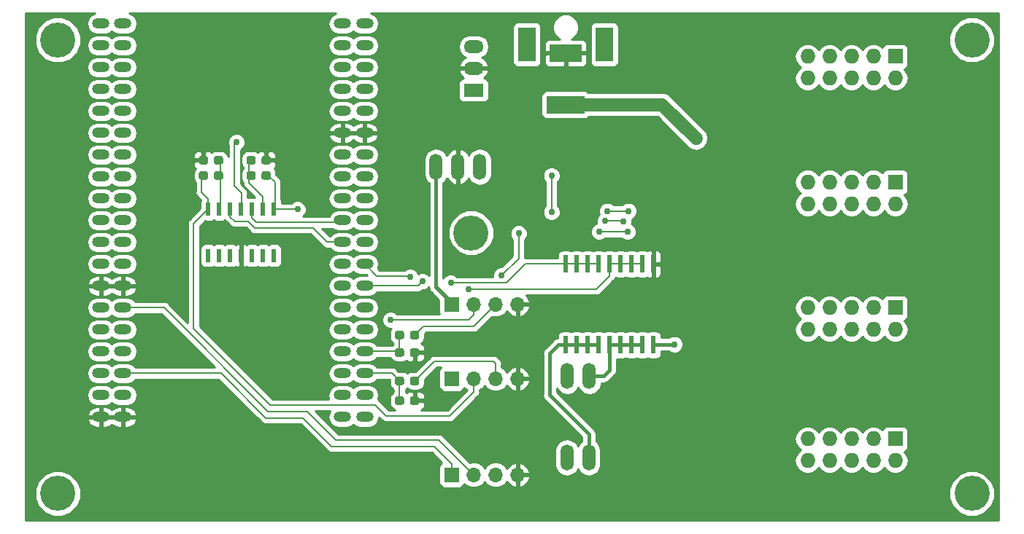
<source format=gbl>
G04 #@! TF.GenerationSoftware,KiCad,Pcbnew,(5.0.1)-3*
G04 #@! TF.CreationDate,2018-10-30T11:50:23-04:00*
G04 #@! TF.ProjectId,ufcs,756663732E6B696361645F7063620000,rev?*
G04 #@! TF.SameCoordinates,Original*
G04 #@! TF.FileFunction,Copper,L2,Bot,Signal*
G04 #@! TF.FilePolarity,Positive*
%FSLAX46Y46*%
G04 Gerber Fmt 4.6, Leading zero omitted, Abs format (unit mm)*
G04 Created by KiCad (PCBNEW (5.0.1)-3) date 30-Oct-18 11:50:23*
%MOMM*%
%LPD*%
G01*
G04 APERTURE LIST*
G04 #@! TA.AperFunction,ComponentPad*
%ADD10R,1.700000X1.700000*%
G04 #@! TD*
G04 #@! TA.AperFunction,ComponentPad*
%ADD11O,1.700000X1.700000*%
G04 #@! TD*
G04 #@! TA.AperFunction,ComponentPad*
%ADD12O,2.000000X1.200000*%
G04 #@! TD*
G04 #@! TA.AperFunction,ComponentPad*
%ADD13O,1.510000X3.010000*%
G04 #@! TD*
G04 #@! TA.AperFunction,ComponentPad*
%ADD14C,4.064000*%
G04 #@! TD*
G04 #@! TA.AperFunction,ComponentPad*
%ADD15R,1.727200X1.727200*%
G04 #@! TD*
G04 #@! TA.AperFunction,ComponentPad*
%ADD16O,1.727200X1.727200*%
G04 #@! TD*
G04 #@! TA.AperFunction,Conductor*
%ADD17C,0.100000*%
G04 #@! TD*
G04 #@! TA.AperFunction,SMDPad,CuDef*
%ADD18C,0.950000*%
G04 #@! TD*
G04 #@! TA.AperFunction,SMDPad,CuDef*
%ADD19R,0.600000X1.500000*%
G04 #@! TD*
G04 #@! TA.AperFunction,ComponentPad*
%ADD20R,4.400000X2.000000*%
G04 #@! TD*
G04 #@! TA.AperFunction,ComponentPad*
%ADD21R,3.700000X2.000000*%
G04 #@! TD*
G04 #@! TA.AperFunction,ComponentPad*
%ADD22R,2.000000X4.000000*%
G04 #@! TD*
G04 #@! TA.AperFunction,SMDPad,CuDef*
%ADD23R,0.600000X2.000000*%
G04 #@! TD*
G04 #@! TA.AperFunction,ComponentPad*
%ADD24R,2.300000X1.500000*%
G04 #@! TD*
G04 #@! TA.AperFunction,ComponentPad*
%ADD25O,2.300000X1.500000*%
G04 #@! TD*
G04 #@! TA.AperFunction,ViaPad*
%ADD26C,0.762000*%
G04 #@! TD*
G04 #@! TA.AperFunction,Conductor*
%ADD27C,0.152400*%
G04 #@! TD*
G04 #@! TA.AperFunction,Conductor*
%ADD28C,1.524000*%
G04 #@! TD*
G04 #@! TA.AperFunction,Conductor*
%ADD29C,0.381000*%
G04 #@! TD*
G04 #@! TA.AperFunction,Conductor*
%ADD30C,0.254000*%
G04 #@! TD*
G04 APERTURE END LIST*
D10*
G04 #@! TO.P,J11,1*
G04 #@! TO.N,/Pressure regulators/SCL*
X135763000Y-140652500D03*
D11*
G04 #@! TO.P,J11,2*
G04 #@! TO.N,/Pressure regulators/SDA*
X138303000Y-140652500D03*
G04 #@! TO.P,J11,3*
G04 #@! TO.N,+12V*
X140843000Y-140652500D03*
G04 #@! TO.P,J11,4*
G04 #@! TO.N,GND*
X143383000Y-140652500D03*
G04 #@! TD*
G04 #@! TO.P,J10,4*
G04 #@! TO.N,GND*
X143383000Y-120840500D03*
G04 #@! TO.P,J10,3*
G04 #@! TO.N,Net-(J10-Pad3)*
X140843000Y-120840500D03*
G04 #@! TO.P,J10,2*
G04 #@! TO.N,Net-(J10-Pad2)*
X138303000Y-120840500D03*
D10*
G04 #@! TO.P,J10,1*
G04 #@! TO.N,+24V*
X135763000Y-120840500D03*
G04 #@! TD*
D12*
G04 #@! TO.P,e1,19*
G04 #@! TO.N,+5V*
X123063000Y-88201500D03*
G04 #@! TO.P,e1,20*
G04 #@! TO.N,Net-(e1-Pad20)*
X97613000Y-88201500D03*
G04 #@! TO.P,e1,18*
G04 #@! TO.N,Net-(e1-Pad18)*
X123063000Y-90741500D03*
G04 #@! TO.P,e1,21*
G04 #@! TO.N,Net-(e1-Pad21)*
X97613000Y-90741500D03*
G04 #@! TO.P,e1,17*
G04 #@! TO.N,Net-(e1-Pad17)*
X123063000Y-93281500D03*
G04 #@! TO.P,e1,22*
G04 #@! TO.N,Net-(e1-Pad22)*
X97613000Y-93281500D03*
G04 #@! TO.P,e1,16*
G04 #@! TO.N,Net-(e1-Pad16)*
X123063000Y-95821500D03*
G04 #@! TO.P,e1,23*
G04 #@! TO.N,Net-(e1-Pad23)*
X97613000Y-95821500D03*
G04 #@! TO.P,e1,15*
G04 #@! TO.N,Net-(U6-Pad56)*
X123063000Y-98361500D03*
G04 #@! TO.P,e1,24*
G04 #@! TO.N,Net-(e1-Pad24)*
X97613000Y-98361500D03*
G04 #@! TO.P,e1,14*
G04 #@! TO.N,GND*
X123063000Y-100901500D03*
G04 #@! TO.P,e1,25*
G04 #@! TO.N,Net-(e1-Pad25)*
X97613000Y-100901500D03*
G04 #@! TO.P,e1,13*
G04 #@! TO.N,Net-(U6-Pad30)*
X123063000Y-103441500D03*
G04 #@! TO.P,e1,26*
G04 #@! TO.N,Net-(e1-Pad26)*
X97613000Y-103441500D03*
G04 #@! TO.P,e1,12*
G04 #@! TO.N,Net-(e1-Pad12)*
X123063000Y-105981500D03*
G04 #@! TO.P,e1,27*
G04 #@! TO.N,Net-(e1-Pad27)*
X97613000Y-105981500D03*
G04 #@! TO.P,e1,11*
G04 #@! TO.N,Net-(e1-Pad11)*
X123063000Y-108521500D03*
G04 #@! TO.P,e1,28*
G04 #@! TO.N,Net-(e1-Pad28)*
X97613000Y-108521500D03*
G04 #@! TO.P,e1,10*
G04 #@! TO.N,/Pressure regulators/PR2_SET*
X123063000Y-111061500D03*
G04 #@! TO.P,e1,29*
G04 #@! TO.N,Net-(e1-Pad29)*
X97613000Y-111061500D03*
G04 #@! TO.P,e1,9*
G04 #@! TO.N,/Pressure regulators/PR1_SET*
X123063000Y-113601500D03*
G04 #@! TO.P,e1,30*
G04 #@! TO.N,Net-(e1-Pad30)*
X97613000Y-113601500D03*
G04 #@! TO.P,e1,8*
G04 #@! TO.N,Net-(U1-Pad5)*
X123063000Y-116141500D03*
G04 #@! TO.P,e1,31*
G04 #@! TO.N,Net-(e1-Pad31)*
X97613000Y-116141500D03*
G04 #@! TO.P,e1,7*
G04 #@! TO.N,Net-(U1-Pad1)*
X123063000Y-118681500D03*
G04 #@! TO.P,e1,32*
G04 #@! TO.N,GND*
X97613000Y-118681500D03*
G04 #@! TO.P,e1,6*
G04 #@! TO.N,Net-(e1-Pad6)*
X123063000Y-121221500D03*
G04 #@! TO.P,e1,33*
G04 #@! TO.N,/Pressure regulators/SDA*
X97613000Y-121221500D03*
G04 #@! TO.P,e1,5*
G04 #@! TO.N,Net-(e1-Pad5)*
X123063000Y-123761500D03*
G04 #@! TO.P,e1,34*
G04 #@! TO.N,Net-(e1-Pad34)*
X97613000Y-123761500D03*
G04 #@! TO.P,e1,4*
G04 #@! TO.N,/Pressure regulators/PR2_OUT*
X123063000Y-126301500D03*
G04 #@! TO.P,e1,35*
G04 #@! TO.N,Net-(e1-Pad35)*
X97613000Y-126301500D03*
G04 #@! TO.P,e1,3*
G04 #@! TO.N,/Pressure regulators/PR1_OUT*
X123063000Y-128841500D03*
G04 #@! TO.P,e1,36*
G04 #@! TO.N,/Pressure regulators/SCL*
X97613000Y-128841500D03*
G04 #@! TO.P,e1,2*
G04 #@! TO.N,Net-(e1-Pad2)*
X123063000Y-131381500D03*
G04 #@! TO.P,e1,37*
G04 #@! TO.N,Net-(e1-Pad37)*
X97613000Y-131381500D03*
G04 #@! TO.P,e1,1*
G04 #@! TO.N,+3V3*
X123063000Y-133921500D03*
G04 #@! TO.P,e1,38*
G04 #@! TO.N,GND*
X97613000Y-133921500D03*
X95073000Y-133921500D03*
G04 #@! TO.P,e1,37*
G04 #@! TO.N,Net-(e1-Pad37)*
X95073000Y-131381500D03*
G04 #@! TO.P,e1,36*
G04 #@! TO.N,/Pressure regulators/SCL*
X95073000Y-128841500D03*
G04 #@! TO.P,e1,35*
G04 #@! TO.N,Net-(e1-Pad35)*
X95073000Y-126301500D03*
G04 #@! TO.P,e1,34*
G04 #@! TO.N,Net-(e1-Pad34)*
X95073000Y-123761500D03*
G04 #@! TO.P,e1,33*
G04 #@! TO.N,/Pressure regulators/SDA*
X95073000Y-121221500D03*
G04 #@! TO.P,e1,32*
G04 #@! TO.N,GND*
X95073000Y-118681500D03*
G04 #@! TO.P,e1,31*
G04 #@! TO.N,Net-(e1-Pad31)*
X95073000Y-116141500D03*
G04 #@! TO.P,e1,30*
G04 #@! TO.N,Net-(e1-Pad30)*
X95073000Y-113601500D03*
G04 #@! TO.P,e1,29*
G04 #@! TO.N,Net-(e1-Pad29)*
X95073000Y-111061500D03*
G04 #@! TO.P,e1,28*
G04 #@! TO.N,Net-(e1-Pad28)*
X95073000Y-108521500D03*
G04 #@! TO.P,e1,27*
G04 #@! TO.N,Net-(e1-Pad27)*
X95073000Y-105981500D03*
G04 #@! TO.P,e1,26*
G04 #@! TO.N,Net-(e1-Pad26)*
X95073000Y-103441500D03*
G04 #@! TO.P,e1,25*
G04 #@! TO.N,Net-(e1-Pad25)*
X95073000Y-100901500D03*
G04 #@! TO.P,e1,24*
G04 #@! TO.N,Net-(e1-Pad24)*
X95073000Y-98361500D03*
G04 #@! TO.P,e1,23*
G04 #@! TO.N,Net-(e1-Pad23)*
X95073000Y-95821500D03*
G04 #@! TO.P,e1,22*
G04 #@! TO.N,Net-(e1-Pad22)*
X95073000Y-93281500D03*
G04 #@! TO.P,e1,21*
G04 #@! TO.N,Net-(e1-Pad21)*
X95073000Y-90741500D03*
G04 #@! TO.P,e1,20*
G04 #@! TO.N,Net-(e1-Pad20)*
X95073000Y-88201500D03*
G04 #@! TO.P,e1,1*
G04 #@! TO.N,+3V3*
X125653000Y-133921500D03*
G04 #@! TO.P,e1,2*
G04 #@! TO.N,Net-(e1-Pad2)*
X125653000Y-131381500D03*
G04 #@! TO.P,e1,3*
G04 #@! TO.N,/Pressure regulators/PR1_OUT*
X125653000Y-128841500D03*
G04 #@! TO.P,e1,4*
G04 #@! TO.N,/Pressure regulators/PR2_OUT*
X125653000Y-126301500D03*
G04 #@! TO.P,e1,5*
G04 #@! TO.N,Net-(e1-Pad5)*
X125653000Y-123761500D03*
G04 #@! TO.P,e1,6*
G04 #@! TO.N,Net-(e1-Pad6)*
X125653000Y-121221500D03*
G04 #@! TO.P,e1,7*
G04 #@! TO.N,Net-(U1-Pad1)*
X125653000Y-118681500D03*
G04 #@! TO.P,e1,8*
G04 #@! TO.N,Net-(U1-Pad5)*
X125653000Y-116141500D03*
G04 #@! TO.P,e1,9*
G04 #@! TO.N,/Pressure regulators/PR1_SET*
X125653000Y-113601500D03*
G04 #@! TO.P,e1,10*
G04 #@! TO.N,/Pressure regulators/PR2_SET*
X125653000Y-111061500D03*
G04 #@! TO.P,e1,11*
G04 #@! TO.N,Net-(e1-Pad11)*
X125653000Y-108521500D03*
G04 #@! TO.P,e1,12*
G04 #@! TO.N,Net-(e1-Pad12)*
X125653000Y-105981500D03*
G04 #@! TO.P,e1,13*
G04 #@! TO.N,Net-(U6-Pad30)*
X125653000Y-103441500D03*
G04 #@! TO.P,e1,14*
G04 #@! TO.N,GND*
X125653000Y-100901500D03*
G04 #@! TO.P,e1,15*
G04 #@! TO.N,Net-(U6-Pad56)*
X125653000Y-98361500D03*
G04 #@! TO.P,e1,16*
G04 #@! TO.N,Net-(e1-Pad16)*
X125653000Y-95821500D03*
G04 #@! TO.P,e1,17*
G04 #@! TO.N,Net-(e1-Pad17)*
X125653000Y-93281500D03*
G04 #@! TO.P,e1,18*
G04 #@! TO.N,Net-(e1-Pad18)*
X125653000Y-90741500D03*
G04 #@! TO.P,e1,19*
G04 #@! TO.N,+5V*
X125653000Y-88201500D03*
G04 #@! TD*
D13*
G04 #@! TO.P,J2,1*
G04 #@! TO.N,+12V*
X139001500Y-104838500D03*
G04 #@! TO.P,J2,2*
G04 #@! TO.N,GND*
X136461500Y-104838500D03*
G04 #@! TO.P,J2,3*
G04 #@! TO.N,+24V*
X133921500Y-104838500D03*
G04 #@! TD*
D14*
G04 #@! TO.P,REF\002A\002A,1*
G04 #@! TO.N,N/C*
X196088000Y-90106500D03*
G04 #@! TD*
G04 #@! TO.P,REF\002A\002A,1*
G04 #@! TO.N,N/C*
X90043000Y-90106500D03*
G04 #@! TD*
G04 #@! TO.P,REF\002A\002A,1*
G04 #@! TO.N,N/C*
X90043000Y-142811500D03*
G04 #@! TD*
G04 #@! TO.P,REF\002A\002A,1*
G04 #@! TO.N,N/C*
X196088000Y-142811500D03*
G04 #@! TD*
G04 #@! TO.P,REF\002A\002A,1*
G04 #@! TO.N,N/C*
X137998200Y-112509300D03*
G04 #@! TD*
D15*
G04 #@! TO.P,J3,1*
G04 #@! TO.N,+12V*
X187198000Y-136461500D03*
D16*
G04 #@! TO.P,J3,2*
X187198000Y-139001500D03*
G04 #@! TO.P,J3,3*
G04 #@! TO.N,Net-(J3-Pad3)*
X184658000Y-136461500D03*
G04 #@! TO.P,J3,4*
G04 #@! TO.N,Net-(J3-Pad4)*
X184658000Y-139001500D03*
G04 #@! TO.P,J3,5*
G04 #@! TO.N,Net-(J3-Pad5)*
X182118000Y-136461500D03*
G04 #@! TO.P,J3,6*
G04 #@! TO.N,Net-(J3-Pad6)*
X182118000Y-139001500D03*
G04 #@! TO.P,J3,7*
G04 #@! TO.N,Net-(J3-Pad7)*
X179578000Y-136461500D03*
G04 #@! TO.P,J3,8*
G04 #@! TO.N,Net-(J3-Pad8)*
X179578000Y-139001500D03*
G04 #@! TO.P,J3,9*
G04 #@! TO.N,Net-(J3-Pad9)*
X177038000Y-136461500D03*
G04 #@! TO.P,J3,10*
G04 #@! TO.N,Net-(J3-Pad10)*
X177038000Y-139001500D03*
G04 #@! TD*
D15*
G04 #@! TO.P,J4,1*
G04 #@! TO.N,+12V*
X187198000Y-121221500D03*
D16*
G04 #@! TO.P,J4,2*
X187198000Y-123761500D03*
G04 #@! TO.P,J4,3*
G04 #@! TO.N,Net-(J4-Pad3)*
X184658000Y-121221500D03*
G04 #@! TO.P,J4,4*
G04 #@! TO.N,Net-(J4-Pad4)*
X184658000Y-123761500D03*
G04 #@! TO.P,J4,5*
G04 #@! TO.N,Net-(J4-Pad5)*
X182118000Y-121221500D03*
G04 #@! TO.P,J4,6*
G04 #@! TO.N,Net-(J4-Pad6)*
X182118000Y-123761500D03*
G04 #@! TO.P,J4,7*
G04 #@! TO.N,Net-(J4-Pad7)*
X179578000Y-121221500D03*
G04 #@! TO.P,J4,8*
G04 #@! TO.N,Net-(J4-Pad8)*
X179578000Y-123761500D03*
G04 #@! TO.P,J4,9*
G04 #@! TO.N,Net-(J4-Pad9)*
X177038000Y-121221500D03*
G04 #@! TO.P,J4,10*
G04 #@! TO.N,Net-(J4-Pad10)*
X177038000Y-123761500D03*
G04 #@! TD*
D15*
G04 #@! TO.P,J5,1*
G04 #@! TO.N,+12V*
X187198000Y-106616500D03*
D16*
G04 #@! TO.P,J5,2*
X187198000Y-109156500D03*
G04 #@! TO.P,J5,3*
G04 #@! TO.N,Net-(J5-Pad3)*
X184658000Y-106616500D03*
G04 #@! TO.P,J5,4*
G04 #@! TO.N,Net-(J5-Pad4)*
X184658000Y-109156500D03*
G04 #@! TO.P,J5,5*
G04 #@! TO.N,Net-(J5-Pad5)*
X182118000Y-106616500D03*
G04 #@! TO.P,J5,6*
G04 #@! TO.N,Net-(J5-Pad6)*
X182118000Y-109156500D03*
G04 #@! TO.P,J5,7*
G04 #@! TO.N,Net-(J5-Pad7)*
X179578000Y-106616500D03*
G04 #@! TO.P,J5,8*
G04 #@! TO.N,Net-(J5-Pad8)*
X179578000Y-109156500D03*
G04 #@! TO.P,J5,9*
G04 #@! TO.N,Net-(J5-Pad9)*
X177038000Y-106616500D03*
G04 #@! TO.P,J5,10*
G04 #@! TO.N,Net-(J5-Pad10)*
X177038000Y-109156500D03*
G04 #@! TD*
D15*
G04 #@! TO.P,J8,1*
G04 #@! TO.N,+12V*
X187198000Y-92011500D03*
D16*
G04 #@! TO.P,J8,2*
X187198000Y-94551500D03*
G04 #@! TO.P,J8,3*
G04 #@! TO.N,Net-(J8-Pad3)*
X184658000Y-92011500D03*
G04 #@! TO.P,J8,4*
G04 #@! TO.N,Net-(J8-Pad4)*
X184658000Y-94551500D03*
G04 #@! TO.P,J8,5*
G04 #@! TO.N,Net-(J8-Pad5)*
X182118000Y-92011500D03*
G04 #@! TO.P,J8,6*
G04 #@! TO.N,Net-(J8-Pad6)*
X182118000Y-94551500D03*
G04 #@! TO.P,J8,7*
G04 #@! TO.N,Net-(J8-Pad7)*
X179578000Y-92011500D03*
G04 #@! TO.P,J8,8*
G04 #@! TO.N,Net-(J8-Pad8)*
X179578000Y-94551500D03*
G04 #@! TO.P,J8,9*
G04 #@! TO.N,Net-(J8-Pad9)*
X177038000Y-92011500D03*
G04 #@! TO.P,J8,10*
G04 #@! TO.N,Net-(J8-Pad10)*
X177038000Y-94551500D03*
G04 #@! TD*
D13*
G04 #@! TO.P,J6,1*
G04 #@! TO.N,+12V*
X149123400Y-138620500D03*
G04 #@! TO.P,J6,2*
G04 #@! TO.N,Net-(J6-Pad2)*
X151663400Y-138620500D03*
G04 #@! TD*
G04 #@! TO.P,J7,1*
G04 #@! TO.N,+12V*
X149174200Y-129171700D03*
G04 #@! TO.P,J7,2*
G04 #@! TO.N,Net-(J7-Pad2)*
X151714200Y-129171700D03*
G04 #@! TD*
D10*
G04 #@! TO.P,J9,1*
G04 #@! TO.N,+24V*
X135763000Y-129476500D03*
D11*
G04 #@! TO.P,J9,2*
G04 #@! TO.N,Net-(J9-Pad2)*
X138303000Y-129476500D03*
G04 #@! TO.P,J9,3*
G04 #@! TO.N,Net-(J9-Pad3)*
X140843000Y-129476500D03*
G04 #@! TO.P,J9,4*
G04 #@! TO.N,GND*
X143383000Y-129476500D03*
G04 #@! TD*
D17*
G04 #@! TO.N,Net-(R3-Pad2)*
G04 #@! TO.C,R3*
G36*
X109008779Y-103602644D02*
X109031834Y-103606063D01*
X109054443Y-103611727D01*
X109076387Y-103619579D01*
X109097457Y-103629544D01*
X109117448Y-103641526D01*
X109136168Y-103655410D01*
X109153438Y-103671062D01*
X109169090Y-103688332D01*
X109182974Y-103707052D01*
X109194956Y-103727043D01*
X109204921Y-103748113D01*
X109212773Y-103770057D01*
X109218437Y-103792666D01*
X109221856Y-103815721D01*
X109223000Y-103839000D01*
X109223000Y-104314000D01*
X109221856Y-104337279D01*
X109218437Y-104360334D01*
X109212773Y-104382943D01*
X109204921Y-104404887D01*
X109194956Y-104425957D01*
X109182974Y-104445948D01*
X109169090Y-104464668D01*
X109153438Y-104481938D01*
X109136168Y-104497590D01*
X109117448Y-104511474D01*
X109097457Y-104523456D01*
X109076387Y-104533421D01*
X109054443Y-104541273D01*
X109031834Y-104546937D01*
X109008779Y-104550356D01*
X108985500Y-104551500D01*
X108410500Y-104551500D01*
X108387221Y-104550356D01*
X108364166Y-104546937D01*
X108341557Y-104541273D01*
X108319613Y-104533421D01*
X108298543Y-104523456D01*
X108278552Y-104511474D01*
X108259832Y-104497590D01*
X108242562Y-104481938D01*
X108226910Y-104464668D01*
X108213026Y-104445948D01*
X108201044Y-104425957D01*
X108191079Y-104404887D01*
X108183227Y-104382943D01*
X108177563Y-104360334D01*
X108174144Y-104337279D01*
X108173000Y-104314000D01*
X108173000Y-103839000D01*
X108174144Y-103815721D01*
X108177563Y-103792666D01*
X108183227Y-103770057D01*
X108191079Y-103748113D01*
X108201044Y-103727043D01*
X108213026Y-103707052D01*
X108226910Y-103688332D01*
X108242562Y-103671062D01*
X108259832Y-103655410D01*
X108278552Y-103641526D01*
X108298543Y-103629544D01*
X108319613Y-103619579D01*
X108341557Y-103611727D01*
X108364166Y-103606063D01*
X108387221Y-103602644D01*
X108410500Y-103601500D01*
X108985500Y-103601500D01*
X109008779Y-103602644D01*
X109008779Y-103602644D01*
G37*
D18*
G04 #@! TD*
G04 #@! TO.P,R3,2*
G04 #@! TO.N,Net-(R3-Pad2)*
X108698000Y-104076500D03*
D17*
G04 #@! TO.N,GND*
G04 #@! TO.C,R3*
G36*
X107258779Y-103602644D02*
X107281834Y-103606063D01*
X107304443Y-103611727D01*
X107326387Y-103619579D01*
X107347457Y-103629544D01*
X107367448Y-103641526D01*
X107386168Y-103655410D01*
X107403438Y-103671062D01*
X107419090Y-103688332D01*
X107432974Y-103707052D01*
X107444956Y-103727043D01*
X107454921Y-103748113D01*
X107462773Y-103770057D01*
X107468437Y-103792666D01*
X107471856Y-103815721D01*
X107473000Y-103839000D01*
X107473000Y-104314000D01*
X107471856Y-104337279D01*
X107468437Y-104360334D01*
X107462773Y-104382943D01*
X107454921Y-104404887D01*
X107444956Y-104425957D01*
X107432974Y-104445948D01*
X107419090Y-104464668D01*
X107403438Y-104481938D01*
X107386168Y-104497590D01*
X107367448Y-104511474D01*
X107347457Y-104523456D01*
X107326387Y-104533421D01*
X107304443Y-104541273D01*
X107281834Y-104546937D01*
X107258779Y-104550356D01*
X107235500Y-104551500D01*
X106660500Y-104551500D01*
X106637221Y-104550356D01*
X106614166Y-104546937D01*
X106591557Y-104541273D01*
X106569613Y-104533421D01*
X106548543Y-104523456D01*
X106528552Y-104511474D01*
X106509832Y-104497590D01*
X106492562Y-104481938D01*
X106476910Y-104464668D01*
X106463026Y-104445948D01*
X106451044Y-104425957D01*
X106441079Y-104404887D01*
X106433227Y-104382943D01*
X106427563Y-104360334D01*
X106424144Y-104337279D01*
X106423000Y-104314000D01*
X106423000Y-103839000D01*
X106424144Y-103815721D01*
X106427563Y-103792666D01*
X106433227Y-103770057D01*
X106441079Y-103748113D01*
X106451044Y-103727043D01*
X106463026Y-103707052D01*
X106476910Y-103688332D01*
X106492562Y-103671062D01*
X106509832Y-103655410D01*
X106528552Y-103641526D01*
X106548543Y-103629544D01*
X106569613Y-103619579D01*
X106591557Y-103611727D01*
X106614166Y-103606063D01*
X106637221Y-103602644D01*
X106660500Y-103601500D01*
X107235500Y-103601500D01*
X107258779Y-103602644D01*
X107258779Y-103602644D01*
G37*
D18*
G04 #@! TD*
G04 #@! TO.P,R3,1*
G04 #@! TO.N,GND*
X106948000Y-104076500D03*
D17*
G04 #@! TO.N,Net-(R4-Pad2)*
G04 #@! TO.C,R4*
G36*
X112783279Y-103602644D02*
X112806334Y-103606063D01*
X112828943Y-103611727D01*
X112850887Y-103619579D01*
X112871957Y-103629544D01*
X112891948Y-103641526D01*
X112910668Y-103655410D01*
X112927938Y-103671062D01*
X112943590Y-103688332D01*
X112957474Y-103707052D01*
X112969456Y-103727043D01*
X112979421Y-103748113D01*
X112987273Y-103770057D01*
X112992937Y-103792666D01*
X112996356Y-103815721D01*
X112997500Y-103839000D01*
X112997500Y-104314000D01*
X112996356Y-104337279D01*
X112992937Y-104360334D01*
X112987273Y-104382943D01*
X112979421Y-104404887D01*
X112969456Y-104425957D01*
X112957474Y-104445948D01*
X112943590Y-104464668D01*
X112927938Y-104481938D01*
X112910668Y-104497590D01*
X112891948Y-104511474D01*
X112871957Y-104523456D01*
X112850887Y-104533421D01*
X112828943Y-104541273D01*
X112806334Y-104546937D01*
X112783279Y-104550356D01*
X112760000Y-104551500D01*
X112185000Y-104551500D01*
X112161721Y-104550356D01*
X112138666Y-104546937D01*
X112116057Y-104541273D01*
X112094113Y-104533421D01*
X112073043Y-104523456D01*
X112053052Y-104511474D01*
X112034332Y-104497590D01*
X112017062Y-104481938D01*
X112001410Y-104464668D01*
X111987526Y-104445948D01*
X111975544Y-104425957D01*
X111965579Y-104404887D01*
X111957727Y-104382943D01*
X111952063Y-104360334D01*
X111948644Y-104337279D01*
X111947500Y-104314000D01*
X111947500Y-103839000D01*
X111948644Y-103815721D01*
X111952063Y-103792666D01*
X111957727Y-103770057D01*
X111965579Y-103748113D01*
X111975544Y-103727043D01*
X111987526Y-103707052D01*
X112001410Y-103688332D01*
X112017062Y-103671062D01*
X112034332Y-103655410D01*
X112053052Y-103641526D01*
X112073043Y-103629544D01*
X112094113Y-103619579D01*
X112116057Y-103611727D01*
X112138666Y-103606063D01*
X112161721Y-103602644D01*
X112185000Y-103601500D01*
X112760000Y-103601500D01*
X112783279Y-103602644D01*
X112783279Y-103602644D01*
G37*
D18*
G04 #@! TD*
G04 #@! TO.P,R4,2*
G04 #@! TO.N,Net-(R4-Pad2)*
X112472500Y-104076500D03*
D17*
G04 #@! TO.N,GND*
G04 #@! TO.C,R4*
G36*
X114533279Y-103602644D02*
X114556334Y-103606063D01*
X114578943Y-103611727D01*
X114600887Y-103619579D01*
X114621957Y-103629544D01*
X114641948Y-103641526D01*
X114660668Y-103655410D01*
X114677938Y-103671062D01*
X114693590Y-103688332D01*
X114707474Y-103707052D01*
X114719456Y-103727043D01*
X114729421Y-103748113D01*
X114737273Y-103770057D01*
X114742937Y-103792666D01*
X114746356Y-103815721D01*
X114747500Y-103839000D01*
X114747500Y-104314000D01*
X114746356Y-104337279D01*
X114742937Y-104360334D01*
X114737273Y-104382943D01*
X114729421Y-104404887D01*
X114719456Y-104425957D01*
X114707474Y-104445948D01*
X114693590Y-104464668D01*
X114677938Y-104481938D01*
X114660668Y-104497590D01*
X114641948Y-104511474D01*
X114621957Y-104523456D01*
X114600887Y-104533421D01*
X114578943Y-104541273D01*
X114556334Y-104546937D01*
X114533279Y-104550356D01*
X114510000Y-104551500D01*
X113935000Y-104551500D01*
X113911721Y-104550356D01*
X113888666Y-104546937D01*
X113866057Y-104541273D01*
X113844113Y-104533421D01*
X113823043Y-104523456D01*
X113803052Y-104511474D01*
X113784332Y-104497590D01*
X113767062Y-104481938D01*
X113751410Y-104464668D01*
X113737526Y-104445948D01*
X113725544Y-104425957D01*
X113715579Y-104404887D01*
X113707727Y-104382943D01*
X113702063Y-104360334D01*
X113698644Y-104337279D01*
X113697500Y-104314000D01*
X113697500Y-103839000D01*
X113698644Y-103815721D01*
X113702063Y-103792666D01*
X113707727Y-103770057D01*
X113715579Y-103748113D01*
X113725544Y-103727043D01*
X113737526Y-103707052D01*
X113751410Y-103688332D01*
X113767062Y-103671062D01*
X113784332Y-103655410D01*
X113803052Y-103641526D01*
X113823043Y-103629544D01*
X113844113Y-103619579D01*
X113866057Y-103611727D01*
X113888666Y-103606063D01*
X113911721Y-103602644D01*
X113935000Y-103601500D01*
X114510000Y-103601500D01*
X114533279Y-103602644D01*
X114533279Y-103602644D01*
G37*
D18*
G04 #@! TD*
G04 #@! TO.P,R4,1*
G04 #@! TO.N,GND*
X114222500Y-104076500D03*
D17*
G04 #@! TO.N,Net-(R3-Pad2)*
G04 #@! TO.C,R5*
G36*
X109008779Y-105380644D02*
X109031834Y-105384063D01*
X109054443Y-105389727D01*
X109076387Y-105397579D01*
X109097457Y-105407544D01*
X109117448Y-105419526D01*
X109136168Y-105433410D01*
X109153438Y-105449062D01*
X109169090Y-105466332D01*
X109182974Y-105485052D01*
X109194956Y-105505043D01*
X109204921Y-105526113D01*
X109212773Y-105548057D01*
X109218437Y-105570666D01*
X109221856Y-105593721D01*
X109223000Y-105617000D01*
X109223000Y-106092000D01*
X109221856Y-106115279D01*
X109218437Y-106138334D01*
X109212773Y-106160943D01*
X109204921Y-106182887D01*
X109194956Y-106203957D01*
X109182974Y-106223948D01*
X109169090Y-106242668D01*
X109153438Y-106259938D01*
X109136168Y-106275590D01*
X109117448Y-106289474D01*
X109097457Y-106301456D01*
X109076387Y-106311421D01*
X109054443Y-106319273D01*
X109031834Y-106324937D01*
X109008779Y-106328356D01*
X108985500Y-106329500D01*
X108410500Y-106329500D01*
X108387221Y-106328356D01*
X108364166Y-106324937D01*
X108341557Y-106319273D01*
X108319613Y-106311421D01*
X108298543Y-106301456D01*
X108278552Y-106289474D01*
X108259832Y-106275590D01*
X108242562Y-106259938D01*
X108226910Y-106242668D01*
X108213026Y-106223948D01*
X108201044Y-106203957D01*
X108191079Y-106182887D01*
X108183227Y-106160943D01*
X108177563Y-106138334D01*
X108174144Y-106115279D01*
X108173000Y-106092000D01*
X108173000Y-105617000D01*
X108174144Y-105593721D01*
X108177563Y-105570666D01*
X108183227Y-105548057D01*
X108191079Y-105526113D01*
X108201044Y-105505043D01*
X108213026Y-105485052D01*
X108226910Y-105466332D01*
X108242562Y-105449062D01*
X108259832Y-105433410D01*
X108278552Y-105419526D01*
X108298543Y-105407544D01*
X108319613Y-105397579D01*
X108341557Y-105389727D01*
X108364166Y-105384063D01*
X108387221Y-105380644D01*
X108410500Y-105379500D01*
X108985500Y-105379500D01*
X109008779Y-105380644D01*
X109008779Y-105380644D01*
G37*
D18*
G04 #@! TD*
G04 #@! TO.P,R5,2*
G04 #@! TO.N,Net-(R3-Pad2)*
X108698000Y-105854500D03*
D17*
G04 #@! TO.N,Net-(J9-Pad2)*
G04 #@! TO.C,R5*
G36*
X107258779Y-105380644D02*
X107281834Y-105384063D01*
X107304443Y-105389727D01*
X107326387Y-105397579D01*
X107347457Y-105407544D01*
X107367448Y-105419526D01*
X107386168Y-105433410D01*
X107403438Y-105449062D01*
X107419090Y-105466332D01*
X107432974Y-105485052D01*
X107444956Y-105505043D01*
X107454921Y-105526113D01*
X107462773Y-105548057D01*
X107468437Y-105570666D01*
X107471856Y-105593721D01*
X107473000Y-105617000D01*
X107473000Y-106092000D01*
X107471856Y-106115279D01*
X107468437Y-106138334D01*
X107462773Y-106160943D01*
X107454921Y-106182887D01*
X107444956Y-106203957D01*
X107432974Y-106223948D01*
X107419090Y-106242668D01*
X107403438Y-106259938D01*
X107386168Y-106275590D01*
X107367448Y-106289474D01*
X107347457Y-106301456D01*
X107326387Y-106311421D01*
X107304443Y-106319273D01*
X107281834Y-106324937D01*
X107258779Y-106328356D01*
X107235500Y-106329500D01*
X106660500Y-106329500D01*
X106637221Y-106328356D01*
X106614166Y-106324937D01*
X106591557Y-106319273D01*
X106569613Y-106311421D01*
X106548543Y-106301456D01*
X106528552Y-106289474D01*
X106509832Y-106275590D01*
X106492562Y-106259938D01*
X106476910Y-106242668D01*
X106463026Y-106223948D01*
X106451044Y-106203957D01*
X106441079Y-106182887D01*
X106433227Y-106160943D01*
X106427563Y-106138334D01*
X106424144Y-106115279D01*
X106423000Y-106092000D01*
X106423000Y-105617000D01*
X106424144Y-105593721D01*
X106427563Y-105570666D01*
X106433227Y-105548057D01*
X106441079Y-105526113D01*
X106451044Y-105505043D01*
X106463026Y-105485052D01*
X106476910Y-105466332D01*
X106492562Y-105449062D01*
X106509832Y-105433410D01*
X106528552Y-105419526D01*
X106548543Y-105407544D01*
X106569613Y-105397579D01*
X106591557Y-105389727D01*
X106614166Y-105384063D01*
X106637221Y-105380644D01*
X106660500Y-105379500D01*
X107235500Y-105379500D01*
X107258779Y-105380644D01*
X107258779Y-105380644D01*
G37*
D18*
G04 #@! TD*
G04 #@! TO.P,R5,1*
G04 #@! TO.N,Net-(J9-Pad2)*
X106948000Y-105854500D03*
D17*
G04 #@! TO.N,Net-(J10-Pad2)*
G04 #@! TO.C,R6*
G36*
X114533279Y-105380644D02*
X114556334Y-105384063D01*
X114578943Y-105389727D01*
X114600887Y-105397579D01*
X114621957Y-105407544D01*
X114641948Y-105419526D01*
X114660668Y-105433410D01*
X114677938Y-105449062D01*
X114693590Y-105466332D01*
X114707474Y-105485052D01*
X114719456Y-105505043D01*
X114729421Y-105526113D01*
X114737273Y-105548057D01*
X114742937Y-105570666D01*
X114746356Y-105593721D01*
X114747500Y-105617000D01*
X114747500Y-106092000D01*
X114746356Y-106115279D01*
X114742937Y-106138334D01*
X114737273Y-106160943D01*
X114729421Y-106182887D01*
X114719456Y-106203957D01*
X114707474Y-106223948D01*
X114693590Y-106242668D01*
X114677938Y-106259938D01*
X114660668Y-106275590D01*
X114641948Y-106289474D01*
X114621957Y-106301456D01*
X114600887Y-106311421D01*
X114578943Y-106319273D01*
X114556334Y-106324937D01*
X114533279Y-106328356D01*
X114510000Y-106329500D01*
X113935000Y-106329500D01*
X113911721Y-106328356D01*
X113888666Y-106324937D01*
X113866057Y-106319273D01*
X113844113Y-106311421D01*
X113823043Y-106301456D01*
X113803052Y-106289474D01*
X113784332Y-106275590D01*
X113767062Y-106259938D01*
X113751410Y-106242668D01*
X113737526Y-106223948D01*
X113725544Y-106203957D01*
X113715579Y-106182887D01*
X113707727Y-106160943D01*
X113702063Y-106138334D01*
X113698644Y-106115279D01*
X113697500Y-106092000D01*
X113697500Y-105617000D01*
X113698644Y-105593721D01*
X113702063Y-105570666D01*
X113707727Y-105548057D01*
X113715579Y-105526113D01*
X113725544Y-105505043D01*
X113737526Y-105485052D01*
X113751410Y-105466332D01*
X113767062Y-105449062D01*
X113784332Y-105433410D01*
X113803052Y-105419526D01*
X113823043Y-105407544D01*
X113844113Y-105397579D01*
X113866057Y-105389727D01*
X113888666Y-105384063D01*
X113911721Y-105380644D01*
X113935000Y-105379500D01*
X114510000Y-105379500D01*
X114533279Y-105380644D01*
X114533279Y-105380644D01*
G37*
D18*
G04 #@! TD*
G04 #@! TO.P,R6,1*
G04 #@! TO.N,Net-(J10-Pad2)*
X114222500Y-105854500D03*
D17*
G04 #@! TO.N,Net-(R4-Pad2)*
G04 #@! TO.C,R6*
G36*
X112783279Y-105380644D02*
X112806334Y-105384063D01*
X112828943Y-105389727D01*
X112850887Y-105397579D01*
X112871957Y-105407544D01*
X112891948Y-105419526D01*
X112910668Y-105433410D01*
X112927938Y-105449062D01*
X112943590Y-105466332D01*
X112957474Y-105485052D01*
X112969456Y-105505043D01*
X112979421Y-105526113D01*
X112987273Y-105548057D01*
X112992937Y-105570666D01*
X112996356Y-105593721D01*
X112997500Y-105617000D01*
X112997500Y-106092000D01*
X112996356Y-106115279D01*
X112992937Y-106138334D01*
X112987273Y-106160943D01*
X112979421Y-106182887D01*
X112969456Y-106203957D01*
X112957474Y-106223948D01*
X112943590Y-106242668D01*
X112927938Y-106259938D01*
X112910668Y-106275590D01*
X112891948Y-106289474D01*
X112871957Y-106301456D01*
X112850887Y-106311421D01*
X112828943Y-106319273D01*
X112806334Y-106324937D01*
X112783279Y-106328356D01*
X112760000Y-106329500D01*
X112185000Y-106329500D01*
X112161721Y-106328356D01*
X112138666Y-106324937D01*
X112116057Y-106319273D01*
X112094113Y-106311421D01*
X112073043Y-106301456D01*
X112053052Y-106289474D01*
X112034332Y-106275590D01*
X112017062Y-106259938D01*
X112001410Y-106242668D01*
X111987526Y-106223948D01*
X111975544Y-106203957D01*
X111965579Y-106182887D01*
X111957727Y-106160943D01*
X111952063Y-106138334D01*
X111948644Y-106115279D01*
X111947500Y-106092000D01*
X111947500Y-105617000D01*
X111948644Y-105593721D01*
X111952063Y-105570666D01*
X111957727Y-105548057D01*
X111965579Y-105526113D01*
X111975544Y-105505043D01*
X111987526Y-105485052D01*
X112001410Y-105466332D01*
X112017062Y-105449062D01*
X112034332Y-105433410D01*
X112053052Y-105419526D01*
X112073043Y-105407544D01*
X112094113Y-105397579D01*
X112116057Y-105389727D01*
X112138666Y-105384063D01*
X112161721Y-105380644D01*
X112185000Y-105379500D01*
X112760000Y-105379500D01*
X112783279Y-105380644D01*
X112783279Y-105380644D01*
G37*
D18*
G04 #@! TD*
G04 #@! TO.P,R6,2*
G04 #@! TO.N,Net-(R4-Pad2)*
X112472500Y-105854500D03*
D17*
G04 #@! TO.N,Net-(J9-Pad3)*
G04 #@! TO.C,R7*
G36*
X131755779Y-129256644D02*
X131778834Y-129260063D01*
X131801443Y-129265727D01*
X131823387Y-129273579D01*
X131844457Y-129283544D01*
X131864448Y-129295526D01*
X131883168Y-129309410D01*
X131900438Y-129325062D01*
X131916090Y-129342332D01*
X131929974Y-129361052D01*
X131941956Y-129381043D01*
X131951921Y-129402113D01*
X131959773Y-129424057D01*
X131965437Y-129446666D01*
X131968856Y-129469721D01*
X131970000Y-129493000D01*
X131970000Y-129968000D01*
X131968856Y-129991279D01*
X131965437Y-130014334D01*
X131959773Y-130036943D01*
X131951921Y-130058887D01*
X131941956Y-130079957D01*
X131929974Y-130099948D01*
X131916090Y-130118668D01*
X131900438Y-130135938D01*
X131883168Y-130151590D01*
X131864448Y-130165474D01*
X131844457Y-130177456D01*
X131823387Y-130187421D01*
X131801443Y-130195273D01*
X131778834Y-130200937D01*
X131755779Y-130204356D01*
X131732500Y-130205500D01*
X131157500Y-130205500D01*
X131134221Y-130204356D01*
X131111166Y-130200937D01*
X131088557Y-130195273D01*
X131066613Y-130187421D01*
X131045543Y-130177456D01*
X131025552Y-130165474D01*
X131006832Y-130151590D01*
X130989562Y-130135938D01*
X130973910Y-130118668D01*
X130960026Y-130099948D01*
X130948044Y-130079957D01*
X130938079Y-130058887D01*
X130930227Y-130036943D01*
X130924563Y-130014334D01*
X130921144Y-129991279D01*
X130920000Y-129968000D01*
X130920000Y-129493000D01*
X130921144Y-129469721D01*
X130924563Y-129446666D01*
X130930227Y-129424057D01*
X130938079Y-129402113D01*
X130948044Y-129381043D01*
X130960026Y-129361052D01*
X130973910Y-129342332D01*
X130989562Y-129325062D01*
X131006832Y-129309410D01*
X131025552Y-129295526D01*
X131045543Y-129283544D01*
X131066613Y-129273579D01*
X131088557Y-129265727D01*
X131111166Y-129260063D01*
X131134221Y-129256644D01*
X131157500Y-129255500D01*
X131732500Y-129255500D01*
X131755779Y-129256644D01*
X131755779Y-129256644D01*
G37*
D18*
G04 #@! TD*
G04 #@! TO.P,R7,2*
G04 #@! TO.N,Net-(J9-Pad3)*
X131445000Y-129730500D03*
D17*
G04 #@! TO.N,/Pressure regulators/PR1_OUT*
G04 #@! TO.C,R7*
G36*
X130005779Y-129256644D02*
X130028834Y-129260063D01*
X130051443Y-129265727D01*
X130073387Y-129273579D01*
X130094457Y-129283544D01*
X130114448Y-129295526D01*
X130133168Y-129309410D01*
X130150438Y-129325062D01*
X130166090Y-129342332D01*
X130179974Y-129361052D01*
X130191956Y-129381043D01*
X130201921Y-129402113D01*
X130209773Y-129424057D01*
X130215437Y-129446666D01*
X130218856Y-129469721D01*
X130220000Y-129493000D01*
X130220000Y-129968000D01*
X130218856Y-129991279D01*
X130215437Y-130014334D01*
X130209773Y-130036943D01*
X130201921Y-130058887D01*
X130191956Y-130079957D01*
X130179974Y-130099948D01*
X130166090Y-130118668D01*
X130150438Y-130135938D01*
X130133168Y-130151590D01*
X130114448Y-130165474D01*
X130094457Y-130177456D01*
X130073387Y-130187421D01*
X130051443Y-130195273D01*
X130028834Y-130200937D01*
X130005779Y-130204356D01*
X129982500Y-130205500D01*
X129407500Y-130205500D01*
X129384221Y-130204356D01*
X129361166Y-130200937D01*
X129338557Y-130195273D01*
X129316613Y-130187421D01*
X129295543Y-130177456D01*
X129275552Y-130165474D01*
X129256832Y-130151590D01*
X129239562Y-130135938D01*
X129223910Y-130118668D01*
X129210026Y-130099948D01*
X129198044Y-130079957D01*
X129188079Y-130058887D01*
X129180227Y-130036943D01*
X129174563Y-130014334D01*
X129171144Y-129991279D01*
X129170000Y-129968000D01*
X129170000Y-129493000D01*
X129171144Y-129469721D01*
X129174563Y-129446666D01*
X129180227Y-129424057D01*
X129188079Y-129402113D01*
X129198044Y-129381043D01*
X129210026Y-129361052D01*
X129223910Y-129342332D01*
X129239562Y-129325062D01*
X129256832Y-129309410D01*
X129275552Y-129295526D01*
X129295543Y-129283544D01*
X129316613Y-129273579D01*
X129338557Y-129265727D01*
X129361166Y-129260063D01*
X129384221Y-129256644D01*
X129407500Y-129255500D01*
X129982500Y-129255500D01*
X130005779Y-129256644D01*
X130005779Y-129256644D01*
G37*
D18*
G04 #@! TD*
G04 #@! TO.P,R7,1*
G04 #@! TO.N,/Pressure regulators/PR1_OUT*
X129695000Y-129730500D03*
D17*
G04 #@! TO.N,GND*
G04 #@! TO.C,R8*
G36*
X131755779Y-131542644D02*
X131778834Y-131546063D01*
X131801443Y-131551727D01*
X131823387Y-131559579D01*
X131844457Y-131569544D01*
X131864448Y-131581526D01*
X131883168Y-131595410D01*
X131900438Y-131611062D01*
X131916090Y-131628332D01*
X131929974Y-131647052D01*
X131941956Y-131667043D01*
X131951921Y-131688113D01*
X131959773Y-131710057D01*
X131965437Y-131732666D01*
X131968856Y-131755721D01*
X131970000Y-131779000D01*
X131970000Y-132254000D01*
X131968856Y-132277279D01*
X131965437Y-132300334D01*
X131959773Y-132322943D01*
X131951921Y-132344887D01*
X131941956Y-132365957D01*
X131929974Y-132385948D01*
X131916090Y-132404668D01*
X131900438Y-132421938D01*
X131883168Y-132437590D01*
X131864448Y-132451474D01*
X131844457Y-132463456D01*
X131823387Y-132473421D01*
X131801443Y-132481273D01*
X131778834Y-132486937D01*
X131755779Y-132490356D01*
X131732500Y-132491500D01*
X131157500Y-132491500D01*
X131134221Y-132490356D01*
X131111166Y-132486937D01*
X131088557Y-132481273D01*
X131066613Y-132473421D01*
X131045543Y-132463456D01*
X131025552Y-132451474D01*
X131006832Y-132437590D01*
X130989562Y-132421938D01*
X130973910Y-132404668D01*
X130960026Y-132385948D01*
X130948044Y-132365957D01*
X130938079Y-132344887D01*
X130930227Y-132322943D01*
X130924563Y-132300334D01*
X130921144Y-132277279D01*
X130920000Y-132254000D01*
X130920000Y-131779000D01*
X130921144Y-131755721D01*
X130924563Y-131732666D01*
X130930227Y-131710057D01*
X130938079Y-131688113D01*
X130948044Y-131667043D01*
X130960026Y-131647052D01*
X130973910Y-131628332D01*
X130989562Y-131611062D01*
X131006832Y-131595410D01*
X131025552Y-131581526D01*
X131045543Y-131569544D01*
X131066613Y-131559579D01*
X131088557Y-131551727D01*
X131111166Y-131546063D01*
X131134221Y-131542644D01*
X131157500Y-131541500D01*
X131732500Y-131541500D01*
X131755779Y-131542644D01*
X131755779Y-131542644D01*
G37*
D18*
G04 #@! TD*
G04 #@! TO.P,R8,1*
G04 #@! TO.N,GND*
X131445000Y-132016500D03*
D17*
G04 #@! TO.N,/Pressure regulators/PR1_OUT*
G04 #@! TO.C,R8*
G36*
X130005779Y-131542644D02*
X130028834Y-131546063D01*
X130051443Y-131551727D01*
X130073387Y-131559579D01*
X130094457Y-131569544D01*
X130114448Y-131581526D01*
X130133168Y-131595410D01*
X130150438Y-131611062D01*
X130166090Y-131628332D01*
X130179974Y-131647052D01*
X130191956Y-131667043D01*
X130201921Y-131688113D01*
X130209773Y-131710057D01*
X130215437Y-131732666D01*
X130218856Y-131755721D01*
X130220000Y-131779000D01*
X130220000Y-132254000D01*
X130218856Y-132277279D01*
X130215437Y-132300334D01*
X130209773Y-132322943D01*
X130201921Y-132344887D01*
X130191956Y-132365957D01*
X130179974Y-132385948D01*
X130166090Y-132404668D01*
X130150438Y-132421938D01*
X130133168Y-132437590D01*
X130114448Y-132451474D01*
X130094457Y-132463456D01*
X130073387Y-132473421D01*
X130051443Y-132481273D01*
X130028834Y-132486937D01*
X130005779Y-132490356D01*
X129982500Y-132491500D01*
X129407500Y-132491500D01*
X129384221Y-132490356D01*
X129361166Y-132486937D01*
X129338557Y-132481273D01*
X129316613Y-132473421D01*
X129295543Y-132463456D01*
X129275552Y-132451474D01*
X129256832Y-132437590D01*
X129239562Y-132421938D01*
X129223910Y-132404668D01*
X129210026Y-132385948D01*
X129198044Y-132365957D01*
X129188079Y-132344887D01*
X129180227Y-132322943D01*
X129174563Y-132300334D01*
X129171144Y-132277279D01*
X129170000Y-132254000D01*
X129170000Y-131779000D01*
X129171144Y-131755721D01*
X129174563Y-131732666D01*
X129180227Y-131710057D01*
X129188079Y-131688113D01*
X129198044Y-131667043D01*
X129210026Y-131647052D01*
X129223910Y-131628332D01*
X129239562Y-131611062D01*
X129256832Y-131595410D01*
X129275552Y-131581526D01*
X129295543Y-131569544D01*
X129316613Y-131559579D01*
X129338557Y-131551727D01*
X129361166Y-131546063D01*
X129384221Y-131542644D01*
X129407500Y-131541500D01*
X129982500Y-131541500D01*
X130005779Y-131542644D01*
X130005779Y-131542644D01*
G37*
D18*
G04 #@! TD*
G04 #@! TO.P,R8,2*
G04 #@! TO.N,/Pressure regulators/PR1_OUT*
X129695000Y-132016500D03*
D17*
G04 #@! TO.N,/Pressure regulators/PR2_OUT*
G04 #@! TO.C,R9*
G36*
X130005779Y-123922644D02*
X130028834Y-123926063D01*
X130051443Y-123931727D01*
X130073387Y-123939579D01*
X130094457Y-123949544D01*
X130114448Y-123961526D01*
X130133168Y-123975410D01*
X130150438Y-123991062D01*
X130166090Y-124008332D01*
X130179974Y-124027052D01*
X130191956Y-124047043D01*
X130201921Y-124068113D01*
X130209773Y-124090057D01*
X130215437Y-124112666D01*
X130218856Y-124135721D01*
X130220000Y-124159000D01*
X130220000Y-124634000D01*
X130218856Y-124657279D01*
X130215437Y-124680334D01*
X130209773Y-124702943D01*
X130201921Y-124724887D01*
X130191956Y-124745957D01*
X130179974Y-124765948D01*
X130166090Y-124784668D01*
X130150438Y-124801938D01*
X130133168Y-124817590D01*
X130114448Y-124831474D01*
X130094457Y-124843456D01*
X130073387Y-124853421D01*
X130051443Y-124861273D01*
X130028834Y-124866937D01*
X130005779Y-124870356D01*
X129982500Y-124871500D01*
X129407500Y-124871500D01*
X129384221Y-124870356D01*
X129361166Y-124866937D01*
X129338557Y-124861273D01*
X129316613Y-124853421D01*
X129295543Y-124843456D01*
X129275552Y-124831474D01*
X129256832Y-124817590D01*
X129239562Y-124801938D01*
X129223910Y-124784668D01*
X129210026Y-124765948D01*
X129198044Y-124745957D01*
X129188079Y-124724887D01*
X129180227Y-124702943D01*
X129174563Y-124680334D01*
X129171144Y-124657279D01*
X129170000Y-124634000D01*
X129170000Y-124159000D01*
X129171144Y-124135721D01*
X129174563Y-124112666D01*
X129180227Y-124090057D01*
X129188079Y-124068113D01*
X129198044Y-124047043D01*
X129210026Y-124027052D01*
X129223910Y-124008332D01*
X129239562Y-123991062D01*
X129256832Y-123975410D01*
X129275552Y-123961526D01*
X129295543Y-123949544D01*
X129316613Y-123939579D01*
X129338557Y-123931727D01*
X129361166Y-123926063D01*
X129384221Y-123922644D01*
X129407500Y-123921500D01*
X129982500Y-123921500D01*
X130005779Y-123922644D01*
X130005779Y-123922644D01*
G37*
D18*
G04 #@! TD*
G04 #@! TO.P,R9,1*
G04 #@! TO.N,/Pressure regulators/PR2_OUT*
X129695000Y-124396500D03*
D17*
G04 #@! TO.N,Net-(J10-Pad3)*
G04 #@! TO.C,R9*
G36*
X131755779Y-123922644D02*
X131778834Y-123926063D01*
X131801443Y-123931727D01*
X131823387Y-123939579D01*
X131844457Y-123949544D01*
X131864448Y-123961526D01*
X131883168Y-123975410D01*
X131900438Y-123991062D01*
X131916090Y-124008332D01*
X131929974Y-124027052D01*
X131941956Y-124047043D01*
X131951921Y-124068113D01*
X131959773Y-124090057D01*
X131965437Y-124112666D01*
X131968856Y-124135721D01*
X131970000Y-124159000D01*
X131970000Y-124634000D01*
X131968856Y-124657279D01*
X131965437Y-124680334D01*
X131959773Y-124702943D01*
X131951921Y-124724887D01*
X131941956Y-124745957D01*
X131929974Y-124765948D01*
X131916090Y-124784668D01*
X131900438Y-124801938D01*
X131883168Y-124817590D01*
X131864448Y-124831474D01*
X131844457Y-124843456D01*
X131823387Y-124853421D01*
X131801443Y-124861273D01*
X131778834Y-124866937D01*
X131755779Y-124870356D01*
X131732500Y-124871500D01*
X131157500Y-124871500D01*
X131134221Y-124870356D01*
X131111166Y-124866937D01*
X131088557Y-124861273D01*
X131066613Y-124853421D01*
X131045543Y-124843456D01*
X131025552Y-124831474D01*
X131006832Y-124817590D01*
X130989562Y-124801938D01*
X130973910Y-124784668D01*
X130960026Y-124765948D01*
X130948044Y-124745957D01*
X130938079Y-124724887D01*
X130930227Y-124702943D01*
X130924563Y-124680334D01*
X130921144Y-124657279D01*
X130920000Y-124634000D01*
X130920000Y-124159000D01*
X130921144Y-124135721D01*
X130924563Y-124112666D01*
X130930227Y-124090057D01*
X130938079Y-124068113D01*
X130948044Y-124047043D01*
X130960026Y-124027052D01*
X130973910Y-124008332D01*
X130989562Y-123991062D01*
X131006832Y-123975410D01*
X131025552Y-123961526D01*
X131045543Y-123949544D01*
X131066613Y-123939579D01*
X131088557Y-123931727D01*
X131111166Y-123926063D01*
X131134221Y-123922644D01*
X131157500Y-123921500D01*
X131732500Y-123921500D01*
X131755779Y-123922644D01*
X131755779Y-123922644D01*
G37*
D18*
G04 #@! TD*
G04 #@! TO.P,R9,2*
G04 #@! TO.N,Net-(J10-Pad3)*
X131445000Y-124396500D03*
D17*
G04 #@! TO.N,GND*
G04 #@! TO.C,R10*
G36*
X131755779Y-125954644D02*
X131778834Y-125958063D01*
X131801443Y-125963727D01*
X131823387Y-125971579D01*
X131844457Y-125981544D01*
X131864448Y-125993526D01*
X131883168Y-126007410D01*
X131900438Y-126023062D01*
X131916090Y-126040332D01*
X131929974Y-126059052D01*
X131941956Y-126079043D01*
X131951921Y-126100113D01*
X131959773Y-126122057D01*
X131965437Y-126144666D01*
X131968856Y-126167721D01*
X131970000Y-126191000D01*
X131970000Y-126666000D01*
X131968856Y-126689279D01*
X131965437Y-126712334D01*
X131959773Y-126734943D01*
X131951921Y-126756887D01*
X131941956Y-126777957D01*
X131929974Y-126797948D01*
X131916090Y-126816668D01*
X131900438Y-126833938D01*
X131883168Y-126849590D01*
X131864448Y-126863474D01*
X131844457Y-126875456D01*
X131823387Y-126885421D01*
X131801443Y-126893273D01*
X131778834Y-126898937D01*
X131755779Y-126902356D01*
X131732500Y-126903500D01*
X131157500Y-126903500D01*
X131134221Y-126902356D01*
X131111166Y-126898937D01*
X131088557Y-126893273D01*
X131066613Y-126885421D01*
X131045543Y-126875456D01*
X131025552Y-126863474D01*
X131006832Y-126849590D01*
X130989562Y-126833938D01*
X130973910Y-126816668D01*
X130960026Y-126797948D01*
X130948044Y-126777957D01*
X130938079Y-126756887D01*
X130930227Y-126734943D01*
X130924563Y-126712334D01*
X130921144Y-126689279D01*
X130920000Y-126666000D01*
X130920000Y-126191000D01*
X130921144Y-126167721D01*
X130924563Y-126144666D01*
X130930227Y-126122057D01*
X130938079Y-126100113D01*
X130948044Y-126079043D01*
X130960026Y-126059052D01*
X130973910Y-126040332D01*
X130989562Y-126023062D01*
X131006832Y-126007410D01*
X131025552Y-125993526D01*
X131045543Y-125981544D01*
X131066613Y-125971579D01*
X131088557Y-125963727D01*
X131111166Y-125958063D01*
X131134221Y-125954644D01*
X131157500Y-125953500D01*
X131732500Y-125953500D01*
X131755779Y-125954644D01*
X131755779Y-125954644D01*
G37*
D18*
G04 #@! TD*
G04 #@! TO.P,R10,1*
G04 #@! TO.N,GND*
X131445000Y-126428500D03*
D17*
G04 #@! TO.N,/Pressure regulators/PR2_OUT*
G04 #@! TO.C,R10*
G36*
X130005779Y-125954644D02*
X130028834Y-125958063D01*
X130051443Y-125963727D01*
X130073387Y-125971579D01*
X130094457Y-125981544D01*
X130114448Y-125993526D01*
X130133168Y-126007410D01*
X130150438Y-126023062D01*
X130166090Y-126040332D01*
X130179974Y-126059052D01*
X130191956Y-126079043D01*
X130201921Y-126100113D01*
X130209773Y-126122057D01*
X130215437Y-126144666D01*
X130218856Y-126167721D01*
X130220000Y-126191000D01*
X130220000Y-126666000D01*
X130218856Y-126689279D01*
X130215437Y-126712334D01*
X130209773Y-126734943D01*
X130201921Y-126756887D01*
X130191956Y-126777957D01*
X130179974Y-126797948D01*
X130166090Y-126816668D01*
X130150438Y-126833938D01*
X130133168Y-126849590D01*
X130114448Y-126863474D01*
X130094457Y-126875456D01*
X130073387Y-126885421D01*
X130051443Y-126893273D01*
X130028834Y-126898937D01*
X130005779Y-126902356D01*
X129982500Y-126903500D01*
X129407500Y-126903500D01*
X129384221Y-126902356D01*
X129361166Y-126898937D01*
X129338557Y-126893273D01*
X129316613Y-126885421D01*
X129295543Y-126875456D01*
X129275552Y-126863474D01*
X129256832Y-126849590D01*
X129239562Y-126833938D01*
X129223910Y-126816668D01*
X129210026Y-126797948D01*
X129198044Y-126777957D01*
X129188079Y-126756887D01*
X129180227Y-126734943D01*
X129174563Y-126712334D01*
X129171144Y-126689279D01*
X129170000Y-126666000D01*
X129170000Y-126191000D01*
X129171144Y-126167721D01*
X129174563Y-126144666D01*
X129180227Y-126122057D01*
X129188079Y-126100113D01*
X129198044Y-126079043D01*
X129210026Y-126059052D01*
X129223910Y-126040332D01*
X129239562Y-126023062D01*
X129256832Y-126007410D01*
X129275552Y-125993526D01*
X129295543Y-125981544D01*
X129316613Y-125971579D01*
X129338557Y-125963727D01*
X129361166Y-125958063D01*
X129384221Y-125954644D01*
X129407500Y-125953500D01*
X129982500Y-125953500D01*
X130005779Y-125954644D01*
X130005779Y-125954644D01*
G37*
D18*
G04 #@! TD*
G04 #@! TO.P,R10,2*
G04 #@! TO.N,/Pressure regulators/PR2_OUT*
X129695000Y-126428500D03*
D19*
G04 #@! TO.P,U8,1*
G04 #@! TO.N,Net-(J9-Pad2)*
X107505500Y-109758500D03*
G04 #@! TO.P,U8,2*
G04 #@! TO.N,Net-(R3-Pad2)*
X108775500Y-109758500D03*
G04 #@! TO.P,U8,3*
G04 #@! TO.N,/Pressure regulators/PR1_SET*
X110045500Y-109758500D03*
G04 #@! TO.P,U8,4*
G04 #@! TO.N,+5V*
X111315500Y-109758500D03*
G04 #@! TO.P,U8,5*
G04 #@! TO.N,/Pressure regulators/PR2_SET*
X112585500Y-109758500D03*
G04 #@! TO.P,U8,6*
G04 #@! TO.N,Net-(R4-Pad2)*
X113855500Y-109758500D03*
G04 #@! TO.P,U8,7*
G04 #@! TO.N,Net-(J10-Pad2)*
X115125500Y-109758500D03*
G04 #@! TO.P,U8,8*
G04 #@! TO.N,Net-(U8-Pad8)*
X115125500Y-115158500D03*
G04 #@! TO.P,U8,9*
G04 #@! TO.N,Net-(U8-Pad9)*
X113855500Y-115158500D03*
G04 #@! TO.P,U8,10*
G04 #@! TO.N,Net-(U8-Pad10)*
X112585500Y-115158500D03*
G04 #@! TO.P,U8,11*
G04 #@! TO.N,GND*
X111315500Y-115158500D03*
G04 #@! TO.P,U8,12*
G04 #@! TO.N,Net-(U8-Pad12)*
X110045500Y-115158500D03*
G04 #@! TO.P,U8,13*
G04 #@! TO.N,Net-(U8-Pad13)*
X108775500Y-115158500D03*
G04 #@! TO.P,U8,14*
G04 #@! TO.N,Net-(U8-Pad14)*
X107505500Y-115158500D03*
G04 #@! TD*
D20*
G04 #@! TO.P,J1,1*
G04 #@! TO.N,+12V*
X148971000Y-97630500D03*
D21*
G04 #@! TO.P,J1,2*
G04 #@! TO.N,GND*
X148971000Y-91630500D03*
D22*
G04 #@! TO.P,J1,*
G04 #@! TO.N,*
X153471000Y-90630500D03*
X144471000Y-90630500D03*
G04 #@! TD*
D23*
G04 #@! TO.P,U1,18*
G04 #@! TO.N,Net-(J6-Pad2)*
X148971000Y-125540500D03*
G04 #@! TO.P,U1,17*
X150241000Y-125540500D03*
G04 #@! TO.P,U1,16*
X151511000Y-125540500D03*
G04 #@! TO.P,U1,15*
X152781000Y-125540500D03*
G04 #@! TO.P,U1,14*
G04 #@! TO.N,Net-(J7-Pad2)*
X154051000Y-125540500D03*
G04 #@! TO.P,U1,13*
X155321000Y-125540500D03*
G04 #@! TO.P,U1,12*
X156591000Y-125540500D03*
G04 #@! TO.P,U1,11*
X157861000Y-125540500D03*
G04 #@! TO.P,U1,10*
G04 #@! TO.N,+12V*
X159131000Y-125540500D03*
G04 #@! TO.P,U1,9*
G04 #@! TO.N,GND*
X159131000Y-116140500D03*
G04 #@! TO.P,U1,8*
G04 #@! TO.N,Net-(U1-Pad5)*
X157861000Y-116140500D03*
G04 #@! TO.P,U1,7*
X156591000Y-116140500D03*
G04 #@! TO.P,U1,6*
X155321000Y-116140500D03*
G04 #@! TO.P,U1,5*
X154051000Y-116140500D03*
G04 #@! TO.P,U1,4*
G04 #@! TO.N,Net-(U1-Pad1)*
X152781000Y-116140500D03*
G04 #@! TO.P,U1,3*
X151511000Y-116140500D03*
G04 #@! TO.P,U1,2*
X150241000Y-116140500D03*
G04 #@! TO.P,U1,1*
X148971000Y-116140500D03*
G04 #@! TD*
D24*
G04 #@! TO.P,U7,1*
G04 #@! TO.N,+12V*
X138303000Y-95948500D03*
D25*
G04 #@! TO.P,U7,2*
G04 #@! TO.N,GND*
X138303000Y-93408500D03*
G04 #@! TO.P,U7,3*
G04 #@! TO.N,+5V*
X138303000Y-90868500D03*
G04 #@! TD*
D26*
G04 #@! TO.N,GND*
X145859500Y-113284000D03*
X144843500Y-109283500D03*
X156908500Y-107759500D03*
X161417000Y-115062000D03*
X161607500Y-141986000D03*
X158877000Y-129476500D03*
X158877000Y-100647500D03*
G04 #@! TO.N,+5V*
X110807500Y-101981000D03*
G04 #@! TO.N,Net-(U1-Pad1)*
X132334000Y-118173500D03*
X135636000Y-118300500D03*
G04 #@! TO.N,Net-(U1-Pad5)*
X130937000Y-117665500D03*
X137668000Y-119062500D03*
G04 #@! TO.N,+3V3*
X147320000Y-105854500D03*
X147320000Y-110109000D03*
X143510000Y-112585500D03*
X141541500Y-117475000D03*
G04 #@! TO.N,+12V*
X164084000Y-101536500D03*
X161607500Y-125476000D03*
G04 #@! TO.N,Net-(J10-Pad2)*
X117856000Y-109791500D03*
X128651000Y-122618500D03*
G04 #@! TO.N,Net-(U4-Pad6)*
X153797000Y-109982000D03*
X156273500Y-109982000D03*
G04 #@! TO.N,Net-(U4-Pad7)*
X153543000Y-111125000D03*
X155638500Y-111188500D03*
G04 #@! TO.N,Net-(U4-Pad8)*
X152844500Y-112395000D03*
X156146500Y-112395000D03*
G04 #@! TD*
D27*
G04 #@! TO.N,+5V*
X111379000Y-107886500D02*
X111379000Y-109728000D01*
X111379000Y-109728000D02*
X111442500Y-109791500D01*
X111379000Y-107886500D02*
X110553500Y-107061000D01*
X110553500Y-107061000D02*
X110553500Y-102235000D01*
X110553500Y-102235000D02*
X110807500Y-101981000D01*
G04 #@! TO.N,Net-(U1-Pad1)*
X148971000Y-116140500D02*
X144273000Y-116140500D01*
X131826000Y-118681500D02*
X125653000Y-118681500D01*
X132334000Y-118173500D02*
X131826000Y-118681500D01*
X142113000Y-118300500D02*
X135636000Y-118300500D01*
X144273000Y-116140500D02*
X142113000Y-118300500D01*
X151511000Y-116140500D02*
X152781000Y-116140500D01*
X150241000Y-116140500D02*
X151511000Y-116140500D01*
X148971000Y-116140500D02*
X150241000Y-116140500D01*
X148844000Y-116013500D02*
X148971000Y-116140500D01*
X123063000Y-118681500D02*
X122936000Y-118681500D01*
G04 #@! TO.N,Net-(U1-Pad5)*
X154051000Y-116140500D02*
X154051000Y-117538500D01*
X127050000Y-117538500D02*
X125653000Y-116141500D01*
X130810000Y-117538500D02*
X127050000Y-117538500D01*
X130937000Y-117665500D02*
X130810000Y-117538500D01*
X152527000Y-119062500D02*
X137668000Y-119062500D01*
X154051000Y-117538500D02*
X152527000Y-119062500D01*
X156591000Y-116140500D02*
X157861000Y-116140500D01*
X155321000Y-116140500D02*
X156591000Y-116140500D01*
X154051000Y-116140500D02*
X155321000Y-116140500D01*
G04 #@! TO.N,/Pressure regulators/PR1_OUT*
X128806000Y-128841500D02*
X129695000Y-129730500D01*
X125653000Y-128841500D02*
X128806000Y-128841500D01*
X129695000Y-129730500D02*
X129695000Y-132016500D01*
G04 #@! TO.N,/Pressure regulators/PR2_OUT*
X129568000Y-126301500D02*
X129695000Y-126428500D01*
X125653000Y-126301500D02*
X129568000Y-126301500D01*
X129695000Y-126428500D02*
X129695000Y-124396500D01*
G04 #@! TO.N,+3V3*
X147320000Y-105854500D02*
X147320000Y-105791000D01*
X147320000Y-105791000D02*
X147320000Y-110109000D01*
X143510000Y-115506500D02*
X143510000Y-112585500D01*
X141541500Y-117475000D02*
X143510000Y-115506500D01*
D28*
G04 #@! TO.N,+12V*
X148971000Y-97630500D02*
X160178000Y-97630500D01*
X160178000Y-97630500D02*
X164084000Y-101536500D01*
D29*
X159195500Y-125476000D02*
X161607500Y-125476000D01*
X159195500Y-125476000D02*
X159131000Y-125540500D01*
G04 #@! TO.N,+24V*
X133921500Y-118745000D02*
X133921500Y-118808500D01*
X133921500Y-118808500D02*
X135763000Y-120650000D01*
X133921500Y-104838500D02*
X133921500Y-118745000D01*
X133921500Y-118745000D02*
X135763000Y-120586500D01*
G04 #@! TO.N,Net-(J6-Pad2)*
X148971000Y-125540500D02*
X148144500Y-125540500D01*
X151663400Y-135915400D02*
X151663400Y-138620500D01*
X147129500Y-131381500D02*
X151663400Y-135915400D01*
X147129500Y-126555500D02*
X147129500Y-131381500D01*
X148144500Y-125540500D02*
X147129500Y-126555500D01*
X150241000Y-125540500D02*
X148971000Y-125540500D01*
X151511000Y-125540500D02*
X150241000Y-125540500D01*
X152781000Y-125540500D02*
X151511000Y-125540500D01*
G04 #@! TO.N,Net-(J7-Pad2)*
X154051000Y-125540500D02*
X154051000Y-128460500D01*
X153339800Y-129171700D02*
X151714200Y-129171700D01*
X154051000Y-128460500D02*
X153339800Y-129171700D01*
X155321000Y-125540500D02*
X154051000Y-125540500D01*
X156591000Y-125540500D02*
X155321000Y-125540500D01*
X157861000Y-125540500D02*
X156591000Y-125540500D01*
D27*
G04 #@! TO.N,Net-(J9-Pad2)*
X105806250Y-111457750D02*
X107505500Y-109758500D01*
X106723000Y-105854500D02*
X106723000Y-107802500D01*
X106723000Y-107802500D02*
X107505500Y-108585000D01*
X107505500Y-108585000D02*
X107505500Y-109758500D01*
X105806250Y-122872500D02*
X105806250Y-123649750D01*
X105806250Y-111457750D02*
X105806250Y-122872500D01*
X105806250Y-123649750D02*
X114681000Y-132524500D01*
X114681000Y-132524500D02*
X126873000Y-132524500D01*
X126873000Y-132524500D02*
X128143000Y-133794500D01*
X128143000Y-133794500D02*
X135509000Y-133794500D01*
X138303000Y-131000500D02*
X138303000Y-129476500D01*
X135509000Y-133794500D02*
X138303000Y-131000500D01*
G04 #@! TO.N,Net-(J9-Pad3)*
X140843000Y-127698500D02*
X140843000Y-129476500D01*
X140589000Y-127444500D02*
X140843000Y-127698500D01*
X131445000Y-129730500D02*
X133731000Y-127444500D01*
X133731000Y-127444500D02*
X140589000Y-127444500D01*
G04 #@! TO.N,Net-(J10-Pad2)*
X115252500Y-109791500D02*
X115252500Y-106659500D01*
X117856000Y-109791500D02*
X115252500Y-109791500D01*
X115252500Y-106659500D02*
X114447500Y-105854500D01*
X128651000Y-122618500D02*
X137541000Y-122618500D01*
X137727081Y-122618500D02*
X137541000Y-122618500D01*
X138303000Y-122042581D02*
X137727081Y-122618500D01*
X138303000Y-120840500D02*
X138303000Y-122042581D01*
G04 #@! TO.N,Net-(J10-Pad3)*
X138303000Y-123380500D02*
X140843000Y-120840500D01*
X131445000Y-124396500D02*
X132461000Y-123380500D01*
X132461000Y-123380500D02*
X138303000Y-123380500D01*
G04 #@! TO.N,Net-(R3-Pad2)*
X108923000Y-105854500D02*
X108923000Y-109611000D01*
X108923000Y-109611000D02*
X108775500Y-109758500D01*
X108923000Y-104076500D02*
X108923000Y-105854500D01*
G04 #@! TO.N,Net-(R4-Pad2)*
X112247500Y-105854500D02*
X112247500Y-106723000D01*
X113855500Y-108331000D02*
X113855500Y-109758500D01*
X112247500Y-106723000D02*
X113855500Y-108331000D01*
X112247500Y-105854500D02*
X112247500Y-104076500D01*
G04 #@! TO.N,Net-(U4-Pad6)*
X156273500Y-109982000D02*
X153797000Y-109982000D01*
G04 #@! TO.N,Net-(U4-Pad7)*
X155575000Y-111125000D02*
X153543000Y-111125000D01*
X155638500Y-111188500D02*
X155575000Y-111125000D01*
G04 #@! TO.N,Net-(U4-Pad8)*
X156146500Y-112395000D02*
X152844500Y-112395000D01*
G04 #@! TO.N,/Pressure regulators/PR1_SET*
X121285000Y-113601500D02*
X123063000Y-113601500D01*
X110045500Y-109758500D02*
X110045500Y-110660900D01*
X110045500Y-110660900D02*
X110573100Y-111188500D01*
X110573100Y-111188500D02*
X112141000Y-111188500D01*
X112141000Y-111188500D02*
X112903000Y-111950500D01*
X112903000Y-111950500D02*
X119634000Y-111950500D01*
X119634000Y-111950500D02*
X121285000Y-113601500D01*
G04 #@! TO.N,/Pressure regulators/PR2_SET*
X112585500Y-109758500D02*
X112585500Y-110807500D01*
X113093500Y-111315500D02*
X122809000Y-111315500D01*
X112585500Y-110807500D02*
X113093500Y-111315500D01*
X122809000Y-111315500D02*
X123063000Y-111061500D01*
G04 #@! TO.N,/Pressure regulators/SDA*
X97613000Y-121221500D02*
X102362000Y-121221500D01*
X102362000Y-121221500D02*
X114427000Y-133286500D01*
X114427000Y-133286500D02*
X118999000Y-133286500D01*
X118999000Y-133286500D02*
X122301000Y-136588500D01*
X134239000Y-136588500D02*
X138303000Y-140652500D01*
X122301000Y-136588500D02*
X134239000Y-136588500D01*
G04 #@! TO.N,/Pressure regulators/SCL*
X135763000Y-139382500D02*
X135763000Y-140652500D01*
X108966000Y-128841500D02*
X114173000Y-134048500D01*
X97613000Y-128841500D02*
X108966000Y-128841500D01*
X114173000Y-134048500D02*
X118491000Y-134048500D01*
X118491000Y-134048500D02*
X121793000Y-137350500D01*
X121793000Y-137350500D02*
X133731000Y-137350500D01*
X133731000Y-137350500D02*
X135763000Y-139382500D01*
G04 #@! TD*
D30*
G04 #@! TO.N,GND*
G36*
X94191127Y-87038156D02*
X93782615Y-87311115D01*
X93509656Y-87719627D01*
X93413805Y-88201500D01*
X93509656Y-88683373D01*
X93782615Y-89091885D01*
X94191127Y-89364844D01*
X94551364Y-89436500D01*
X95594636Y-89436500D01*
X95954873Y-89364844D01*
X96343000Y-89105506D01*
X96731127Y-89364844D01*
X97091364Y-89436500D01*
X98134636Y-89436500D01*
X98494873Y-89364844D01*
X98903385Y-89091885D01*
X99176344Y-88683373D01*
X99272195Y-88201500D01*
X99176344Y-87719627D01*
X98903385Y-87311115D01*
X98494873Y-87038156D01*
X98335728Y-87006500D01*
X122340272Y-87006500D01*
X122181127Y-87038156D01*
X121772615Y-87311115D01*
X121499656Y-87719627D01*
X121403805Y-88201500D01*
X121499656Y-88683373D01*
X121772615Y-89091885D01*
X122181127Y-89364844D01*
X122541364Y-89436500D01*
X123584636Y-89436500D01*
X123944873Y-89364844D01*
X124353385Y-89091885D01*
X124358000Y-89084978D01*
X124362615Y-89091885D01*
X124771127Y-89364844D01*
X125131364Y-89436500D01*
X126174636Y-89436500D01*
X126534873Y-89364844D01*
X126943385Y-89091885D01*
X127216344Y-88683373D01*
X127226861Y-88630500D01*
X142823560Y-88630500D01*
X142823560Y-92630500D01*
X142872843Y-92878265D01*
X143013191Y-93088309D01*
X143223235Y-93228657D01*
X143471000Y-93277940D01*
X145471000Y-93277940D01*
X145718765Y-93228657D01*
X145928809Y-93088309D01*
X146069157Y-92878265D01*
X146118440Y-92630500D01*
X146118440Y-91916250D01*
X146486000Y-91916250D01*
X146486000Y-92756810D01*
X146582673Y-92990199D01*
X146761302Y-93168827D01*
X146994691Y-93265500D01*
X148685250Y-93265500D01*
X148844000Y-93106750D01*
X148844000Y-91757500D01*
X149098000Y-91757500D01*
X149098000Y-93106750D01*
X149256750Y-93265500D01*
X150947309Y-93265500D01*
X151180698Y-93168827D01*
X151359327Y-92990199D01*
X151456000Y-92756810D01*
X151456000Y-91916250D01*
X151297250Y-91757500D01*
X149098000Y-91757500D01*
X148844000Y-91757500D01*
X146644750Y-91757500D01*
X146486000Y-91916250D01*
X146118440Y-91916250D01*
X146118440Y-90504190D01*
X146486000Y-90504190D01*
X146486000Y-91344750D01*
X146644750Y-91503500D01*
X148844000Y-91503500D01*
X148844000Y-91483500D01*
X149098000Y-91483500D01*
X149098000Y-91503500D01*
X151297250Y-91503500D01*
X151456000Y-91344750D01*
X151456000Y-90504190D01*
X151359327Y-90270801D01*
X151180698Y-90092173D01*
X150947309Y-89995500D01*
X149686746Y-89995500D01*
X149840507Y-89931810D01*
X150272310Y-89500007D01*
X150506000Y-88935830D01*
X150506000Y-88630500D01*
X151823560Y-88630500D01*
X151823560Y-92630500D01*
X151872843Y-92878265D01*
X152013191Y-93088309D01*
X152223235Y-93228657D01*
X152471000Y-93277940D01*
X154471000Y-93277940D01*
X154718765Y-93228657D01*
X154928809Y-93088309D01*
X155069157Y-92878265D01*
X155118440Y-92630500D01*
X155118440Y-92011500D01*
X175510041Y-92011500D01*
X175626350Y-92596225D01*
X175957570Y-93091930D01*
X176241281Y-93281500D01*
X175957570Y-93471070D01*
X175626350Y-93966775D01*
X175510041Y-94551500D01*
X175626350Y-95136225D01*
X175957570Y-95631930D01*
X176453275Y-95963150D01*
X176890402Y-96050100D01*
X177185598Y-96050100D01*
X177622725Y-95963150D01*
X178118430Y-95631930D01*
X178308000Y-95348219D01*
X178497570Y-95631930D01*
X178993275Y-95963150D01*
X179430402Y-96050100D01*
X179725598Y-96050100D01*
X180162725Y-95963150D01*
X180658430Y-95631930D01*
X180848000Y-95348219D01*
X181037570Y-95631930D01*
X181533275Y-95963150D01*
X181970402Y-96050100D01*
X182265598Y-96050100D01*
X182702725Y-95963150D01*
X183198430Y-95631930D01*
X183388000Y-95348219D01*
X183577570Y-95631930D01*
X184073275Y-95963150D01*
X184510402Y-96050100D01*
X184805598Y-96050100D01*
X185242725Y-95963150D01*
X185738430Y-95631930D01*
X185928000Y-95348219D01*
X186117570Y-95631930D01*
X186613275Y-95963150D01*
X187050402Y-96050100D01*
X187345598Y-96050100D01*
X187782725Y-95963150D01*
X188278430Y-95631930D01*
X188609650Y-95136225D01*
X188725959Y-94551500D01*
X188609650Y-93966775D01*
X188283349Y-93478432D01*
X188309365Y-93473257D01*
X188519409Y-93332909D01*
X188659757Y-93122865D01*
X188709040Y-92875100D01*
X188709040Y-91147900D01*
X188659757Y-90900135D01*
X188519409Y-90690091D01*
X188309365Y-90549743D01*
X188061600Y-90500460D01*
X186334400Y-90500460D01*
X186086635Y-90549743D01*
X185876591Y-90690091D01*
X185736243Y-90900135D01*
X185731068Y-90926151D01*
X185242725Y-90599850D01*
X184805598Y-90512900D01*
X184510402Y-90512900D01*
X184073275Y-90599850D01*
X183577570Y-90931070D01*
X183388000Y-91214781D01*
X183198430Y-90931070D01*
X182702725Y-90599850D01*
X182265598Y-90512900D01*
X181970402Y-90512900D01*
X181533275Y-90599850D01*
X181037570Y-90931070D01*
X180848000Y-91214781D01*
X180658430Y-90931070D01*
X180162725Y-90599850D01*
X179725598Y-90512900D01*
X179430402Y-90512900D01*
X178993275Y-90599850D01*
X178497570Y-90931070D01*
X178308000Y-91214781D01*
X178118430Y-90931070D01*
X177622725Y-90599850D01*
X177185598Y-90512900D01*
X176890402Y-90512900D01*
X176453275Y-90599850D01*
X175957570Y-90931070D01*
X175626350Y-91426775D01*
X175510041Y-92011500D01*
X155118440Y-92011500D01*
X155118440Y-89576001D01*
X193421000Y-89576001D01*
X193421000Y-90636999D01*
X193827026Y-91617234D01*
X194577266Y-92367474D01*
X195557501Y-92773500D01*
X196618499Y-92773500D01*
X197598734Y-92367474D01*
X198348974Y-91617234D01*
X198755000Y-90636999D01*
X198755000Y-89576001D01*
X198348974Y-88595766D01*
X197598734Y-87845526D01*
X196618499Y-87439500D01*
X195557501Y-87439500D01*
X194577266Y-87845526D01*
X193827026Y-88595766D01*
X193421000Y-89576001D01*
X155118440Y-89576001D01*
X155118440Y-88630500D01*
X155069157Y-88382735D01*
X154928809Y-88172691D01*
X154718765Y-88032343D01*
X154471000Y-87983060D01*
X152471000Y-87983060D01*
X152223235Y-88032343D01*
X152013191Y-88172691D01*
X151872843Y-88382735D01*
X151823560Y-88630500D01*
X150506000Y-88630500D01*
X150506000Y-88325170D01*
X150272310Y-87760993D01*
X149840507Y-87329190D01*
X149276330Y-87095500D01*
X148665670Y-87095500D01*
X148101493Y-87329190D01*
X147669690Y-87760993D01*
X147436000Y-88325170D01*
X147436000Y-88935830D01*
X147669690Y-89500007D01*
X148101493Y-89931810D01*
X148255254Y-89995500D01*
X146994691Y-89995500D01*
X146761302Y-90092173D01*
X146582673Y-90270801D01*
X146486000Y-90504190D01*
X146118440Y-90504190D01*
X146118440Y-88630500D01*
X146069157Y-88382735D01*
X145928809Y-88172691D01*
X145718765Y-88032343D01*
X145471000Y-87983060D01*
X143471000Y-87983060D01*
X143223235Y-88032343D01*
X143013191Y-88172691D01*
X142872843Y-88382735D01*
X142823560Y-88630500D01*
X127226861Y-88630500D01*
X127312195Y-88201500D01*
X127216344Y-87719627D01*
X126943385Y-87311115D01*
X126534873Y-87038156D01*
X126375728Y-87006500D01*
X199188001Y-87006500D01*
X199188000Y-145911500D01*
X86308000Y-145911500D01*
X86308000Y-142281001D01*
X87376000Y-142281001D01*
X87376000Y-143341999D01*
X87782026Y-144322234D01*
X88532266Y-145072474D01*
X89512501Y-145478500D01*
X90573499Y-145478500D01*
X91553734Y-145072474D01*
X92303974Y-144322234D01*
X92710000Y-143341999D01*
X92710000Y-142281001D01*
X193421000Y-142281001D01*
X193421000Y-143341999D01*
X193827026Y-144322234D01*
X194577266Y-145072474D01*
X195557501Y-145478500D01*
X196618499Y-145478500D01*
X197598734Y-145072474D01*
X198348974Y-144322234D01*
X198755000Y-143341999D01*
X198755000Y-142281001D01*
X198348974Y-141300766D01*
X197598734Y-140550526D01*
X196618499Y-140144500D01*
X195557501Y-140144500D01*
X194577266Y-140550526D01*
X193827026Y-141300766D01*
X193421000Y-142281001D01*
X92710000Y-142281001D01*
X92303974Y-141300766D01*
X91553734Y-140550526D01*
X90573499Y-140144500D01*
X89512501Y-140144500D01*
X88532266Y-140550526D01*
X87782026Y-141300766D01*
X87376000Y-142281001D01*
X86308000Y-142281001D01*
X86308000Y-134239109D01*
X93479538Y-134239109D01*
X93483408Y-134276781D01*
X93709920Y-134704974D01*
X94083053Y-135013890D01*
X94546000Y-135156500D01*
X94946000Y-135156500D01*
X94946000Y-134048500D01*
X95200000Y-134048500D01*
X95200000Y-135156500D01*
X95600000Y-135156500D01*
X96062947Y-135013890D01*
X96343000Y-134782035D01*
X96623053Y-135013890D01*
X97086000Y-135156500D01*
X97486000Y-135156500D01*
X97486000Y-134048500D01*
X97740000Y-134048500D01*
X97740000Y-135156500D01*
X98140000Y-135156500D01*
X98602947Y-135013890D01*
X98976080Y-134704974D01*
X99202592Y-134276781D01*
X99206462Y-134239109D01*
X99081731Y-134048500D01*
X97740000Y-134048500D01*
X97486000Y-134048500D01*
X95200000Y-134048500D01*
X94946000Y-134048500D01*
X93604269Y-134048500D01*
X93479538Y-134239109D01*
X86308000Y-134239109D01*
X86308000Y-133603891D01*
X93479538Y-133603891D01*
X93604269Y-133794500D01*
X94946000Y-133794500D01*
X94946000Y-132686500D01*
X95200000Y-132686500D01*
X95200000Y-133794500D01*
X97486000Y-133794500D01*
X97486000Y-132686500D01*
X97740000Y-132686500D01*
X97740000Y-133794500D01*
X99081731Y-133794500D01*
X99206462Y-133603891D01*
X99202592Y-133566219D01*
X98976080Y-133138026D01*
X98602947Y-132829110D01*
X98140000Y-132686500D01*
X97740000Y-132686500D01*
X97486000Y-132686500D01*
X97086000Y-132686500D01*
X96623053Y-132829110D01*
X96343000Y-133060965D01*
X96062947Y-132829110D01*
X95600000Y-132686500D01*
X95200000Y-132686500D01*
X94946000Y-132686500D01*
X94546000Y-132686500D01*
X94083053Y-132829110D01*
X93709920Y-133138026D01*
X93483408Y-133566219D01*
X93479538Y-133603891D01*
X86308000Y-133603891D01*
X86308000Y-131381500D01*
X93413805Y-131381500D01*
X93509656Y-131863373D01*
X93782615Y-132271885D01*
X94191127Y-132544844D01*
X94551364Y-132616500D01*
X95594636Y-132616500D01*
X95954873Y-132544844D01*
X96343000Y-132285506D01*
X96731127Y-132544844D01*
X97091364Y-132616500D01*
X98134636Y-132616500D01*
X98494873Y-132544844D01*
X98903385Y-132271885D01*
X99176344Y-131863373D01*
X99272195Y-131381500D01*
X99176344Y-130899627D01*
X98903385Y-130491115D01*
X98494873Y-130218156D01*
X98134636Y-130146500D01*
X97091364Y-130146500D01*
X96731127Y-130218156D01*
X96343000Y-130477494D01*
X95954873Y-130218156D01*
X95594636Y-130146500D01*
X94551364Y-130146500D01*
X94191127Y-130218156D01*
X93782615Y-130491115D01*
X93509656Y-130899627D01*
X93413805Y-131381500D01*
X86308000Y-131381500D01*
X86308000Y-126301500D01*
X93413805Y-126301500D01*
X93509656Y-126783373D01*
X93782615Y-127191885D01*
X94191127Y-127464844D01*
X94551364Y-127536500D01*
X95594636Y-127536500D01*
X95954873Y-127464844D01*
X96343000Y-127205506D01*
X96731127Y-127464844D01*
X97091364Y-127536500D01*
X98134636Y-127536500D01*
X98494873Y-127464844D01*
X98903385Y-127191885D01*
X99176344Y-126783373D01*
X99272195Y-126301500D01*
X99176344Y-125819627D01*
X98903385Y-125411115D01*
X98494873Y-125138156D01*
X98134636Y-125066500D01*
X97091364Y-125066500D01*
X96731127Y-125138156D01*
X96343000Y-125397494D01*
X95954873Y-125138156D01*
X95594636Y-125066500D01*
X94551364Y-125066500D01*
X94191127Y-125138156D01*
X93782615Y-125411115D01*
X93509656Y-125819627D01*
X93413805Y-126301500D01*
X86308000Y-126301500D01*
X86308000Y-123761500D01*
X93413805Y-123761500D01*
X93509656Y-124243373D01*
X93782615Y-124651885D01*
X94191127Y-124924844D01*
X94551364Y-124996500D01*
X95594636Y-124996500D01*
X95954873Y-124924844D01*
X96343000Y-124665506D01*
X96731127Y-124924844D01*
X97091364Y-124996500D01*
X98134636Y-124996500D01*
X98494873Y-124924844D01*
X98903385Y-124651885D01*
X99176344Y-124243373D01*
X99272195Y-123761500D01*
X99176344Y-123279627D01*
X98903385Y-122871115D01*
X98494873Y-122598156D01*
X98134636Y-122526500D01*
X97091364Y-122526500D01*
X96731127Y-122598156D01*
X96343000Y-122857494D01*
X95954873Y-122598156D01*
X95594636Y-122526500D01*
X94551364Y-122526500D01*
X94191127Y-122598156D01*
X93782615Y-122871115D01*
X93509656Y-123279627D01*
X93413805Y-123761500D01*
X86308000Y-123761500D01*
X86308000Y-121221500D01*
X93413805Y-121221500D01*
X93509656Y-121703373D01*
X93782615Y-122111885D01*
X94191127Y-122384844D01*
X94551364Y-122456500D01*
X95594636Y-122456500D01*
X95954873Y-122384844D01*
X96343000Y-122125506D01*
X96731127Y-122384844D01*
X97091364Y-122456500D01*
X98134636Y-122456500D01*
X98494873Y-122384844D01*
X98903385Y-122111885D01*
X99023113Y-121932700D01*
X102067412Y-121932700D01*
X108265011Y-128130300D01*
X99023113Y-128130300D01*
X98903385Y-127951115D01*
X98494873Y-127678156D01*
X98134636Y-127606500D01*
X97091364Y-127606500D01*
X96731127Y-127678156D01*
X96343000Y-127937494D01*
X95954873Y-127678156D01*
X95594636Y-127606500D01*
X94551364Y-127606500D01*
X94191127Y-127678156D01*
X93782615Y-127951115D01*
X93509656Y-128359627D01*
X93413805Y-128841500D01*
X93509656Y-129323373D01*
X93782615Y-129731885D01*
X94191127Y-130004844D01*
X94551364Y-130076500D01*
X95594636Y-130076500D01*
X95954873Y-130004844D01*
X96343000Y-129745506D01*
X96731127Y-130004844D01*
X97091364Y-130076500D01*
X98134636Y-130076500D01*
X98494873Y-130004844D01*
X98903385Y-129731885D01*
X99023113Y-129552700D01*
X108671412Y-129552700D01*
X113620578Y-134501867D01*
X113660254Y-134561246D01*
X113719633Y-134600922D01*
X113719635Y-134600924D01*
X113835336Y-134678233D01*
X113895504Y-134718436D01*
X114102954Y-134759700D01*
X114102958Y-134759700D01*
X114172999Y-134773632D01*
X114243041Y-134759700D01*
X118196412Y-134759700D01*
X121240578Y-137803867D01*
X121280254Y-137863246D01*
X121339633Y-137902922D01*
X121339635Y-137902924D01*
X121515502Y-138020435D01*
X121515503Y-138020435D01*
X121515504Y-138020436D01*
X121722954Y-138061700D01*
X121722957Y-138061700D01*
X121792999Y-138075632D01*
X121863041Y-138061700D01*
X133436412Y-138061700D01*
X134613574Y-139238862D01*
X134455191Y-139344691D01*
X134314843Y-139554735D01*
X134265560Y-139802500D01*
X134265560Y-141502500D01*
X134314843Y-141750265D01*
X134455191Y-141960309D01*
X134665235Y-142100657D01*
X134913000Y-142149940D01*
X136613000Y-142149940D01*
X136860765Y-142100657D01*
X137070809Y-141960309D01*
X137211157Y-141750265D01*
X137220184Y-141704881D01*
X137232375Y-141723125D01*
X137723582Y-142051339D01*
X138156744Y-142137500D01*
X138449256Y-142137500D01*
X138882418Y-142051339D01*
X139373625Y-141723125D01*
X139573000Y-141424739D01*
X139772375Y-141723125D01*
X140263582Y-142051339D01*
X140696744Y-142137500D01*
X140989256Y-142137500D01*
X141422418Y-142051339D01*
X141913625Y-141723125D01*
X142126843Y-141404022D01*
X142187817Y-141533858D01*
X142616076Y-141924145D01*
X143026110Y-142093976D01*
X143256000Y-141972655D01*
X143256000Y-140779500D01*
X143510000Y-140779500D01*
X143510000Y-141972655D01*
X143739890Y-142093976D01*
X144149924Y-141924145D01*
X144578183Y-141533858D01*
X144824486Y-141009392D01*
X144703819Y-140779500D01*
X143510000Y-140779500D01*
X143256000Y-140779500D01*
X143236000Y-140779500D01*
X143236000Y-140525500D01*
X143256000Y-140525500D01*
X143256000Y-139332345D01*
X143510000Y-139332345D01*
X143510000Y-140525500D01*
X144703819Y-140525500D01*
X144824486Y-140295608D01*
X144578183Y-139771142D01*
X144149924Y-139380855D01*
X143739890Y-139211024D01*
X143510000Y-139332345D01*
X143256000Y-139332345D01*
X143026110Y-139211024D01*
X142616076Y-139380855D01*
X142187817Y-139771142D01*
X142126843Y-139900978D01*
X141913625Y-139581875D01*
X141422418Y-139253661D01*
X140989256Y-139167500D01*
X140696744Y-139167500D01*
X140263582Y-139253661D01*
X139772375Y-139581875D01*
X139573000Y-139880261D01*
X139373625Y-139581875D01*
X138882418Y-139253661D01*
X138449256Y-139167500D01*
X138156744Y-139167500D01*
X137879029Y-139222741D01*
X134791423Y-136135135D01*
X134751746Y-136075754D01*
X134516496Y-135918564D01*
X134309046Y-135877300D01*
X134309041Y-135877300D01*
X134239000Y-135863368D01*
X134168959Y-135877300D01*
X122595589Y-135877300D01*
X119953988Y-133235700D01*
X121635916Y-133235700D01*
X121499656Y-133439627D01*
X121403805Y-133921500D01*
X121499656Y-134403373D01*
X121772615Y-134811885D01*
X122181127Y-135084844D01*
X122541364Y-135156500D01*
X123584636Y-135156500D01*
X123944873Y-135084844D01*
X124353385Y-134811885D01*
X124358000Y-134804978D01*
X124362615Y-134811885D01*
X124771127Y-135084844D01*
X125131364Y-135156500D01*
X126174636Y-135156500D01*
X126534873Y-135084844D01*
X126943385Y-134811885D01*
X127216344Y-134403373D01*
X127304234Y-133961523D01*
X127590578Y-134247867D01*
X127630254Y-134307246D01*
X127689633Y-134346922D01*
X127689635Y-134346924D01*
X127865502Y-134464435D01*
X127865503Y-134464435D01*
X127865504Y-134464436D01*
X128072954Y-134505700D01*
X128072957Y-134505700D01*
X128142999Y-134519632D01*
X128213041Y-134505700D01*
X135438959Y-134505700D01*
X135509000Y-134519632D01*
X135579041Y-134505700D01*
X135579046Y-134505700D01*
X135786496Y-134464436D01*
X136021746Y-134307246D01*
X136061424Y-134247864D01*
X138756369Y-131552920D01*
X138815745Y-131513246D01*
X138855420Y-131453869D01*
X138855424Y-131453865D01*
X138972935Y-131277997D01*
X138972936Y-131277996D01*
X139014200Y-131070546D01*
X139014200Y-131070542D01*
X139028132Y-131000500D01*
X139014200Y-130930458D01*
X139014200Y-130787285D01*
X139373625Y-130547125D01*
X139573000Y-130248739D01*
X139772375Y-130547125D01*
X140263582Y-130875339D01*
X140696744Y-130961500D01*
X140989256Y-130961500D01*
X141422418Y-130875339D01*
X141913625Y-130547125D01*
X142126843Y-130228022D01*
X142187817Y-130357858D01*
X142616076Y-130748145D01*
X143026110Y-130917976D01*
X143256000Y-130796655D01*
X143256000Y-129603500D01*
X143510000Y-129603500D01*
X143510000Y-130796655D01*
X143739890Y-130917976D01*
X144149924Y-130748145D01*
X144578183Y-130357858D01*
X144824486Y-129833392D01*
X144703819Y-129603500D01*
X143510000Y-129603500D01*
X143256000Y-129603500D01*
X143236000Y-129603500D01*
X143236000Y-129349500D01*
X143256000Y-129349500D01*
X143256000Y-128156345D01*
X143510000Y-128156345D01*
X143510000Y-129349500D01*
X144703819Y-129349500D01*
X144824486Y-129119608D01*
X144578183Y-128595142D01*
X144149924Y-128204855D01*
X143739890Y-128035024D01*
X143510000Y-128156345D01*
X143256000Y-128156345D01*
X143026110Y-128035024D01*
X142616076Y-128204855D01*
X142187817Y-128595142D01*
X142126843Y-128724978D01*
X141913625Y-128405875D01*
X141554200Y-128165715D01*
X141554200Y-127768541D01*
X141568132Y-127698499D01*
X141554200Y-127628458D01*
X141554200Y-127628454D01*
X141512936Y-127421004D01*
X141454202Y-127333103D01*
X141395424Y-127245136D01*
X141395422Y-127245134D01*
X141355745Y-127185754D01*
X141296366Y-127146078D01*
X141141424Y-126991136D01*
X141101746Y-126931754D01*
X140866496Y-126774564D01*
X140659046Y-126733300D01*
X140659041Y-126733300D01*
X140589000Y-126719368D01*
X140518959Y-126733300D01*
X133801041Y-126733300D01*
X133730999Y-126719368D01*
X133660957Y-126733300D01*
X133660954Y-126733300D01*
X133453504Y-126774564D01*
X133453503Y-126774565D01*
X133453502Y-126774565D01*
X133277635Y-126892076D01*
X133277633Y-126892078D01*
X133218254Y-126931754D01*
X133178578Y-126991133D01*
X131561652Y-128608060D01*
X131157500Y-128608060D01*
X130818848Y-128675422D01*
X130570000Y-128841697D01*
X130321152Y-128675422D01*
X129982500Y-128608060D01*
X129578348Y-128608060D01*
X129358424Y-128388136D01*
X129318746Y-128328754D01*
X129083496Y-128171564D01*
X128876046Y-128130300D01*
X128876041Y-128130300D01*
X128806000Y-128116368D01*
X128735959Y-128130300D01*
X127063113Y-128130300D01*
X126943385Y-127951115D01*
X126534873Y-127678156D01*
X126174636Y-127606500D01*
X125131364Y-127606500D01*
X124771127Y-127678156D01*
X124362615Y-127951115D01*
X124358000Y-127958022D01*
X124353385Y-127951115D01*
X123944873Y-127678156D01*
X123584636Y-127606500D01*
X122541364Y-127606500D01*
X122181127Y-127678156D01*
X121772615Y-127951115D01*
X121499656Y-128359627D01*
X121403805Y-128841500D01*
X121499656Y-129323373D01*
X121772615Y-129731885D01*
X122181127Y-130004844D01*
X122541364Y-130076500D01*
X123584636Y-130076500D01*
X123944873Y-130004844D01*
X124353385Y-129731885D01*
X124358000Y-129724978D01*
X124362615Y-129731885D01*
X124771127Y-130004844D01*
X125131364Y-130076500D01*
X126174636Y-130076500D01*
X126534873Y-130004844D01*
X126943385Y-129731885D01*
X127063113Y-129552700D01*
X128511412Y-129552700D01*
X128522560Y-129563848D01*
X128522560Y-129968000D01*
X128589922Y-130306652D01*
X128781753Y-130593747D01*
X128983800Y-130728751D01*
X128983801Y-131018249D01*
X128781753Y-131153253D01*
X128589922Y-131440348D01*
X128522560Y-131779000D01*
X128522560Y-132254000D01*
X128589922Y-132592652D01*
X128781753Y-132879747D01*
X129068848Y-133071578D01*
X129127779Y-133083300D01*
X128437589Y-133083300D01*
X127425423Y-132071135D01*
X127385746Y-132011754D01*
X127200089Y-131887701D01*
X127216344Y-131863373D01*
X127312195Y-131381500D01*
X127216344Y-130899627D01*
X126943385Y-130491115D01*
X126534873Y-130218156D01*
X126174636Y-130146500D01*
X125131364Y-130146500D01*
X124771127Y-130218156D01*
X124362615Y-130491115D01*
X124358000Y-130498022D01*
X124353385Y-130491115D01*
X123944873Y-130218156D01*
X123584636Y-130146500D01*
X122541364Y-130146500D01*
X122181127Y-130218156D01*
X121772615Y-130491115D01*
X121499656Y-130899627D01*
X121403805Y-131381500D01*
X121489696Y-131813300D01*
X114975589Y-131813300D01*
X106923789Y-123761500D01*
X121403805Y-123761500D01*
X121499656Y-124243373D01*
X121772615Y-124651885D01*
X122181127Y-124924844D01*
X122541364Y-124996500D01*
X123584636Y-124996500D01*
X123944873Y-124924844D01*
X124353385Y-124651885D01*
X124358000Y-124644978D01*
X124362615Y-124651885D01*
X124771127Y-124924844D01*
X125131364Y-124996500D01*
X126174636Y-124996500D01*
X126534873Y-124924844D01*
X126943385Y-124651885D01*
X127216344Y-124243373D01*
X127312195Y-123761500D01*
X127216344Y-123279627D01*
X126943385Y-122871115D01*
X126534873Y-122598156D01*
X126174636Y-122526500D01*
X125131364Y-122526500D01*
X124771127Y-122598156D01*
X124362615Y-122871115D01*
X124358000Y-122878022D01*
X124353385Y-122871115D01*
X123944873Y-122598156D01*
X123584636Y-122526500D01*
X122541364Y-122526500D01*
X122181127Y-122598156D01*
X121772615Y-122871115D01*
X121499656Y-123279627D01*
X121403805Y-123761500D01*
X106923789Y-123761500D01*
X106517450Y-123355162D01*
X106517450Y-121221500D01*
X121403805Y-121221500D01*
X121499656Y-121703373D01*
X121772615Y-122111885D01*
X122181127Y-122384844D01*
X122541364Y-122456500D01*
X123584636Y-122456500D01*
X123944873Y-122384844D01*
X124353385Y-122111885D01*
X124358000Y-122104978D01*
X124362615Y-122111885D01*
X124771127Y-122384844D01*
X125131364Y-122456500D01*
X126174636Y-122456500D01*
X126534873Y-122384844D01*
X126943385Y-122111885D01*
X127216344Y-121703373D01*
X127312195Y-121221500D01*
X127216344Y-120739627D01*
X126943385Y-120331115D01*
X126534873Y-120058156D01*
X126174636Y-119986500D01*
X125131364Y-119986500D01*
X124771127Y-120058156D01*
X124362615Y-120331115D01*
X124358000Y-120338022D01*
X124353385Y-120331115D01*
X123944873Y-120058156D01*
X123584636Y-119986500D01*
X122541364Y-119986500D01*
X122181127Y-120058156D01*
X121772615Y-120331115D01*
X121499656Y-120739627D01*
X121403805Y-121221500D01*
X106517450Y-121221500D01*
X106517450Y-114408500D01*
X106558060Y-114408500D01*
X106558060Y-115908500D01*
X106607343Y-116156265D01*
X106747691Y-116366309D01*
X106957735Y-116506657D01*
X107205500Y-116555940D01*
X107805500Y-116555940D01*
X108053265Y-116506657D01*
X108140500Y-116448368D01*
X108227735Y-116506657D01*
X108475500Y-116555940D01*
X109075500Y-116555940D01*
X109323265Y-116506657D01*
X109410500Y-116448368D01*
X109497735Y-116506657D01*
X109745500Y-116555940D01*
X110345500Y-116555940D01*
X110593265Y-116506657D01*
X110672472Y-116453732D01*
X110889190Y-116543500D01*
X111029750Y-116543500D01*
X111188500Y-116384750D01*
X111188500Y-115285500D01*
X111168500Y-115285500D01*
X111168500Y-115031500D01*
X111188500Y-115031500D01*
X111188500Y-113932250D01*
X111442500Y-113932250D01*
X111442500Y-115031500D01*
X111462500Y-115031500D01*
X111462500Y-115285500D01*
X111442500Y-115285500D01*
X111442500Y-116384750D01*
X111601250Y-116543500D01*
X111741810Y-116543500D01*
X111958528Y-116453732D01*
X112037735Y-116506657D01*
X112285500Y-116555940D01*
X112885500Y-116555940D01*
X113133265Y-116506657D01*
X113220500Y-116448368D01*
X113307735Y-116506657D01*
X113555500Y-116555940D01*
X114155500Y-116555940D01*
X114403265Y-116506657D01*
X114490500Y-116448368D01*
X114577735Y-116506657D01*
X114825500Y-116555940D01*
X115425500Y-116555940D01*
X115673265Y-116506657D01*
X115883309Y-116366309D01*
X116023657Y-116156265D01*
X116026593Y-116141500D01*
X121403805Y-116141500D01*
X121499656Y-116623373D01*
X121772615Y-117031885D01*
X122181127Y-117304844D01*
X122541364Y-117376500D01*
X123584636Y-117376500D01*
X123944873Y-117304844D01*
X124353385Y-117031885D01*
X124358000Y-117024978D01*
X124362615Y-117031885D01*
X124771127Y-117304844D01*
X125131364Y-117376500D01*
X125882211Y-117376500D01*
X125952211Y-117446500D01*
X125131364Y-117446500D01*
X124771127Y-117518156D01*
X124362615Y-117791115D01*
X124358000Y-117798022D01*
X124353385Y-117791115D01*
X123944873Y-117518156D01*
X123584636Y-117446500D01*
X122541364Y-117446500D01*
X122181127Y-117518156D01*
X121772615Y-117791115D01*
X121499656Y-118199627D01*
X121403805Y-118681500D01*
X121499656Y-119163373D01*
X121772615Y-119571885D01*
X122181127Y-119844844D01*
X122541364Y-119916500D01*
X123584636Y-119916500D01*
X123944873Y-119844844D01*
X124353385Y-119571885D01*
X124358000Y-119564978D01*
X124362615Y-119571885D01*
X124771127Y-119844844D01*
X125131364Y-119916500D01*
X126174636Y-119916500D01*
X126534873Y-119844844D01*
X126943385Y-119571885D01*
X127063113Y-119392700D01*
X131755959Y-119392700D01*
X131826000Y-119406632D01*
X131896041Y-119392700D01*
X131896046Y-119392700D01*
X132103496Y-119351436D01*
X132338746Y-119194246D01*
X132341917Y-119189500D01*
X132536095Y-119189500D01*
X132909518Y-119034824D01*
X133089121Y-118855221D01*
X133096000Y-118889801D01*
X133096000Y-118889803D01*
X133143896Y-119130594D01*
X133326348Y-119403652D01*
X133395276Y-119449708D01*
X134265560Y-120319993D01*
X134265560Y-121690500D01*
X134308684Y-121907300D01*
X129376642Y-121907300D01*
X129226518Y-121757176D01*
X128853095Y-121602500D01*
X128448905Y-121602500D01*
X128075482Y-121757176D01*
X127789676Y-122042982D01*
X127635000Y-122416405D01*
X127635000Y-122820595D01*
X127789676Y-123194018D01*
X128075482Y-123479824D01*
X128448905Y-123634500D01*
X128714102Y-123634500D01*
X128589922Y-123820348D01*
X128522560Y-124159000D01*
X128522560Y-124634000D01*
X128589922Y-124972652D01*
X128781753Y-125259747D01*
X128983801Y-125394751D01*
X128983800Y-125430249D01*
X128781753Y-125565253D01*
X128765017Y-125590300D01*
X127063113Y-125590300D01*
X126943385Y-125411115D01*
X126534873Y-125138156D01*
X126174636Y-125066500D01*
X125131364Y-125066500D01*
X124771127Y-125138156D01*
X124362615Y-125411115D01*
X124358000Y-125418022D01*
X124353385Y-125411115D01*
X123944873Y-125138156D01*
X123584636Y-125066500D01*
X122541364Y-125066500D01*
X122181127Y-125138156D01*
X121772615Y-125411115D01*
X121499656Y-125819627D01*
X121403805Y-126301500D01*
X121499656Y-126783373D01*
X121772615Y-127191885D01*
X122181127Y-127464844D01*
X122541364Y-127536500D01*
X123584636Y-127536500D01*
X123944873Y-127464844D01*
X124353385Y-127191885D01*
X124358000Y-127184978D01*
X124362615Y-127191885D01*
X124771127Y-127464844D01*
X125131364Y-127536500D01*
X126174636Y-127536500D01*
X126534873Y-127464844D01*
X126943385Y-127191885D01*
X127063113Y-127012700D01*
X128595300Y-127012700D01*
X128781753Y-127291747D01*
X129068848Y-127483578D01*
X129407500Y-127550940D01*
X129982500Y-127550940D01*
X130321152Y-127483578D01*
X130489540Y-127371065D01*
X130560302Y-127441827D01*
X130793691Y-127538500D01*
X131159250Y-127538500D01*
X131318000Y-127379750D01*
X131318000Y-126555500D01*
X131572000Y-126555500D01*
X131572000Y-127379750D01*
X131730750Y-127538500D01*
X132096309Y-127538500D01*
X132329698Y-127441827D01*
X132508327Y-127263199D01*
X132605000Y-127029810D01*
X132605000Y-126714250D01*
X132446250Y-126555500D01*
X146287828Y-126555500D01*
X146304000Y-126636802D01*
X146304001Y-131300194D01*
X146287828Y-131381500D01*
X146351897Y-131703594D01*
X146534349Y-131976652D01*
X146603275Y-132022707D01*
X150837900Y-136257333D01*
X150837900Y-136750343D01*
X150661266Y-136868367D01*
X150393400Y-137269257D01*
X150125533Y-136868366D01*
X149665750Y-136561149D01*
X149123400Y-136453269D01*
X148581049Y-136561149D01*
X148121266Y-136868367D01*
X147814049Y-137328150D01*
X147733400Y-137733601D01*
X147733400Y-139507400D01*
X147814050Y-139912851D01*
X148121267Y-140372634D01*
X148581050Y-140679851D01*
X149123400Y-140787731D01*
X149665751Y-140679851D01*
X150125534Y-140372634D01*
X150393401Y-139971743D01*
X150661267Y-140372634D01*
X151121050Y-140679851D01*
X151663400Y-140787731D01*
X152205751Y-140679851D01*
X152665534Y-140372634D01*
X152972751Y-139912851D01*
X153053400Y-139507400D01*
X153053400Y-137733600D01*
X152972751Y-137328149D01*
X152665533Y-136868366D01*
X152488900Y-136750344D01*
X152488900Y-136461500D01*
X175510041Y-136461500D01*
X175626350Y-137046225D01*
X175957570Y-137541930D01*
X176241281Y-137731500D01*
X175957570Y-137921070D01*
X175626350Y-138416775D01*
X175510041Y-139001500D01*
X175626350Y-139586225D01*
X175957570Y-140081930D01*
X176453275Y-140413150D01*
X176890402Y-140500100D01*
X177185598Y-140500100D01*
X177622725Y-140413150D01*
X178118430Y-140081930D01*
X178308000Y-139798219D01*
X178497570Y-140081930D01*
X178993275Y-140413150D01*
X179430402Y-140500100D01*
X179725598Y-140500100D01*
X180162725Y-140413150D01*
X180658430Y-140081930D01*
X180848000Y-139798219D01*
X181037570Y-140081930D01*
X181533275Y-140413150D01*
X181970402Y-140500100D01*
X182265598Y-140500100D01*
X182702725Y-140413150D01*
X183198430Y-140081930D01*
X183388000Y-139798219D01*
X183577570Y-140081930D01*
X184073275Y-140413150D01*
X184510402Y-140500100D01*
X184805598Y-140500100D01*
X185242725Y-140413150D01*
X185738430Y-140081930D01*
X185928000Y-139798219D01*
X186117570Y-140081930D01*
X186613275Y-140413150D01*
X187050402Y-140500100D01*
X187345598Y-140500100D01*
X187782725Y-140413150D01*
X188278430Y-140081930D01*
X188609650Y-139586225D01*
X188725959Y-139001500D01*
X188609650Y-138416775D01*
X188283349Y-137928432D01*
X188309365Y-137923257D01*
X188519409Y-137782909D01*
X188659757Y-137572865D01*
X188709040Y-137325100D01*
X188709040Y-135597900D01*
X188659757Y-135350135D01*
X188519409Y-135140091D01*
X188309365Y-134999743D01*
X188061600Y-134950460D01*
X186334400Y-134950460D01*
X186086635Y-134999743D01*
X185876591Y-135140091D01*
X185736243Y-135350135D01*
X185731068Y-135376151D01*
X185242725Y-135049850D01*
X184805598Y-134962900D01*
X184510402Y-134962900D01*
X184073275Y-135049850D01*
X183577570Y-135381070D01*
X183388000Y-135664781D01*
X183198430Y-135381070D01*
X182702725Y-135049850D01*
X182265598Y-134962900D01*
X181970402Y-134962900D01*
X181533275Y-135049850D01*
X181037570Y-135381070D01*
X180848000Y-135664781D01*
X180658430Y-135381070D01*
X180162725Y-135049850D01*
X179725598Y-134962900D01*
X179430402Y-134962900D01*
X178993275Y-135049850D01*
X178497570Y-135381070D01*
X178308000Y-135664781D01*
X178118430Y-135381070D01*
X177622725Y-135049850D01*
X177185598Y-134962900D01*
X176890402Y-134962900D01*
X176453275Y-135049850D01*
X175957570Y-135381070D01*
X175626350Y-135876775D01*
X175510041Y-136461500D01*
X152488900Y-136461500D01*
X152488900Y-135996703D01*
X152505072Y-135915400D01*
X152441004Y-135593305D01*
X152304606Y-135389173D01*
X152258552Y-135320248D01*
X152189626Y-135274193D01*
X147955000Y-131039568D01*
X147955000Y-130598970D01*
X148172067Y-130923834D01*
X148631850Y-131231051D01*
X149174200Y-131338931D01*
X149716551Y-131231051D01*
X150176334Y-130923834D01*
X150444201Y-130522943D01*
X150712067Y-130923834D01*
X151171850Y-131231051D01*
X151714200Y-131338931D01*
X152256551Y-131231051D01*
X152716334Y-130923834D01*
X153023551Y-130464051D01*
X153104200Y-130058600D01*
X153104200Y-129997200D01*
X153258499Y-129997200D01*
X153339800Y-130013372D01*
X153421101Y-129997200D01*
X153421103Y-129997200D01*
X153661894Y-129949304D01*
X153934952Y-129766852D01*
X153981009Y-129697923D01*
X154577226Y-129101707D01*
X154646152Y-129055652D01*
X154828604Y-128782594D01*
X154876500Y-128541803D01*
X154892672Y-128460500D01*
X154876500Y-128379197D01*
X154876500Y-127159197D01*
X155021000Y-127187940D01*
X155621000Y-127187940D01*
X155868765Y-127138657D01*
X155956000Y-127080368D01*
X156043235Y-127138657D01*
X156291000Y-127187940D01*
X156891000Y-127187940D01*
X157138765Y-127138657D01*
X157226000Y-127080368D01*
X157313235Y-127138657D01*
X157561000Y-127187940D01*
X158161000Y-127187940D01*
X158408765Y-127138657D01*
X158496000Y-127080368D01*
X158583235Y-127138657D01*
X158831000Y-127187940D01*
X159431000Y-127187940D01*
X159678765Y-127138657D01*
X159888809Y-126998309D01*
X160029157Y-126788265D01*
X160078440Y-126540500D01*
X160078440Y-126301500D01*
X160996158Y-126301500D01*
X161031982Y-126337324D01*
X161405405Y-126492000D01*
X161809595Y-126492000D01*
X162183018Y-126337324D01*
X162468824Y-126051518D01*
X162623500Y-125678095D01*
X162623500Y-125273905D01*
X162468824Y-124900482D01*
X162183018Y-124614676D01*
X161809595Y-124460000D01*
X161405405Y-124460000D01*
X161031982Y-124614676D01*
X160996158Y-124650500D01*
X160078440Y-124650500D01*
X160078440Y-124540500D01*
X160029157Y-124292735D01*
X159888809Y-124082691D01*
X159678765Y-123942343D01*
X159431000Y-123893060D01*
X158831000Y-123893060D01*
X158583235Y-123942343D01*
X158496000Y-124000632D01*
X158408765Y-123942343D01*
X158161000Y-123893060D01*
X157561000Y-123893060D01*
X157313235Y-123942343D01*
X157226000Y-124000632D01*
X157138765Y-123942343D01*
X156891000Y-123893060D01*
X156291000Y-123893060D01*
X156043235Y-123942343D01*
X155956000Y-124000632D01*
X155868765Y-123942343D01*
X155621000Y-123893060D01*
X155021000Y-123893060D01*
X154773235Y-123942343D01*
X154686000Y-124000632D01*
X154598765Y-123942343D01*
X154351000Y-123893060D01*
X153751000Y-123893060D01*
X153503235Y-123942343D01*
X153416000Y-124000632D01*
X153328765Y-123942343D01*
X153081000Y-123893060D01*
X152481000Y-123893060D01*
X152233235Y-123942343D01*
X152146000Y-124000632D01*
X152058765Y-123942343D01*
X151811000Y-123893060D01*
X151211000Y-123893060D01*
X150963235Y-123942343D01*
X150876000Y-124000632D01*
X150788765Y-123942343D01*
X150541000Y-123893060D01*
X149941000Y-123893060D01*
X149693235Y-123942343D01*
X149606000Y-124000632D01*
X149518765Y-123942343D01*
X149271000Y-123893060D01*
X148671000Y-123893060D01*
X148423235Y-123942343D01*
X148213191Y-124082691D01*
X148072843Y-124292735D01*
X148023560Y-124540500D01*
X148023560Y-124722884D01*
X147822405Y-124762896D01*
X147686189Y-124853914D01*
X147549348Y-124945348D01*
X147503293Y-125014274D01*
X146603277Y-125914291D01*
X146534348Y-125960348D01*
X146351896Y-126233407D01*
X146335049Y-126318104D01*
X146287828Y-126555500D01*
X132446250Y-126555500D01*
X131572000Y-126555500D01*
X131318000Y-126555500D01*
X131298000Y-126555500D01*
X131298000Y-126301500D01*
X131318000Y-126301500D01*
X131318000Y-126281500D01*
X131572000Y-126281500D01*
X131572000Y-126301500D01*
X132446250Y-126301500D01*
X132605000Y-126142750D01*
X132605000Y-125827190D01*
X132508327Y-125593801D01*
X132329698Y-125415173D01*
X132203727Y-125362994D01*
X132358247Y-125259747D01*
X132550078Y-124972652D01*
X132617440Y-124634000D01*
X132617440Y-124229849D01*
X132755589Y-124091700D01*
X138232959Y-124091700D01*
X138303000Y-124105632D01*
X138373041Y-124091700D01*
X138373046Y-124091700D01*
X138580496Y-124050436D01*
X138815746Y-123893246D01*
X138855424Y-123833864D01*
X140419029Y-122270259D01*
X140696744Y-122325500D01*
X140989256Y-122325500D01*
X141422418Y-122239339D01*
X141913625Y-121911125D01*
X142126843Y-121592022D01*
X142187817Y-121721858D01*
X142616076Y-122112145D01*
X143026110Y-122281976D01*
X143256000Y-122160655D01*
X143256000Y-120967500D01*
X143510000Y-120967500D01*
X143510000Y-122160655D01*
X143739890Y-122281976D01*
X144149924Y-122112145D01*
X144578183Y-121721858D01*
X144813164Y-121221500D01*
X175510041Y-121221500D01*
X175626350Y-121806225D01*
X175957570Y-122301930D01*
X176241281Y-122491500D01*
X175957570Y-122681070D01*
X175626350Y-123176775D01*
X175510041Y-123761500D01*
X175626350Y-124346225D01*
X175957570Y-124841930D01*
X176453275Y-125173150D01*
X176890402Y-125260100D01*
X177185598Y-125260100D01*
X177622725Y-125173150D01*
X178118430Y-124841930D01*
X178308000Y-124558219D01*
X178497570Y-124841930D01*
X178993275Y-125173150D01*
X179430402Y-125260100D01*
X179725598Y-125260100D01*
X180162725Y-125173150D01*
X180658430Y-124841930D01*
X180848000Y-124558219D01*
X181037570Y-124841930D01*
X181533275Y-125173150D01*
X181970402Y-125260100D01*
X182265598Y-125260100D01*
X182702725Y-125173150D01*
X183198430Y-124841930D01*
X183388000Y-124558219D01*
X183577570Y-124841930D01*
X184073275Y-125173150D01*
X184510402Y-125260100D01*
X184805598Y-125260100D01*
X185242725Y-125173150D01*
X185738430Y-124841930D01*
X185928000Y-124558219D01*
X186117570Y-124841930D01*
X186613275Y-125173150D01*
X187050402Y-125260100D01*
X187345598Y-125260100D01*
X187782725Y-125173150D01*
X188278430Y-124841930D01*
X188609650Y-124346225D01*
X188725959Y-123761500D01*
X188609650Y-123176775D01*
X188283349Y-122688432D01*
X188309365Y-122683257D01*
X188519409Y-122542909D01*
X188659757Y-122332865D01*
X188709040Y-122085100D01*
X188709040Y-120357900D01*
X188659757Y-120110135D01*
X188519409Y-119900091D01*
X188309365Y-119759743D01*
X188061600Y-119710460D01*
X186334400Y-119710460D01*
X186086635Y-119759743D01*
X185876591Y-119900091D01*
X185736243Y-120110135D01*
X185731068Y-120136151D01*
X185242725Y-119809850D01*
X184805598Y-119722900D01*
X184510402Y-119722900D01*
X184073275Y-119809850D01*
X183577570Y-120141070D01*
X183388000Y-120424781D01*
X183198430Y-120141070D01*
X182702725Y-119809850D01*
X182265598Y-119722900D01*
X181970402Y-119722900D01*
X181533275Y-119809850D01*
X181037570Y-120141070D01*
X180848000Y-120424781D01*
X180658430Y-120141070D01*
X180162725Y-119809850D01*
X179725598Y-119722900D01*
X179430402Y-119722900D01*
X178993275Y-119809850D01*
X178497570Y-120141070D01*
X178308000Y-120424781D01*
X178118430Y-120141070D01*
X177622725Y-119809850D01*
X177185598Y-119722900D01*
X176890402Y-119722900D01*
X176453275Y-119809850D01*
X175957570Y-120141070D01*
X175626350Y-120636775D01*
X175510041Y-121221500D01*
X144813164Y-121221500D01*
X144824486Y-121197392D01*
X144703819Y-120967500D01*
X143510000Y-120967500D01*
X143256000Y-120967500D01*
X143236000Y-120967500D01*
X143236000Y-120713500D01*
X143256000Y-120713500D01*
X143256000Y-120693500D01*
X143510000Y-120693500D01*
X143510000Y-120713500D01*
X144703819Y-120713500D01*
X144824486Y-120483608D01*
X144578183Y-119959142D01*
X144374699Y-119773700D01*
X152456959Y-119773700D01*
X152527000Y-119787632D01*
X152597041Y-119773700D01*
X152597046Y-119773700D01*
X152804496Y-119732436D01*
X153039746Y-119575246D01*
X153079424Y-119515864D01*
X154504367Y-118090922D01*
X154563746Y-118051246D01*
X154603422Y-117991867D01*
X154603424Y-117991865D01*
X154720935Y-117815998D01*
X154720935Y-117815997D01*
X154720936Y-117815996D01*
X154740650Y-117716884D01*
X154773235Y-117738657D01*
X155021000Y-117787940D01*
X155621000Y-117787940D01*
X155868765Y-117738657D01*
X155956000Y-117680368D01*
X156043235Y-117738657D01*
X156291000Y-117787940D01*
X156891000Y-117787940D01*
X157138765Y-117738657D01*
X157226000Y-117680368D01*
X157313235Y-117738657D01*
X157561000Y-117787940D01*
X158161000Y-117787940D01*
X158408765Y-117738657D01*
X158487972Y-117685732D01*
X158704690Y-117775500D01*
X158845250Y-117775500D01*
X159004000Y-117616750D01*
X159004000Y-116267500D01*
X159258000Y-116267500D01*
X159258000Y-117616750D01*
X159416750Y-117775500D01*
X159557310Y-117775500D01*
X159790699Y-117678827D01*
X159969327Y-117500198D01*
X160066000Y-117266809D01*
X160066000Y-116426250D01*
X159907250Y-116267500D01*
X159258000Y-116267500D01*
X159004000Y-116267500D01*
X158984000Y-116267500D01*
X158984000Y-116013500D01*
X159004000Y-116013500D01*
X159004000Y-114664250D01*
X159258000Y-114664250D01*
X159258000Y-116013500D01*
X159907250Y-116013500D01*
X160066000Y-115854750D01*
X160066000Y-115014191D01*
X159969327Y-114780802D01*
X159790699Y-114602173D01*
X159557310Y-114505500D01*
X159416750Y-114505500D01*
X159258000Y-114664250D01*
X159004000Y-114664250D01*
X158845250Y-114505500D01*
X158704690Y-114505500D01*
X158487972Y-114595268D01*
X158408765Y-114542343D01*
X158161000Y-114493060D01*
X157561000Y-114493060D01*
X157313235Y-114542343D01*
X157226000Y-114600632D01*
X157138765Y-114542343D01*
X156891000Y-114493060D01*
X156291000Y-114493060D01*
X156043235Y-114542343D01*
X155956000Y-114600632D01*
X155868765Y-114542343D01*
X155621000Y-114493060D01*
X155021000Y-114493060D01*
X154773235Y-114542343D01*
X154686000Y-114600632D01*
X154598765Y-114542343D01*
X154351000Y-114493060D01*
X153751000Y-114493060D01*
X153503235Y-114542343D01*
X153416000Y-114600632D01*
X153328765Y-114542343D01*
X153081000Y-114493060D01*
X152481000Y-114493060D01*
X152233235Y-114542343D01*
X152146000Y-114600632D01*
X152058765Y-114542343D01*
X151811000Y-114493060D01*
X151211000Y-114493060D01*
X150963235Y-114542343D01*
X150876000Y-114600632D01*
X150788765Y-114542343D01*
X150541000Y-114493060D01*
X149941000Y-114493060D01*
X149693235Y-114542343D01*
X149606000Y-114600632D01*
X149518765Y-114542343D01*
X149271000Y-114493060D01*
X148671000Y-114493060D01*
X148423235Y-114542343D01*
X148213191Y-114682691D01*
X148072843Y-114892735D01*
X148023560Y-115140500D01*
X148023560Y-115429300D01*
X144343041Y-115429300D01*
X144272999Y-115415368D01*
X144221200Y-115425671D01*
X144221200Y-113311142D01*
X144371324Y-113161018D01*
X144526000Y-112787595D01*
X144526000Y-112383405D01*
X144447093Y-112192905D01*
X151828500Y-112192905D01*
X151828500Y-112597095D01*
X151983176Y-112970518D01*
X152268982Y-113256324D01*
X152642405Y-113411000D01*
X153046595Y-113411000D01*
X153420018Y-113256324D01*
X153570142Y-113106200D01*
X155420858Y-113106200D01*
X155570982Y-113256324D01*
X155944405Y-113411000D01*
X156348595Y-113411000D01*
X156722018Y-113256324D01*
X157007824Y-112970518D01*
X157162500Y-112597095D01*
X157162500Y-112192905D01*
X157007824Y-111819482D01*
X156722018Y-111533676D01*
X156613801Y-111488851D01*
X156654500Y-111390595D01*
X156654500Y-110986405D01*
X156632400Y-110933050D01*
X156849018Y-110843324D01*
X157134824Y-110557518D01*
X157289500Y-110184095D01*
X157289500Y-109779905D01*
X157134824Y-109406482D01*
X156849018Y-109120676D01*
X156475595Y-108966000D01*
X156071405Y-108966000D01*
X155697982Y-109120676D01*
X155547858Y-109270800D01*
X154522642Y-109270800D01*
X154372518Y-109120676D01*
X153999095Y-108966000D01*
X153594905Y-108966000D01*
X153221482Y-109120676D01*
X152935676Y-109406482D01*
X152781000Y-109779905D01*
X152781000Y-110184095D01*
X152858928Y-110372230D01*
X152681676Y-110549482D01*
X152527000Y-110922905D01*
X152527000Y-111327095D01*
X152562252Y-111412200D01*
X152268982Y-111533676D01*
X151983176Y-111819482D01*
X151828500Y-112192905D01*
X144447093Y-112192905D01*
X144371324Y-112009982D01*
X144085518Y-111724176D01*
X143712095Y-111569500D01*
X143307905Y-111569500D01*
X142934482Y-111724176D01*
X142648676Y-112009982D01*
X142494000Y-112383405D01*
X142494000Y-112787595D01*
X142648676Y-113161018D01*
X142798801Y-113311143D01*
X142798800Y-115211911D01*
X141551712Y-116459000D01*
X141339405Y-116459000D01*
X140965982Y-116613676D01*
X140680176Y-116899482D01*
X140525500Y-117272905D01*
X140525500Y-117589300D01*
X136361642Y-117589300D01*
X136211518Y-117439176D01*
X135838095Y-117284500D01*
X135433905Y-117284500D01*
X135060482Y-117439176D01*
X134774676Y-117724982D01*
X134747000Y-117791798D01*
X134747000Y-111978801D01*
X135331200Y-111978801D01*
X135331200Y-113039799D01*
X135737226Y-114020034D01*
X136487466Y-114770274D01*
X137467701Y-115176300D01*
X138528699Y-115176300D01*
X139508934Y-114770274D01*
X140259174Y-114020034D01*
X140665200Y-113039799D01*
X140665200Y-111978801D01*
X140259174Y-110998566D01*
X139508934Y-110248326D01*
X138528699Y-109842300D01*
X137467701Y-109842300D01*
X136487466Y-110248326D01*
X135737226Y-110998566D01*
X135331200Y-111978801D01*
X134747000Y-111978801D01*
X134747000Y-106708656D01*
X134923633Y-106590634D01*
X135205511Y-106168774D01*
X135225908Y-106237763D01*
X135568424Y-106661181D01*
X136046903Y-106921293D01*
X136119529Y-106935777D01*
X136334500Y-106813183D01*
X136334500Y-104965500D01*
X136314500Y-104965500D01*
X136314500Y-104711500D01*
X136334500Y-104711500D01*
X136334500Y-102863817D01*
X136588500Y-102863817D01*
X136588500Y-104711500D01*
X136608500Y-104711500D01*
X136608500Y-104965500D01*
X136588500Y-104965500D01*
X136588500Y-106813183D01*
X136803471Y-106935777D01*
X136876097Y-106921293D01*
X137354576Y-106661181D01*
X137697092Y-106237763D01*
X137717489Y-106168774D01*
X137999366Y-106590633D01*
X138459149Y-106897851D01*
X139001500Y-107005731D01*
X139543850Y-106897851D01*
X140003633Y-106590634D01*
X140310851Y-106130851D01*
X140391500Y-105725400D01*
X140391500Y-105652405D01*
X146304000Y-105652405D01*
X146304000Y-106056595D01*
X146458676Y-106430018D01*
X146608800Y-106580142D01*
X146608801Y-109383357D01*
X146458676Y-109533482D01*
X146304000Y-109906905D01*
X146304000Y-110311095D01*
X146458676Y-110684518D01*
X146744482Y-110970324D01*
X147117905Y-111125000D01*
X147522095Y-111125000D01*
X147895518Y-110970324D01*
X148181324Y-110684518D01*
X148336000Y-110311095D01*
X148336000Y-109906905D01*
X148181324Y-109533482D01*
X148031200Y-109383358D01*
X148031200Y-106616500D01*
X175510041Y-106616500D01*
X175626350Y-107201225D01*
X175957570Y-107696930D01*
X176241281Y-107886500D01*
X175957570Y-108076070D01*
X175626350Y-108571775D01*
X175510041Y-109156500D01*
X175626350Y-109741225D01*
X175957570Y-110236930D01*
X176453275Y-110568150D01*
X176890402Y-110655100D01*
X177185598Y-110655100D01*
X177622725Y-110568150D01*
X178118430Y-110236930D01*
X178308000Y-109953219D01*
X178497570Y-110236930D01*
X178993275Y-110568150D01*
X179430402Y-110655100D01*
X179725598Y-110655100D01*
X180162725Y-110568150D01*
X180658430Y-110236930D01*
X180848000Y-109953219D01*
X181037570Y-110236930D01*
X181533275Y-110568150D01*
X181970402Y-110655100D01*
X182265598Y-110655100D01*
X182702725Y-110568150D01*
X183198430Y-110236930D01*
X183388000Y-109953219D01*
X183577570Y-110236930D01*
X184073275Y-110568150D01*
X184510402Y-110655100D01*
X184805598Y-110655100D01*
X185242725Y-110568150D01*
X185738430Y-110236930D01*
X185928000Y-109953219D01*
X186117570Y-110236930D01*
X186613275Y-110568150D01*
X187050402Y-110655100D01*
X187345598Y-110655100D01*
X187782725Y-110568150D01*
X188278430Y-110236930D01*
X188609650Y-109741225D01*
X188725959Y-109156500D01*
X188609650Y-108571775D01*
X188283349Y-108083432D01*
X188309365Y-108078257D01*
X188519409Y-107937909D01*
X188659757Y-107727865D01*
X188709040Y-107480100D01*
X188709040Y-105752900D01*
X188659757Y-105505135D01*
X188519409Y-105295091D01*
X188309365Y-105154743D01*
X188061600Y-105105460D01*
X186334400Y-105105460D01*
X186086635Y-105154743D01*
X185876591Y-105295091D01*
X185736243Y-105505135D01*
X185731068Y-105531151D01*
X185242725Y-105204850D01*
X184805598Y-105117900D01*
X184510402Y-105117900D01*
X184073275Y-105204850D01*
X183577570Y-105536070D01*
X183388000Y-105819781D01*
X183198430Y-105536070D01*
X182702725Y-105204850D01*
X182265598Y-105117900D01*
X181970402Y-105117900D01*
X181533275Y-105204850D01*
X181037570Y-105536070D01*
X180848000Y-105819781D01*
X180658430Y-105536070D01*
X180162725Y-105204850D01*
X179725598Y-105117900D01*
X179430402Y-105117900D01*
X178993275Y-105204850D01*
X178497570Y-105536070D01*
X178308000Y-105819781D01*
X178118430Y-105536070D01*
X177622725Y-105204850D01*
X177185598Y-105117900D01*
X176890402Y-105117900D01*
X176453275Y-105204850D01*
X175957570Y-105536070D01*
X175626350Y-106031775D01*
X175510041Y-106616500D01*
X148031200Y-106616500D01*
X148031200Y-106580142D01*
X148181324Y-106430018D01*
X148336000Y-106056595D01*
X148336000Y-105652405D01*
X148181324Y-105278982D01*
X147895518Y-104993176D01*
X147522095Y-104838500D01*
X147117905Y-104838500D01*
X146744482Y-104993176D01*
X146458676Y-105278982D01*
X146304000Y-105652405D01*
X140391500Y-105652405D01*
X140391500Y-103951600D01*
X140310851Y-103546149D01*
X140003634Y-103086366D01*
X139543851Y-102779149D01*
X139001500Y-102671269D01*
X138459150Y-102779149D01*
X137999367Y-103086366D01*
X137717489Y-103508227D01*
X137697092Y-103439237D01*
X137354576Y-103015819D01*
X136876097Y-102755707D01*
X136803471Y-102741223D01*
X136588500Y-102863817D01*
X136334500Y-102863817D01*
X136119529Y-102741223D01*
X136046903Y-102755707D01*
X135568424Y-103015819D01*
X135225908Y-103439237D01*
X135205511Y-103508226D01*
X134923634Y-103086366D01*
X134463851Y-102779149D01*
X133921500Y-102671269D01*
X133379150Y-102779149D01*
X132919367Y-103086366D01*
X132612150Y-103546149D01*
X132531500Y-103951600D01*
X132531500Y-105725399D01*
X132612149Y-106130850D01*
X132919366Y-106590633D01*
X133096000Y-106708656D01*
X133096001Y-117498659D01*
X132909518Y-117312176D01*
X132536095Y-117157500D01*
X132131905Y-117157500D01*
X131871046Y-117265551D01*
X131798324Y-117089982D01*
X131512518Y-116804176D01*
X131139095Y-116649500D01*
X130734905Y-116649500D01*
X130361482Y-116804176D01*
X130338358Y-116827300D01*
X127344589Y-116827300D01*
X127186030Y-116668741D01*
X127216344Y-116623373D01*
X127312195Y-116141500D01*
X127216344Y-115659627D01*
X126943385Y-115251115D01*
X126534873Y-114978156D01*
X126174636Y-114906500D01*
X125131364Y-114906500D01*
X124771127Y-114978156D01*
X124362615Y-115251115D01*
X124358000Y-115258022D01*
X124353385Y-115251115D01*
X123944873Y-114978156D01*
X123584636Y-114906500D01*
X122541364Y-114906500D01*
X122181127Y-114978156D01*
X121772615Y-115251115D01*
X121499656Y-115659627D01*
X121403805Y-116141500D01*
X116026593Y-116141500D01*
X116072940Y-115908500D01*
X116072940Y-114408500D01*
X116023657Y-114160735D01*
X115883309Y-113950691D01*
X115673265Y-113810343D01*
X115425500Y-113761060D01*
X114825500Y-113761060D01*
X114577735Y-113810343D01*
X114490500Y-113868632D01*
X114403265Y-113810343D01*
X114155500Y-113761060D01*
X113555500Y-113761060D01*
X113307735Y-113810343D01*
X113220500Y-113868632D01*
X113133265Y-113810343D01*
X112885500Y-113761060D01*
X112285500Y-113761060D01*
X112037735Y-113810343D01*
X111958528Y-113863268D01*
X111741810Y-113773500D01*
X111601250Y-113773500D01*
X111442500Y-113932250D01*
X111188500Y-113932250D01*
X111029750Y-113773500D01*
X110889190Y-113773500D01*
X110672472Y-113863268D01*
X110593265Y-113810343D01*
X110345500Y-113761060D01*
X109745500Y-113761060D01*
X109497735Y-113810343D01*
X109410500Y-113868632D01*
X109323265Y-113810343D01*
X109075500Y-113761060D01*
X108475500Y-113761060D01*
X108227735Y-113810343D01*
X108140500Y-113868632D01*
X108053265Y-113810343D01*
X107805500Y-113761060D01*
X107205500Y-113761060D01*
X106957735Y-113810343D01*
X106747691Y-113950691D01*
X106607343Y-114160735D01*
X106558060Y-114408500D01*
X106517450Y-114408500D01*
X106517450Y-111752338D01*
X107129054Y-111140734D01*
X107205500Y-111155940D01*
X107805500Y-111155940D01*
X108053265Y-111106657D01*
X108140500Y-111048368D01*
X108227735Y-111106657D01*
X108475500Y-111155940D01*
X109075500Y-111155940D01*
X109323265Y-111106657D01*
X109410500Y-111048368D01*
X109480136Y-111094897D01*
X109493076Y-111114264D01*
X109493079Y-111114267D01*
X109532755Y-111173646D01*
X109592134Y-111213322D01*
X110020678Y-111641866D01*
X110060354Y-111701246D01*
X110119733Y-111740922D01*
X110119735Y-111740924D01*
X110295602Y-111858435D01*
X110295603Y-111858435D01*
X110295604Y-111858436D01*
X110503054Y-111899700D01*
X110503057Y-111899700D01*
X110573099Y-111913632D01*
X110643141Y-111899700D01*
X111846412Y-111899700D01*
X112350578Y-112403867D01*
X112390254Y-112463246D01*
X112449633Y-112502922D01*
X112449635Y-112502924D01*
X112468388Y-112515454D01*
X112625504Y-112620436D01*
X112832954Y-112661700D01*
X112832958Y-112661700D01*
X112903000Y-112675632D01*
X112973042Y-112661700D01*
X119339412Y-112661700D01*
X120732578Y-114054867D01*
X120772254Y-114114246D01*
X120831633Y-114153922D01*
X120831635Y-114153924D01*
X120947336Y-114231233D01*
X121007504Y-114271436D01*
X121214954Y-114312700D01*
X121214958Y-114312700D01*
X121285000Y-114326632D01*
X121355042Y-114312700D01*
X121652887Y-114312700D01*
X121772615Y-114491885D01*
X122181127Y-114764844D01*
X122541364Y-114836500D01*
X123584636Y-114836500D01*
X123944873Y-114764844D01*
X124353385Y-114491885D01*
X124358000Y-114484978D01*
X124362615Y-114491885D01*
X124771127Y-114764844D01*
X125131364Y-114836500D01*
X126174636Y-114836500D01*
X126534873Y-114764844D01*
X126943385Y-114491885D01*
X127216344Y-114083373D01*
X127312195Y-113601500D01*
X127216344Y-113119627D01*
X126943385Y-112711115D01*
X126534873Y-112438156D01*
X126174636Y-112366500D01*
X125131364Y-112366500D01*
X124771127Y-112438156D01*
X124362615Y-112711115D01*
X124358000Y-112718022D01*
X124353385Y-112711115D01*
X123944873Y-112438156D01*
X123584636Y-112366500D01*
X122541364Y-112366500D01*
X122181127Y-112438156D01*
X121772615Y-112711115D01*
X121652887Y-112890300D01*
X121579589Y-112890300D01*
X120715988Y-112026700D01*
X121884584Y-112026700D01*
X122181127Y-112224844D01*
X122541364Y-112296500D01*
X123584636Y-112296500D01*
X123944873Y-112224844D01*
X124353385Y-111951885D01*
X124358000Y-111944978D01*
X124362615Y-111951885D01*
X124771127Y-112224844D01*
X125131364Y-112296500D01*
X126174636Y-112296500D01*
X126534873Y-112224844D01*
X126943385Y-111951885D01*
X127216344Y-111543373D01*
X127312195Y-111061500D01*
X127216344Y-110579627D01*
X126943385Y-110171115D01*
X126534873Y-109898156D01*
X126174636Y-109826500D01*
X125131364Y-109826500D01*
X124771127Y-109898156D01*
X124362615Y-110171115D01*
X124358000Y-110178022D01*
X124353385Y-110171115D01*
X123944873Y-109898156D01*
X123584636Y-109826500D01*
X122541364Y-109826500D01*
X122181127Y-109898156D01*
X121772615Y-110171115D01*
X121499656Y-110579627D01*
X121494748Y-110604300D01*
X118480042Y-110604300D01*
X118717324Y-110367018D01*
X118872000Y-109993595D01*
X118872000Y-109589405D01*
X118717324Y-109215982D01*
X118431518Y-108930176D01*
X118058095Y-108775500D01*
X117653905Y-108775500D01*
X117280482Y-108930176D01*
X117130358Y-109080300D01*
X116072940Y-109080300D01*
X116072940Y-109008500D01*
X116023657Y-108760735D01*
X115963700Y-108671004D01*
X115963700Y-108521500D01*
X121403805Y-108521500D01*
X121499656Y-109003373D01*
X121772615Y-109411885D01*
X122181127Y-109684844D01*
X122541364Y-109756500D01*
X123584636Y-109756500D01*
X123944873Y-109684844D01*
X124353385Y-109411885D01*
X124358000Y-109404978D01*
X124362615Y-109411885D01*
X124771127Y-109684844D01*
X125131364Y-109756500D01*
X126174636Y-109756500D01*
X126534873Y-109684844D01*
X126943385Y-109411885D01*
X127216344Y-109003373D01*
X127312195Y-108521500D01*
X127216344Y-108039627D01*
X126943385Y-107631115D01*
X126534873Y-107358156D01*
X126174636Y-107286500D01*
X125131364Y-107286500D01*
X124771127Y-107358156D01*
X124362615Y-107631115D01*
X124358000Y-107638022D01*
X124353385Y-107631115D01*
X123944873Y-107358156D01*
X123584636Y-107286500D01*
X122541364Y-107286500D01*
X122181127Y-107358156D01*
X121772615Y-107631115D01*
X121499656Y-108039627D01*
X121403805Y-108521500D01*
X115963700Y-108521500D01*
X115963700Y-106729542D01*
X115977632Y-106659500D01*
X115963700Y-106589458D01*
X115963700Y-106589454D01*
X115922436Y-106382004D01*
X115807676Y-106210254D01*
X115804924Y-106206135D01*
X115804922Y-106206133D01*
X115765246Y-106146754D01*
X115705867Y-106107078D01*
X115580289Y-105981500D01*
X121403805Y-105981500D01*
X121499656Y-106463373D01*
X121772615Y-106871885D01*
X122181127Y-107144844D01*
X122541364Y-107216500D01*
X123584636Y-107216500D01*
X123944873Y-107144844D01*
X124353385Y-106871885D01*
X124358000Y-106864978D01*
X124362615Y-106871885D01*
X124771127Y-107144844D01*
X125131364Y-107216500D01*
X126174636Y-107216500D01*
X126534873Y-107144844D01*
X126943385Y-106871885D01*
X127216344Y-106463373D01*
X127312195Y-105981500D01*
X127216344Y-105499627D01*
X126943385Y-105091115D01*
X126534873Y-104818156D01*
X126174636Y-104746500D01*
X125131364Y-104746500D01*
X124771127Y-104818156D01*
X124362615Y-105091115D01*
X124358000Y-105098022D01*
X124353385Y-105091115D01*
X123944873Y-104818156D01*
X123584636Y-104746500D01*
X122541364Y-104746500D01*
X122181127Y-104818156D01*
X121772615Y-105091115D01*
X121499656Y-105499627D01*
X121403805Y-105981500D01*
X115580289Y-105981500D01*
X115394940Y-105796151D01*
X115394940Y-105617000D01*
X115327578Y-105278348D01*
X115163795Y-105033230D01*
X115285827Y-104911199D01*
X115382500Y-104677810D01*
X115382500Y-104362250D01*
X115223750Y-104203500D01*
X114349500Y-104203500D01*
X114349500Y-104223500D01*
X114095500Y-104223500D01*
X114095500Y-104203500D01*
X114075500Y-104203500D01*
X114075500Y-103949500D01*
X114095500Y-103949500D01*
X114095500Y-103125250D01*
X114349500Y-103125250D01*
X114349500Y-103949500D01*
X115223750Y-103949500D01*
X115382500Y-103790750D01*
X115382500Y-103475190D01*
X115368546Y-103441500D01*
X121403805Y-103441500D01*
X121499656Y-103923373D01*
X121772615Y-104331885D01*
X122181127Y-104604844D01*
X122541364Y-104676500D01*
X123584636Y-104676500D01*
X123944873Y-104604844D01*
X124353385Y-104331885D01*
X124358000Y-104324978D01*
X124362615Y-104331885D01*
X124771127Y-104604844D01*
X125131364Y-104676500D01*
X126174636Y-104676500D01*
X126534873Y-104604844D01*
X126943385Y-104331885D01*
X127216344Y-103923373D01*
X127312195Y-103441500D01*
X127216344Y-102959627D01*
X126943385Y-102551115D01*
X126534873Y-102278156D01*
X126174636Y-102206500D01*
X125131364Y-102206500D01*
X124771127Y-102278156D01*
X124362615Y-102551115D01*
X124358000Y-102558022D01*
X124353385Y-102551115D01*
X123944873Y-102278156D01*
X123584636Y-102206500D01*
X122541364Y-102206500D01*
X122181127Y-102278156D01*
X121772615Y-102551115D01*
X121499656Y-102959627D01*
X121403805Y-103441500D01*
X115368546Y-103441500D01*
X115285827Y-103241801D01*
X115107198Y-103063173D01*
X114873809Y-102966500D01*
X114508250Y-102966500D01*
X114349500Y-103125250D01*
X114095500Y-103125250D01*
X113936750Y-102966500D01*
X113571191Y-102966500D01*
X113337802Y-103063173D01*
X113267040Y-103133935D01*
X113098652Y-103021422D01*
X112760000Y-102954060D01*
X112185000Y-102954060D01*
X111846348Y-103021422D01*
X111559253Y-103213253D01*
X111367422Y-103500348D01*
X111300060Y-103839000D01*
X111300060Y-104314000D01*
X111367422Y-104652652D01*
X111536301Y-104905396D01*
X111536300Y-105025604D01*
X111367422Y-105278348D01*
X111300060Y-105617000D01*
X111300060Y-106092000D01*
X111367422Y-106430652D01*
X111531635Y-106676413D01*
X111522368Y-106723000D01*
X111536300Y-106793041D01*
X111536300Y-106793046D01*
X111564934Y-106936997D01*
X111577565Y-107000496D01*
X111695076Y-107176364D01*
X111695079Y-107176367D01*
X111734755Y-107235746D01*
X111794134Y-107275422D01*
X112879771Y-108361060D01*
X112285500Y-108361060D01*
X112090200Y-108399907D01*
X112090200Y-107956541D01*
X112104132Y-107886499D01*
X112090200Y-107816455D01*
X112090200Y-107816454D01*
X112048936Y-107609004D01*
X112046840Y-107605867D01*
X111931424Y-107433135D01*
X111931420Y-107433131D01*
X111891745Y-107373754D01*
X111832369Y-107334080D01*
X111264700Y-106766412D01*
X111264700Y-102891333D01*
X111383018Y-102842324D01*
X111668824Y-102556518D01*
X111823500Y-102183095D01*
X111823500Y-101778905D01*
X111668824Y-101405482D01*
X111482451Y-101219109D01*
X121469538Y-101219109D01*
X121473408Y-101256781D01*
X121699920Y-101684974D01*
X122073053Y-101993890D01*
X122536000Y-102136500D01*
X122936000Y-102136500D01*
X122936000Y-101028500D01*
X123190000Y-101028500D01*
X123190000Y-102136500D01*
X123590000Y-102136500D01*
X124052947Y-101993890D01*
X124358000Y-101741337D01*
X124663053Y-101993890D01*
X125126000Y-102136500D01*
X125526000Y-102136500D01*
X125526000Y-101028500D01*
X125780000Y-101028500D01*
X125780000Y-102136500D01*
X126180000Y-102136500D01*
X126642947Y-101993890D01*
X127016080Y-101684974D01*
X127242592Y-101256781D01*
X127246462Y-101219109D01*
X127121731Y-101028500D01*
X125780000Y-101028500D01*
X125526000Y-101028500D01*
X123190000Y-101028500D01*
X122936000Y-101028500D01*
X121594269Y-101028500D01*
X121469538Y-101219109D01*
X111482451Y-101219109D01*
X111383018Y-101119676D01*
X111009595Y-100965000D01*
X110605405Y-100965000D01*
X110231982Y-101119676D01*
X109946176Y-101405482D01*
X109791500Y-101778905D01*
X109791500Y-102183095D01*
X109842301Y-102305740D01*
X109842301Y-103697534D01*
X109803078Y-103500348D01*
X109611247Y-103213253D01*
X109324152Y-103021422D01*
X108985500Y-102954060D01*
X108410500Y-102954060D01*
X108071848Y-103021422D01*
X107903460Y-103133935D01*
X107832698Y-103063173D01*
X107599309Y-102966500D01*
X107233750Y-102966500D01*
X107075000Y-103125250D01*
X107075000Y-103949500D01*
X107095000Y-103949500D01*
X107095000Y-104203500D01*
X107075000Y-104203500D01*
X107075000Y-104223500D01*
X106821000Y-104223500D01*
X106821000Y-104203500D01*
X105946750Y-104203500D01*
X105788000Y-104362250D01*
X105788000Y-104677810D01*
X105884673Y-104911199D01*
X106006705Y-105033230D01*
X105842922Y-105278348D01*
X105775560Y-105617000D01*
X105775560Y-106092000D01*
X105842922Y-106430652D01*
X106011800Y-106683396D01*
X106011801Y-107732454D01*
X105997868Y-107802500D01*
X106053065Y-108079996D01*
X106170576Y-108255864D01*
X106170579Y-108255867D01*
X106210255Y-108315246D01*
X106269634Y-108354922D01*
X106634622Y-108719910D01*
X106607343Y-108760735D01*
X106558060Y-109008500D01*
X106558060Y-109700151D01*
X105352884Y-110905328D01*
X105293504Y-110945005D01*
X105253828Y-111004384D01*
X105253826Y-111004386D01*
X105215664Y-111061500D01*
X105136314Y-111180255D01*
X105095050Y-111387705D01*
X105095050Y-111387709D01*
X105081118Y-111457750D01*
X105095050Y-111527791D01*
X105095051Y-122802450D01*
X105095050Y-122802455D01*
X105095050Y-122948762D01*
X102914424Y-120768136D01*
X102874746Y-120708754D01*
X102639496Y-120551564D01*
X102432046Y-120510300D01*
X102432041Y-120510300D01*
X102362000Y-120496368D01*
X102291959Y-120510300D01*
X99023113Y-120510300D01*
X98903385Y-120331115D01*
X98494873Y-120058156D01*
X98134636Y-119986500D01*
X97091364Y-119986500D01*
X96731127Y-120058156D01*
X96343000Y-120317494D01*
X95954873Y-120058156D01*
X95594636Y-119986500D01*
X94551364Y-119986500D01*
X94191127Y-120058156D01*
X93782615Y-120331115D01*
X93509656Y-120739627D01*
X93413805Y-121221500D01*
X86308000Y-121221500D01*
X86308000Y-118999109D01*
X93479538Y-118999109D01*
X93483408Y-119036781D01*
X93709920Y-119464974D01*
X94083053Y-119773890D01*
X94546000Y-119916500D01*
X94946000Y-119916500D01*
X94946000Y-118808500D01*
X95200000Y-118808500D01*
X95200000Y-119916500D01*
X95600000Y-119916500D01*
X96062947Y-119773890D01*
X96343000Y-119542035D01*
X96623053Y-119773890D01*
X97086000Y-119916500D01*
X97486000Y-119916500D01*
X97486000Y-118808500D01*
X97740000Y-118808500D01*
X97740000Y-119916500D01*
X98140000Y-119916500D01*
X98602947Y-119773890D01*
X98976080Y-119464974D01*
X99202592Y-119036781D01*
X99206462Y-118999109D01*
X99081731Y-118808500D01*
X97740000Y-118808500D01*
X97486000Y-118808500D01*
X95200000Y-118808500D01*
X94946000Y-118808500D01*
X93604269Y-118808500D01*
X93479538Y-118999109D01*
X86308000Y-118999109D01*
X86308000Y-118363891D01*
X93479538Y-118363891D01*
X93604269Y-118554500D01*
X94946000Y-118554500D01*
X94946000Y-117446500D01*
X95200000Y-117446500D01*
X95200000Y-118554500D01*
X97486000Y-118554500D01*
X97486000Y-117446500D01*
X97740000Y-117446500D01*
X97740000Y-118554500D01*
X99081731Y-118554500D01*
X99206462Y-118363891D01*
X99202592Y-118326219D01*
X98976080Y-117898026D01*
X98602947Y-117589110D01*
X98140000Y-117446500D01*
X97740000Y-117446500D01*
X97486000Y-117446500D01*
X97086000Y-117446500D01*
X96623053Y-117589110D01*
X96343000Y-117820965D01*
X96062947Y-117589110D01*
X95600000Y-117446500D01*
X95200000Y-117446500D01*
X94946000Y-117446500D01*
X94546000Y-117446500D01*
X94083053Y-117589110D01*
X93709920Y-117898026D01*
X93483408Y-118326219D01*
X93479538Y-118363891D01*
X86308000Y-118363891D01*
X86308000Y-116141500D01*
X93413805Y-116141500D01*
X93509656Y-116623373D01*
X93782615Y-117031885D01*
X94191127Y-117304844D01*
X94551364Y-117376500D01*
X95594636Y-117376500D01*
X95954873Y-117304844D01*
X96343000Y-117045506D01*
X96731127Y-117304844D01*
X97091364Y-117376500D01*
X98134636Y-117376500D01*
X98494873Y-117304844D01*
X98903385Y-117031885D01*
X99176344Y-116623373D01*
X99272195Y-116141500D01*
X99176344Y-115659627D01*
X98903385Y-115251115D01*
X98494873Y-114978156D01*
X98134636Y-114906500D01*
X97091364Y-114906500D01*
X96731127Y-114978156D01*
X96343000Y-115237494D01*
X95954873Y-114978156D01*
X95594636Y-114906500D01*
X94551364Y-114906500D01*
X94191127Y-114978156D01*
X93782615Y-115251115D01*
X93509656Y-115659627D01*
X93413805Y-116141500D01*
X86308000Y-116141500D01*
X86308000Y-113601500D01*
X93413805Y-113601500D01*
X93509656Y-114083373D01*
X93782615Y-114491885D01*
X94191127Y-114764844D01*
X94551364Y-114836500D01*
X95594636Y-114836500D01*
X95954873Y-114764844D01*
X96343000Y-114505506D01*
X96731127Y-114764844D01*
X97091364Y-114836500D01*
X98134636Y-114836500D01*
X98494873Y-114764844D01*
X98903385Y-114491885D01*
X99176344Y-114083373D01*
X99272195Y-113601500D01*
X99176344Y-113119627D01*
X98903385Y-112711115D01*
X98494873Y-112438156D01*
X98134636Y-112366500D01*
X97091364Y-112366500D01*
X96731127Y-112438156D01*
X96343000Y-112697494D01*
X95954873Y-112438156D01*
X95594636Y-112366500D01*
X94551364Y-112366500D01*
X94191127Y-112438156D01*
X93782615Y-112711115D01*
X93509656Y-113119627D01*
X93413805Y-113601500D01*
X86308000Y-113601500D01*
X86308000Y-111061500D01*
X93413805Y-111061500D01*
X93509656Y-111543373D01*
X93782615Y-111951885D01*
X94191127Y-112224844D01*
X94551364Y-112296500D01*
X95594636Y-112296500D01*
X95954873Y-112224844D01*
X96343000Y-111965506D01*
X96731127Y-112224844D01*
X97091364Y-112296500D01*
X98134636Y-112296500D01*
X98494873Y-112224844D01*
X98903385Y-111951885D01*
X99176344Y-111543373D01*
X99272195Y-111061500D01*
X99176344Y-110579627D01*
X98903385Y-110171115D01*
X98494873Y-109898156D01*
X98134636Y-109826500D01*
X97091364Y-109826500D01*
X96731127Y-109898156D01*
X96343000Y-110157494D01*
X95954873Y-109898156D01*
X95594636Y-109826500D01*
X94551364Y-109826500D01*
X94191127Y-109898156D01*
X93782615Y-110171115D01*
X93509656Y-110579627D01*
X93413805Y-111061500D01*
X86308000Y-111061500D01*
X86308000Y-108521500D01*
X93413805Y-108521500D01*
X93509656Y-109003373D01*
X93782615Y-109411885D01*
X94191127Y-109684844D01*
X94551364Y-109756500D01*
X95594636Y-109756500D01*
X95954873Y-109684844D01*
X96343000Y-109425506D01*
X96731127Y-109684844D01*
X97091364Y-109756500D01*
X98134636Y-109756500D01*
X98494873Y-109684844D01*
X98903385Y-109411885D01*
X99176344Y-109003373D01*
X99272195Y-108521500D01*
X99176344Y-108039627D01*
X98903385Y-107631115D01*
X98494873Y-107358156D01*
X98134636Y-107286500D01*
X97091364Y-107286500D01*
X96731127Y-107358156D01*
X96343000Y-107617494D01*
X95954873Y-107358156D01*
X95594636Y-107286500D01*
X94551364Y-107286500D01*
X94191127Y-107358156D01*
X93782615Y-107631115D01*
X93509656Y-108039627D01*
X93413805Y-108521500D01*
X86308000Y-108521500D01*
X86308000Y-105981500D01*
X93413805Y-105981500D01*
X93509656Y-106463373D01*
X93782615Y-106871885D01*
X94191127Y-107144844D01*
X94551364Y-107216500D01*
X95594636Y-107216500D01*
X95954873Y-107144844D01*
X96343000Y-106885506D01*
X96731127Y-107144844D01*
X97091364Y-107216500D01*
X98134636Y-107216500D01*
X98494873Y-107144844D01*
X98903385Y-106871885D01*
X99176344Y-106463373D01*
X99272195Y-105981500D01*
X99176344Y-105499627D01*
X98903385Y-105091115D01*
X98494873Y-104818156D01*
X98134636Y-104746500D01*
X97091364Y-104746500D01*
X96731127Y-104818156D01*
X96343000Y-105077494D01*
X95954873Y-104818156D01*
X95594636Y-104746500D01*
X94551364Y-104746500D01*
X94191127Y-104818156D01*
X93782615Y-105091115D01*
X93509656Y-105499627D01*
X93413805Y-105981500D01*
X86308000Y-105981500D01*
X86308000Y-103441500D01*
X93413805Y-103441500D01*
X93509656Y-103923373D01*
X93782615Y-104331885D01*
X94191127Y-104604844D01*
X94551364Y-104676500D01*
X95594636Y-104676500D01*
X95954873Y-104604844D01*
X96343000Y-104345506D01*
X96731127Y-104604844D01*
X97091364Y-104676500D01*
X98134636Y-104676500D01*
X98494873Y-104604844D01*
X98903385Y-104331885D01*
X99176344Y-103923373D01*
X99265493Y-103475190D01*
X105788000Y-103475190D01*
X105788000Y-103790750D01*
X105946750Y-103949500D01*
X106821000Y-103949500D01*
X106821000Y-103125250D01*
X106662250Y-102966500D01*
X106296691Y-102966500D01*
X106063302Y-103063173D01*
X105884673Y-103241801D01*
X105788000Y-103475190D01*
X99265493Y-103475190D01*
X99272195Y-103441500D01*
X99176344Y-102959627D01*
X98903385Y-102551115D01*
X98494873Y-102278156D01*
X98134636Y-102206500D01*
X97091364Y-102206500D01*
X96731127Y-102278156D01*
X96343000Y-102537494D01*
X95954873Y-102278156D01*
X95594636Y-102206500D01*
X94551364Y-102206500D01*
X94191127Y-102278156D01*
X93782615Y-102551115D01*
X93509656Y-102959627D01*
X93413805Y-103441500D01*
X86308000Y-103441500D01*
X86308000Y-100901500D01*
X93413805Y-100901500D01*
X93509656Y-101383373D01*
X93782615Y-101791885D01*
X94191127Y-102064844D01*
X94551364Y-102136500D01*
X95594636Y-102136500D01*
X95954873Y-102064844D01*
X96343000Y-101805506D01*
X96731127Y-102064844D01*
X97091364Y-102136500D01*
X98134636Y-102136500D01*
X98494873Y-102064844D01*
X98903385Y-101791885D01*
X99176344Y-101383373D01*
X99272195Y-100901500D01*
X99209019Y-100583891D01*
X121469538Y-100583891D01*
X121594269Y-100774500D01*
X122936000Y-100774500D01*
X122936000Y-99666500D01*
X123190000Y-99666500D01*
X123190000Y-100774500D01*
X125526000Y-100774500D01*
X125526000Y-99666500D01*
X125780000Y-99666500D01*
X125780000Y-100774500D01*
X127121731Y-100774500D01*
X127246462Y-100583891D01*
X127242592Y-100546219D01*
X127016080Y-100118026D01*
X126642947Y-99809110D01*
X126180000Y-99666500D01*
X125780000Y-99666500D01*
X125526000Y-99666500D01*
X125126000Y-99666500D01*
X124663053Y-99809110D01*
X124358000Y-100061663D01*
X124052947Y-99809110D01*
X123590000Y-99666500D01*
X123190000Y-99666500D01*
X122936000Y-99666500D01*
X122536000Y-99666500D01*
X122073053Y-99809110D01*
X121699920Y-100118026D01*
X121473408Y-100546219D01*
X121469538Y-100583891D01*
X99209019Y-100583891D01*
X99176344Y-100419627D01*
X98903385Y-100011115D01*
X98494873Y-99738156D01*
X98134636Y-99666500D01*
X97091364Y-99666500D01*
X96731127Y-99738156D01*
X96343000Y-99997494D01*
X95954873Y-99738156D01*
X95594636Y-99666500D01*
X94551364Y-99666500D01*
X94191127Y-99738156D01*
X93782615Y-100011115D01*
X93509656Y-100419627D01*
X93413805Y-100901500D01*
X86308000Y-100901500D01*
X86308000Y-98361500D01*
X93413805Y-98361500D01*
X93509656Y-98843373D01*
X93782615Y-99251885D01*
X94191127Y-99524844D01*
X94551364Y-99596500D01*
X95594636Y-99596500D01*
X95954873Y-99524844D01*
X96343000Y-99265506D01*
X96731127Y-99524844D01*
X97091364Y-99596500D01*
X98134636Y-99596500D01*
X98494873Y-99524844D01*
X98903385Y-99251885D01*
X99176344Y-98843373D01*
X99272195Y-98361500D01*
X121403805Y-98361500D01*
X121499656Y-98843373D01*
X121772615Y-99251885D01*
X122181127Y-99524844D01*
X122541364Y-99596500D01*
X123584636Y-99596500D01*
X123944873Y-99524844D01*
X124353385Y-99251885D01*
X124358000Y-99244978D01*
X124362615Y-99251885D01*
X124771127Y-99524844D01*
X125131364Y-99596500D01*
X126174636Y-99596500D01*
X126534873Y-99524844D01*
X126943385Y-99251885D01*
X127216344Y-98843373D01*
X127312195Y-98361500D01*
X127216344Y-97879627D01*
X126943385Y-97471115D01*
X126534873Y-97198156D01*
X126174636Y-97126500D01*
X125131364Y-97126500D01*
X124771127Y-97198156D01*
X124362615Y-97471115D01*
X124358000Y-97478022D01*
X124353385Y-97471115D01*
X123944873Y-97198156D01*
X123584636Y-97126500D01*
X122541364Y-97126500D01*
X122181127Y-97198156D01*
X121772615Y-97471115D01*
X121499656Y-97879627D01*
X121403805Y-98361500D01*
X99272195Y-98361500D01*
X99176344Y-97879627D01*
X98903385Y-97471115D01*
X98494873Y-97198156D01*
X98134636Y-97126500D01*
X97091364Y-97126500D01*
X96731127Y-97198156D01*
X96343000Y-97457494D01*
X95954873Y-97198156D01*
X95594636Y-97126500D01*
X94551364Y-97126500D01*
X94191127Y-97198156D01*
X93782615Y-97471115D01*
X93509656Y-97879627D01*
X93413805Y-98361500D01*
X86308000Y-98361500D01*
X86308000Y-95821500D01*
X93413805Y-95821500D01*
X93509656Y-96303373D01*
X93782615Y-96711885D01*
X94191127Y-96984844D01*
X94551364Y-97056500D01*
X95594636Y-97056500D01*
X95954873Y-96984844D01*
X96343000Y-96725506D01*
X96731127Y-96984844D01*
X97091364Y-97056500D01*
X98134636Y-97056500D01*
X98494873Y-96984844D01*
X98903385Y-96711885D01*
X99176344Y-96303373D01*
X99272195Y-95821500D01*
X121403805Y-95821500D01*
X121499656Y-96303373D01*
X121772615Y-96711885D01*
X122181127Y-96984844D01*
X122541364Y-97056500D01*
X123584636Y-97056500D01*
X123944873Y-96984844D01*
X124353385Y-96711885D01*
X124358000Y-96704978D01*
X124362615Y-96711885D01*
X124771127Y-96984844D01*
X125131364Y-97056500D01*
X126174636Y-97056500D01*
X126534873Y-96984844D01*
X126943385Y-96711885D01*
X127216344Y-96303373D01*
X127312195Y-95821500D01*
X127216344Y-95339627D01*
X127122046Y-95198500D01*
X136505560Y-95198500D01*
X136505560Y-96698500D01*
X136554843Y-96946265D01*
X136695191Y-97156309D01*
X136905235Y-97296657D01*
X137153000Y-97345940D01*
X139453000Y-97345940D01*
X139700765Y-97296657D01*
X139910809Y-97156309D01*
X140051157Y-96946265D01*
X140100440Y-96698500D01*
X140100440Y-96630500D01*
X146123560Y-96630500D01*
X146123560Y-98630500D01*
X146172843Y-98878265D01*
X146313191Y-99088309D01*
X146523235Y-99228657D01*
X146771000Y-99277940D01*
X151171000Y-99277940D01*
X151418765Y-99228657D01*
X151628809Y-99088309D01*
X151669441Y-99027500D01*
X159599345Y-99027500D01*
X163193461Y-102621617D01*
X163538918Y-102852443D01*
X164083999Y-102960867D01*
X164629081Y-102852443D01*
X165091180Y-102543680D01*
X165399943Y-102081581D01*
X165508367Y-101536499D01*
X165399943Y-100991418D01*
X165169117Y-100645961D01*
X161263119Y-96739964D01*
X161185180Y-96623320D01*
X160723082Y-96314556D01*
X160315588Y-96233500D01*
X160315584Y-96233500D01*
X160178000Y-96206133D01*
X160040416Y-96233500D01*
X151669441Y-96233500D01*
X151628809Y-96172691D01*
X151418765Y-96032343D01*
X151171000Y-95983060D01*
X146771000Y-95983060D01*
X146523235Y-96032343D01*
X146313191Y-96172691D01*
X146172843Y-96382735D01*
X146123560Y-96630500D01*
X140100440Y-96630500D01*
X140100440Y-95198500D01*
X140051157Y-94950735D01*
X139910809Y-94740691D01*
X139700765Y-94600343D01*
X139458275Y-94552109D01*
X139772145Y-94298040D01*
X140031173Y-93821184D01*
X140045318Y-93749685D01*
X139922656Y-93535500D01*
X138430000Y-93535500D01*
X138430000Y-93555500D01*
X138176000Y-93555500D01*
X138176000Y-93535500D01*
X136683344Y-93535500D01*
X136560682Y-93749685D01*
X136574827Y-93821184D01*
X136833855Y-94298040D01*
X137147725Y-94552109D01*
X136905235Y-94600343D01*
X136695191Y-94740691D01*
X136554843Y-94950735D01*
X136505560Y-95198500D01*
X127122046Y-95198500D01*
X126943385Y-94931115D01*
X126534873Y-94658156D01*
X126174636Y-94586500D01*
X125131364Y-94586500D01*
X124771127Y-94658156D01*
X124362615Y-94931115D01*
X124358000Y-94938022D01*
X124353385Y-94931115D01*
X123944873Y-94658156D01*
X123584636Y-94586500D01*
X122541364Y-94586500D01*
X122181127Y-94658156D01*
X121772615Y-94931115D01*
X121499656Y-95339627D01*
X121403805Y-95821500D01*
X99272195Y-95821500D01*
X99176344Y-95339627D01*
X98903385Y-94931115D01*
X98494873Y-94658156D01*
X98134636Y-94586500D01*
X97091364Y-94586500D01*
X96731127Y-94658156D01*
X96343000Y-94917494D01*
X95954873Y-94658156D01*
X95594636Y-94586500D01*
X94551364Y-94586500D01*
X94191127Y-94658156D01*
X93782615Y-94931115D01*
X93509656Y-95339627D01*
X93413805Y-95821500D01*
X86308000Y-95821500D01*
X86308000Y-93281500D01*
X93413805Y-93281500D01*
X93509656Y-93763373D01*
X93782615Y-94171885D01*
X94191127Y-94444844D01*
X94551364Y-94516500D01*
X95594636Y-94516500D01*
X95954873Y-94444844D01*
X96343000Y-94185506D01*
X96731127Y-94444844D01*
X97091364Y-94516500D01*
X98134636Y-94516500D01*
X98494873Y-94444844D01*
X98903385Y-94171885D01*
X99176344Y-93763373D01*
X99272195Y-93281500D01*
X121403805Y-93281500D01*
X121499656Y-93763373D01*
X121772615Y-94171885D01*
X122181127Y-94444844D01*
X122541364Y-94516500D01*
X123584636Y-94516500D01*
X123944873Y-94444844D01*
X124353385Y-94171885D01*
X124358000Y-94164978D01*
X124362615Y-94171885D01*
X124771127Y-94444844D01*
X125131364Y-94516500D01*
X126174636Y-94516500D01*
X126534873Y-94444844D01*
X126943385Y-94171885D01*
X127216344Y-93763373D01*
X127312195Y-93281500D01*
X127216344Y-92799627D01*
X126943385Y-92391115D01*
X126534873Y-92118156D01*
X126174636Y-92046500D01*
X125131364Y-92046500D01*
X124771127Y-92118156D01*
X124362615Y-92391115D01*
X124358000Y-92398022D01*
X124353385Y-92391115D01*
X123944873Y-92118156D01*
X123584636Y-92046500D01*
X122541364Y-92046500D01*
X122181127Y-92118156D01*
X121772615Y-92391115D01*
X121499656Y-92799627D01*
X121403805Y-93281500D01*
X99272195Y-93281500D01*
X99176344Y-92799627D01*
X98903385Y-92391115D01*
X98494873Y-92118156D01*
X98134636Y-92046500D01*
X97091364Y-92046500D01*
X96731127Y-92118156D01*
X96343000Y-92377494D01*
X95954873Y-92118156D01*
X95594636Y-92046500D01*
X94551364Y-92046500D01*
X94191127Y-92118156D01*
X93782615Y-92391115D01*
X93509656Y-92799627D01*
X93413805Y-93281500D01*
X86308000Y-93281500D01*
X86308000Y-89576001D01*
X87376000Y-89576001D01*
X87376000Y-90636999D01*
X87782026Y-91617234D01*
X88532266Y-92367474D01*
X89512501Y-92773500D01*
X90573499Y-92773500D01*
X91553734Y-92367474D01*
X92303974Y-91617234D01*
X92666714Y-90741500D01*
X93413805Y-90741500D01*
X93509656Y-91223373D01*
X93782615Y-91631885D01*
X94191127Y-91904844D01*
X94551364Y-91976500D01*
X95594636Y-91976500D01*
X95954873Y-91904844D01*
X96343000Y-91645506D01*
X96731127Y-91904844D01*
X97091364Y-91976500D01*
X98134636Y-91976500D01*
X98494873Y-91904844D01*
X98903385Y-91631885D01*
X99176344Y-91223373D01*
X99272195Y-90741500D01*
X121403805Y-90741500D01*
X121499656Y-91223373D01*
X121772615Y-91631885D01*
X122181127Y-91904844D01*
X122541364Y-91976500D01*
X123584636Y-91976500D01*
X123944873Y-91904844D01*
X124353385Y-91631885D01*
X124358000Y-91624978D01*
X124362615Y-91631885D01*
X124771127Y-91904844D01*
X125131364Y-91976500D01*
X126174636Y-91976500D01*
X126534873Y-91904844D01*
X126943385Y-91631885D01*
X127216344Y-91223373D01*
X127286932Y-90868500D01*
X136490867Y-90868500D01*
X136598359Y-91408900D01*
X136904471Y-91867029D01*
X137334316Y-92154242D01*
X137255651Y-92177528D01*
X136833855Y-92518960D01*
X136574827Y-92995816D01*
X136560682Y-93067315D01*
X136683344Y-93281500D01*
X138176000Y-93281500D01*
X138176000Y-93261500D01*
X138430000Y-93261500D01*
X138430000Y-93281500D01*
X139922656Y-93281500D01*
X140045318Y-93067315D01*
X140031173Y-92995816D01*
X139772145Y-92518960D01*
X139350349Y-92177528D01*
X139271684Y-92154242D01*
X139701529Y-91867029D01*
X140007641Y-91408900D01*
X140115133Y-90868500D01*
X140007641Y-90328100D01*
X139701529Y-89869971D01*
X139243400Y-89563859D01*
X138839407Y-89483500D01*
X137766593Y-89483500D01*
X137362600Y-89563859D01*
X136904471Y-89869971D01*
X136598359Y-90328100D01*
X136490867Y-90868500D01*
X127286932Y-90868500D01*
X127312195Y-90741500D01*
X127216344Y-90259627D01*
X126943385Y-89851115D01*
X126534873Y-89578156D01*
X126174636Y-89506500D01*
X125131364Y-89506500D01*
X124771127Y-89578156D01*
X124362615Y-89851115D01*
X124358000Y-89858022D01*
X124353385Y-89851115D01*
X123944873Y-89578156D01*
X123584636Y-89506500D01*
X122541364Y-89506500D01*
X122181127Y-89578156D01*
X121772615Y-89851115D01*
X121499656Y-90259627D01*
X121403805Y-90741500D01*
X99272195Y-90741500D01*
X99176344Y-90259627D01*
X98903385Y-89851115D01*
X98494873Y-89578156D01*
X98134636Y-89506500D01*
X97091364Y-89506500D01*
X96731127Y-89578156D01*
X96343000Y-89837494D01*
X95954873Y-89578156D01*
X95594636Y-89506500D01*
X94551364Y-89506500D01*
X94191127Y-89578156D01*
X93782615Y-89851115D01*
X93509656Y-90259627D01*
X93413805Y-90741500D01*
X92666714Y-90741500D01*
X92710000Y-90636999D01*
X92710000Y-89576001D01*
X92303974Y-88595766D01*
X91553734Y-87845526D01*
X90573499Y-87439500D01*
X89512501Y-87439500D01*
X88532266Y-87845526D01*
X87782026Y-88595766D01*
X87376000Y-89576001D01*
X86308000Y-89576001D01*
X86308000Y-87006500D01*
X94350272Y-87006500D01*
X94191127Y-87038156D01*
X94191127Y-87038156D01*
G37*
X94191127Y-87038156D02*
X93782615Y-87311115D01*
X93509656Y-87719627D01*
X93413805Y-88201500D01*
X93509656Y-88683373D01*
X93782615Y-89091885D01*
X94191127Y-89364844D01*
X94551364Y-89436500D01*
X95594636Y-89436500D01*
X95954873Y-89364844D01*
X96343000Y-89105506D01*
X96731127Y-89364844D01*
X97091364Y-89436500D01*
X98134636Y-89436500D01*
X98494873Y-89364844D01*
X98903385Y-89091885D01*
X99176344Y-88683373D01*
X99272195Y-88201500D01*
X99176344Y-87719627D01*
X98903385Y-87311115D01*
X98494873Y-87038156D01*
X98335728Y-87006500D01*
X122340272Y-87006500D01*
X122181127Y-87038156D01*
X121772615Y-87311115D01*
X121499656Y-87719627D01*
X121403805Y-88201500D01*
X121499656Y-88683373D01*
X121772615Y-89091885D01*
X122181127Y-89364844D01*
X122541364Y-89436500D01*
X123584636Y-89436500D01*
X123944873Y-89364844D01*
X124353385Y-89091885D01*
X124358000Y-89084978D01*
X124362615Y-89091885D01*
X124771127Y-89364844D01*
X125131364Y-89436500D01*
X126174636Y-89436500D01*
X126534873Y-89364844D01*
X126943385Y-89091885D01*
X127216344Y-88683373D01*
X127226861Y-88630500D01*
X142823560Y-88630500D01*
X142823560Y-92630500D01*
X142872843Y-92878265D01*
X143013191Y-93088309D01*
X143223235Y-93228657D01*
X143471000Y-93277940D01*
X145471000Y-93277940D01*
X145718765Y-93228657D01*
X145928809Y-93088309D01*
X146069157Y-92878265D01*
X146118440Y-92630500D01*
X146118440Y-91916250D01*
X146486000Y-91916250D01*
X146486000Y-92756810D01*
X146582673Y-92990199D01*
X146761302Y-93168827D01*
X146994691Y-93265500D01*
X148685250Y-93265500D01*
X148844000Y-93106750D01*
X148844000Y-91757500D01*
X149098000Y-91757500D01*
X149098000Y-93106750D01*
X149256750Y-93265500D01*
X150947309Y-93265500D01*
X151180698Y-93168827D01*
X151359327Y-92990199D01*
X151456000Y-92756810D01*
X151456000Y-91916250D01*
X151297250Y-91757500D01*
X149098000Y-91757500D01*
X148844000Y-91757500D01*
X146644750Y-91757500D01*
X146486000Y-91916250D01*
X146118440Y-91916250D01*
X146118440Y-90504190D01*
X146486000Y-90504190D01*
X146486000Y-91344750D01*
X146644750Y-91503500D01*
X148844000Y-91503500D01*
X148844000Y-91483500D01*
X149098000Y-91483500D01*
X149098000Y-91503500D01*
X151297250Y-91503500D01*
X151456000Y-91344750D01*
X151456000Y-90504190D01*
X151359327Y-90270801D01*
X151180698Y-90092173D01*
X150947309Y-89995500D01*
X149686746Y-89995500D01*
X149840507Y-89931810D01*
X150272310Y-89500007D01*
X150506000Y-88935830D01*
X150506000Y-88630500D01*
X151823560Y-88630500D01*
X151823560Y-92630500D01*
X151872843Y-92878265D01*
X152013191Y-93088309D01*
X152223235Y-93228657D01*
X152471000Y-93277940D01*
X154471000Y-93277940D01*
X154718765Y-93228657D01*
X154928809Y-93088309D01*
X155069157Y-92878265D01*
X155118440Y-92630500D01*
X155118440Y-92011500D01*
X175510041Y-92011500D01*
X175626350Y-92596225D01*
X175957570Y-93091930D01*
X176241281Y-93281500D01*
X175957570Y-93471070D01*
X175626350Y-93966775D01*
X175510041Y-94551500D01*
X175626350Y-95136225D01*
X175957570Y-95631930D01*
X176453275Y-95963150D01*
X176890402Y-96050100D01*
X177185598Y-96050100D01*
X177622725Y-95963150D01*
X178118430Y-95631930D01*
X178308000Y-95348219D01*
X178497570Y-95631930D01*
X178993275Y-95963150D01*
X179430402Y-96050100D01*
X179725598Y-96050100D01*
X180162725Y-95963150D01*
X180658430Y-95631930D01*
X180848000Y-95348219D01*
X181037570Y-95631930D01*
X181533275Y-95963150D01*
X181970402Y-96050100D01*
X182265598Y-96050100D01*
X182702725Y-95963150D01*
X183198430Y-95631930D01*
X183388000Y-95348219D01*
X183577570Y-95631930D01*
X184073275Y-95963150D01*
X184510402Y-96050100D01*
X184805598Y-96050100D01*
X185242725Y-95963150D01*
X185738430Y-95631930D01*
X185928000Y-95348219D01*
X186117570Y-95631930D01*
X186613275Y-95963150D01*
X187050402Y-96050100D01*
X187345598Y-96050100D01*
X187782725Y-95963150D01*
X188278430Y-95631930D01*
X188609650Y-95136225D01*
X188725959Y-94551500D01*
X188609650Y-93966775D01*
X188283349Y-93478432D01*
X188309365Y-93473257D01*
X188519409Y-93332909D01*
X188659757Y-93122865D01*
X188709040Y-92875100D01*
X188709040Y-91147900D01*
X188659757Y-90900135D01*
X188519409Y-90690091D01*
X188309365Y-90549743D01*
X188061600Y-90500460D01*
X186334400Y-90500460D01*
X186086635Y-90549743D01*
X185876591Y-90690091D01*
X185736243Y-90900135D01*
X185731068Y-90926151D01*
X185242725Y-90599850D01*
X184805598Y-90512900D01*
X184510402Y-90512900D01*
X184073275Y-90599850D01*
X183577570Y-90931070D01*
X183388000Y-91214781D01*
X183198430Y-90931070D01*
X182702725Y-90599850D01*
X182265598Y-90512900D01*
X181970402Y-90512900D01*
X181533275Y-90599850D01*
X181037570Y-90931070D01*
X180848000Y-91214781D01*
X180658430Y-90931070D01*
X180162725Y-90599850D01*
X179725598Y-90512900D01*
X179430402Y-90512900D01*
X178993275Y-90599850D01*
X178497570Y-90931070D01*
X178308000Y-91214781D01*
X178118430Y-90931070D01*
X177622725Y-90599850D01*
X177185598Y-90512900D01*
X176890402Y-90512900D01*
X176453275Y-90599850D01*
X175957570Y-90931070D01*
X175626350Y-91426775D01*
X175510041Y-92011500D01*
X155118440Y-92011500D01*
X155118440Y-89576001D01*
X193421000Y-89576001D01*
X193421000Y-90636999D01*
X193827026Y-91617234D01*
X194577266Y-92367474D01*
X195557501Y-92773500D01*
X196618499Y-92773500D01*
X197598734Y-92367474D01*
X198348974Y-91617234D01*
X198755000Y-90636999D01*
X198755000Y-89576001D01*
X198348974Y-88595766D01*
X197598734Y-87845526D01*
X196618499Y-87439500D01*
X195557501Y-87439500D01*
X194577266Y-87845526D01*
X193827026Y-88595766D01*
X193421000Y-89576001D01*
X155118440Y-89576001D01*
X155118440Y-88630500D01*
X155069157Y-88382735D01*
X154928809Y-88172691D01*
X154718765Y-88032343D01*
X154471000Y-87983060D01*
X152471000Y-87983060D01*
X152223235Y-88032343D01*
X152013191Y-88172691D01*
X151872843Y-88382735D01*
X151823560Y-88630500D01*
X150506000Y-88630500D01*
X150506000Y-88325170D01*
X150272310Y-87760993D01*
X149840507Y-87329190D01*
X149276330Y-87095500D01*
X148665670Y-87095500D01*
X148101493Y-87329190D01*
X147669690Y-87760993D01*
X147436000Y-88325170D01*
X147436000Y-88935830D01*
X147669690Y-89500007D01*
X148101493Y-89931810D01*
X148255254Y-89995500D01*
X146994691Y-89995500D01*
X146761302Y-90092173D01*
X146582673Y-90270801D01*
X146486000Y-90504190D01*
X146118440Y-90504190D01*
X146118440Y-88630500D01*
X146069157Y-88382735D01*
X145928809Y-88172691D01*
X145718765Y-88032343D01*
X145471000Y-87983060D01*
X143471000Y-87983060D01*
X143223235Y-88032343D01*
X143013191Y-88172691D01*
X142872843Y-88382735D01*
X142823560Y-88630500D01*
X127226861Y-88630500D01*
X127312195Y-88201500D01*
X127216344Y-87719627D01*
X126943385Y-87311115D01*
X126534873Y-87038156D01*
X126375728Y-87006500D01*
X199188001Y-87006500D01*
X199188000Y-145911500D01*
X86308000Y-145911500D01*
X86308000Y-142281001D01*
X87376000Y-142281001D01*
X87376000Y-143341999D01*
X87782026Y-144322234D01*
X88532266Y-145072474D01*
X89512501Y-145478500D01*
X90573499Y-145478500D01*
X91553734Y-145072474D01*
X92303974Y-144322234D01*
X92710000Y-143341999D01*
X92710000Y-142281001D01*
X193421000Y-142281001D01*
X193421000Y-143341999D01*
X193827026Y-144322234D01*
X194577266Y-145072474D01*
X195557501Y-145478500D01*
X196618499Y-145478500D01*
X197598734Y-145072474D01*
X198348974Y-144322234D01*
X198755000Y-143341999D01*
X198755000Y-142281001D01*
X198348974Y-141300766D01*
X197598734Y-140550526D01*
X196618499Y-140144500D01*
X195557501Y-140144500D01*
X194577266Y-140550526D01*
X193827026Y-141300766D01*
X193421000Y-142281001D01*
X92710000Y-142281001D01*
X92303974Y-141300766D01*
X91553734Y-140550526D01*
X90573499Y-140144500D01*
X89512501Y-140144500D01*
X88532266Y-140550526D01*
X87782026Y-141300766D01*
X87376000Y-142281001D01*
X86308000Y-142281001D01*
X86308000Y-134239109D01*
X93479538Y-134239109D01*
X93483408Y-134276781D01*
X93709920Y-134704974D01*
X94083053Y-135013890D01*
X94546000Y-135156500D01*
X94946000Y-135156500D01*
X94946000Y-134048500D01*
X95200000Y-134048500D01*
X95200000Y-135156500D01*
X95600000Y-135156500D01*
X96062947Y-135013890D01*
X96343000Y-134782035D01*
X96623053Y-135013890D01*
X97086000Y-135156500D01*
X97486000Y-135156500D01*
X97486000Y-134048500D01*
X97740000Y-134048500D01*
X97740000Y-135156500D01*
X98140000Y-135156500D01*
X98602947Y-135013890D01*
X98976080Y-134704974D01*
X99202592Y-134276781D01*
X99206462Y-134239109D01*
X99081731Y-134048500D01*
X97740000Y-134048500D01*
X97486000Y-134048500D01*
X95200000Y-134048500D01*
X94946000Y-134048500D01*
X93604269Y-134048500D01*
X93479538Y-134239109D01*
X86308000Y-134239109D01*
X86308000Y-133603891D01*
X93479538Y-133603891D01*
X93604269Y-133794500D01*
X94946000Y-133794500D01*
X94946000Y-132686500D01*
X95200000Y-132686500D01*
X95200000Y-133794500D01*
X97486000Y-133794500D01*
X97486000Y-132686500D01*
X97740000Y-132686500D01*
X97740000Y-133794500D01*
X99081731Y-133794500D01*
X99206462Y-133603891D01*
X99202592Y-133566219D01*
X98976080Y-133138026D01*
X98602947Y-132829110D01*
X98140000Y-132686500D01*
X97740000Y-132686500D01*
X97486000Y-132686500D01*
X97086000Y-132686500D01*
X96623053Y-132829110D01*
X96343000Y-133060965D01*
X96062947Y-132829110D01*
X95600000Y-132686500D01*
X95200000Y-132686500D01*
X94946000Y-132686500D01*
X94546000Y-132686500D01*
X94083053Y-132829110D01*
X93709920Y-133138026D01*
X93483408Y-133566219D01*
X93479538Y-133603891D01*
X86308000Y-133603891D01*
X86308000Y-131381500D01*
X93413805Y-131381500D01*
X93509656Y-131863373D01*
X93782615Y-132271885D01*
X94191127Y-132544844D01*
X94551364Y-132616500D01*
X95594636Y-132616500D01*
X95954873Y-132544844D01*
X96343000Y-132285506D01*
X96731127Y-132544844D01*
X97091364Y-132616500D01*
X98134636Y-132616500D01*
X98494873Y-132544844D01*
X98903385Y-132271885D01*
X99176344Y-131863373D01*
X99272195Y-131381500D01*
X99176344Y-130899627D01*
X98903385Y-130491115D01*
X98494873Y-130218156D01*
X98134636Y-130146500D01*
X97091364Y-130146500D01*
X96731127Y-130218156D01*
X96343000Y-130477494D01*
X95954873Y-130218156D01*
X95594636Y-130146500D01*
X94551364Y-130146500D01*
X94191127Y-130218156D01*
X93782615Y-130491115D01*
X93509656Y-130899627D01*
X93413805Y-131381500D01*
X86308000Y-131381500D01*
X86308000Y-126301500D01*
X93413805Y-126301500D01*
X93509656Y-126783373D01*
X93782615Y-127191885D01*
X94191127Y-127464844D01*
X94551364Y-127536500D01*
X95594636Y-127536500D01*
X95954873Y-127464844D01*
X96343000Y-127205506D01*
X96731127Y-127464844D01*
X97091364Y-127536500D01*
X98134636Y-127536500D01*
X98494873Y-127464844D01*
X98903385Y-127191885D01*
X99176344Y-126783373D01*
X99272195Y-126301500D01*
X99176344Y-125819627D01*
X98903385Y-125411115D01*
X98494873Y-125138156D01*
X98134636Y-125066500D01*
X97091364Y-125066500D01*
X96731127Y-125138156D01*
X96343000Y-125397494D01*
X95954873Y-125138156D01*
X95594636Y-125066500D01*
X94551364Y-125066500D01*
X94191127Y-125138156D01*
X93782615Y-125411115D01*
X93509656Y-125819627D01*
X93413805Y-126301500D01*
X86308000Y-126301500D01*
X86308000Y-123761500D01*
X93413805Y-123761500D01*
X93509656Y-124243373D01*
X93782615Y-124651885D01*
X94191127Y-124924844D01*
X94551364Y-124996500D01*
X95594636Y-124996500D01*
X95954873Y-124924844D01*
X96343000Y-124665506D01*
X96731127Y-124924844D01*
X97091364Y-124996500D01*
X98134636Y-124996500D01*
X98494873Y-124924844D01*
X98903385Y-124651885D01*
X99176344Y-124243373D01*
X99272195Y-123761500D01*
X99176344Y-123279627D01*
X98903385Y-122871115D01*
X98494873Y-122598156D01*
X98134636Y-122526500D01*
X97091364Y-122526500D01*
X96731127Y-122598156D01*
X96343000Y-122857494D01*
X95954873Y-122598156D01*
X95594636Y-122526500D01*
X94551364Y-122526500D01*
X94191127Y-122598156D01*
X93782615Y-122871115D01*
X93509656Y-123279627D01*
X93413805Y-123761500D01*
X86308000Y-123761500D01*
X86308000Y-121221500D01*
X93413805Y-121221500D01*
X93509656Y-121703373D01*
X93782615Y-122111885D01*
X94191127Y-122384844D01*
X94551364Y-122456500D01*
X95594636Y-122456500D01*
X95954873Y-122384844D01*
X96343000Y-122125506D01*
X96731127Y-122384844D01*
X97091364Y-122456500D01*
X98134636Y-122456500D01*
X98494873Y-122384844D01*
X98903385Y-122111885D01*
X99023113Y-121932700D01*
X102067412Y-121932700D01*
X108265011Y-128130300D01*
X99023113Y-128130300D01*
X98903385Y-127951115D01*
X98494873Y-127678156D01*
X98134636Y-127606500D01*
X97091364Y-127606500D01*
X96731127Y-127678156D01*
X96343000Y-127937494D01*
X95954873Y-127678156D01*
X95594636Y-127606500D01*
X94551364Y-127606500D01*
X94191127Y-127678156D01*
X93782615Y-127951115D01*
X93509656Y-128359627D01*
X93413805Y-128841500D01*
X93509656Y-129323373D01*
X93782615Y-129731885D01*
X94191127Y-130004844D01*
X94551364Y-130076500D01*
X95594636Y-130076500D01*
X95954873Y-130004844D01*
X96343000Y-129745506D01*
X96731127Y-130004844D01*
X97091364Y-130076500D01*
X98134636Y-130076500D01*
X98494873Y-130004844D01*
X98903385Y-129731885D01*
X99023113Y-129552700D01*
X108671412Y-129552700D01*
X113620578Y-134501867D01*
X113660254Y-134561246D01*
X113719633Y-134600922D01*
X113719635Y-134600924D01*
X113835336Y-134678233D01*
X113895504Y-134718436D01*
X114102954Y-134759700D01*
X114102958Y-134759700D01*
X114172999Y-134773632D01*
X114243041Y-134759700D01*
X118196412Y-134759700D01*
X121240578Y-137803867D01*
X121280254Y-137863246D01*
X121339633Y-137902922D01*
X121339635Y-137902924D01*
X121515502Y-138020435D01*
X121515503Y-138020435D01*
X121515504Y-138020436D01*
X121722954Y-138061700D01*
X121722957Y-138061700D01*
X121792999Y-138075632D01*
X121863041Y-138061700D01*
X133436412Y-138061700D01*
X134613574Y-139238862D01*
X134455191Y-139344691D01*
X134314843Y-139554735D01*
X134265560Y-139802500D01*
X134265560Y-141502500D01*
X134314843Y-141750265D01*
X134455191Y-141960309D01*
X134665235Y-142100657D01*
X134913000Y-142149940D01*
X136613000Y-142149940D01*
X136860765Y-142100657D01*
X137070809Y-141960309D01*
X137211157Y-141750265D01*
X137220184Y-141704881D01*
X137232375Y-141723125D01*
X137723582Y-142051339D01*
X138156744Y-142137500D01*
X138449256Y-142137500D01*
X138882418Y-142051339D01*
X139373625Y-141723125D01*
X139573000Y-141424739D01*
X139772375Y-141723125D01*
X140263582Y-142051339D01*
X140696744Y-142137500D01*
X140989256Y-142137500D01*
X141422418Y-142051339D01*
X141913625Y-141723125D01*
X142126843Y-141404022D01*
X142187817Y-141533858D01*
X142616076Y-141924145D01*
X143026110Y-142093976D01*
X143256000Y-141972655D01*
X143256000Y-140779500D01*
X143510000Y-140779500D01*
X143510000Y-141972655D01*
X143739890Y-142093976D01*
X144149924Y-141924145D01*
X144578183Y-141533858D01*
X144824486Y-141009392D01*
X144703819Y-140779500D01*
X143510000Y-140779500D01*
X143256000Y-140779500D01*
X143236000Y-140779500D01*
X143236000Y-140525500D01*
X143256000Y-140525500D01*
X143256000Y-139332345D01*
X143510000Y-139332345D01*
X143510000Y-140525500D01*
X144703819Y-140525500D01*
X144824486Y-140295608D01*
X144578183Y-139771142D01*
X144149924Y-139380855D01*
X143739890Y-139211024D01*
X143510000Y-139332345D01*
X143256000Y-139332345D01*
X143026110Y-139211024D01*
X142616076Y-139380855D01*
X142187817Y-139771142D01*
X142126843Y-139900978D01*
X141913625Y-139581875D01*
X141422418Y-139253661D01*
X140989256Y-139167500D01*
X140696744Y-139167500D01*
X140263582Y-139253661D01*
X139772375Y-139581875D01*
X139573000Y-139880261D01*
X139373625Y-139581875D01*
X138882418Y-139253661D01*
X138449256Y-139167500D01*
X138156744Y-139167500D01*
X137879029Y-139222741D01*
X134791423Y-136135135D01*
X134751746Y-136075754D01*
X134516496Y-135918564D01*
X134309046Y-135877300D01*
X134309041Y-135877300D01*
X134239000Y-135863368D01*
X134168959Y-135877300D01*
X122595589Y-135877300D01*
X119953988Y-133235700D01*
X121635916Y-133235700D01*
X121499656Y-133439627D01*
X121403805Y-133921500D01*
X121499656Y-134403373D01*
X121772615Y-134811885D01*
X122181127Y-135084844D01*
X122541364Y-135156500D01*
X123584636Y-135156500D01*
X123944873Y-135084844D01*
X124353385Y-134811885D01*
X124358000Y-134804978D01*
X124362615Y-134811885D01*
X124771127Y-135084844D01*
X125131364Y-135156500D01*
X126174636Y-135156500D01*
X126534873Y-135084844D01*
X126943385Y-134811885D01*
X127216344Y-134403373D01*
X127304234Y-133961523D01*
X127590578Y-134247867D01*
X127630254Y-134307246D01*
X127689633Y-134346922D01*
X127689635Y-134346924D01*
X127865502Y-134464435D01*
X127865503Y-134464435D01*
X127865504Y-134464436D01*
X128072954Y-134505700D01*
X128072957Y-134505700D01*
X128142999Y-134519632D01*
X128213041Y-134505700D01*
X135438959Y-134505700D01*
X135509000Y-134519632D01*
X135579041Y-134505700D01*
X135579046Y-134505700D01*
X135786496Y-134464436D01*
X136021746Y-134307246D01*
X136061424Y-134247864D01*
X138756369Y-131552920D01*
X138815745Y-131513246D01*
X138855420Y-131453869D01*
X138855424Y-131453865D01*
X138972935Y-131277997D01*
X138972936Y-131277996D01*
X139014200Y-131070546D01*
X139014200Y-131070542D01*
X139028132Y-131000500D01*
X139014200Y-130930458D01*
X139014200Y-130787285D01*
X139373625Y-130547125D01*
X139573000Y-130248739D01*
X139772375Y-130547125D01*
X140263582Y-130875339D01*
X140696744Y-130961500D01*
X140989256Y-130961500D01*
X141422418Y-130875339D01*
X141913625Y-130547125D01*
X142126843Y-130228022D01*
X142187817Y-130357858D01*
X142616076Y-130748145D01*
X143026110Y-130917976D01*
X143256000Y-130796655D01*
X143256000Y-129603500D01*
X143510000Y-129603500D01*
X143510000Y-130796655D01*
X143739890Y-130917976D01*
X144149924Y-130748145D01*
X144578183Y-130357858D01*
X144824486Y-129833392D01*
X144703819Y-129603500D01*
X143510000Y-129603500D01*
X143256000Y-129603500D01*
X143236000Y-129603500D01*
X143236000Y-129349500D01*
X143256000Y-129349500D01*
X143256000Y-128156345D01*
X143510000Y-128156345D01*
X143510000Y-129349500D01*
X144703819Y-129349500D01*
X144824486Y-129119608D01*
X144578183Y-128595142D01*
X144149924Y-128204855D01*
X143739890Y-128035024D01*
X143510000Y-128156345D01*
X143256000Y-128156345D01*
X143026110Y-128035024D01*
X142616076Y-128204855D01*
X142187817Y-128595142D01*
X142126843Y-128724978D01*
X141913625Y-128405875D01*
X141554200Y-128165715D01*
X141554200Y-127768541D01*
X141568132Y-127698499D01*
X141554200Y-127628458D01*
X141554200Y-127628454D01*
X141512936Y-127421004D01*
X141454202Y-127333103D01*
X141395424Y-127245136D01*
X141395422Y-127245134D01*
X141355745Y-127185754D01*
X141296366Y-127146078D01*
X141141424Y-126991136D01*
X141101746Y-126931754D01*
X140866496Y-126774564D01*
X140659046Y-126733300D01*
X140659041Y-126733300D01*
X140589000Y-126719368D01*
X140518959Y-126733300D01*
X133801041Y-126733300D01*
X133730999Y-126719368D01*
X133660957Y-126733300D01*
X133660954Y-126733300D01*
X133453504Y-126774564D01*
X133453503Y-126774565D01*
X133453502Y-126774565D01*
X133277635Y-126892076D01*
X133277633Y-126892078D01*
X133218254Y-126931754D01*
X133178578Y-126991133D01*
X131561652Y-128608060D01*
X131157500Y-128608060D01*
X130818848Y-128675422D01*
X130570000Y-128841697D01*
X130321152Y-128675422D01*
X129982500Y-128608060D01*
X129578348Y-128608060D01*
X129358424Y-128388136D01*
X129318746Y-128328754D01*
X129083496Y-128171564D01*
X128876046Y-128130300D01*
X128876041Y-128130300D01*
X128806000Y-128116368D01*
X128735959Y-128130300D01*
X127063113Y-128130300D01*
X126943385Y-127951115D01*
X126534873Y-127678156D01*
X126174636Y-127606500D01*
X125131364Y-127606500D01*
X124771127Y-127678156D01*
X124362615Y-127951115D01*
X124358000Y-127958022D01*
X124353385Y-127951115D01*
X123944873Y-127678156D01*
X123584636Y-127606500D01*
X122541364Y-127606500D01*
X122181127Y-127678156D01*
X121772615Y-127951115D01*
X121499656Y-128359627D01*
X121403805Y-128841500D01*
X121499656Y-129323373D01*
X121772615Y-129731885D01*
X122181127Y-130004844D01*
X122541364Y-130076500D01*
X123584636Y-130076500D01*
X123944873Y-130004844D01*
X124353385Y-129731885D01*
X124358000Y-129724978D01*
X124362615Y-129731885D01*
X124771127Y-130004844D01*
X125131364Y-130076500D01*
X126174636Y-130076500D01*
X126534873Y-130004844D01*
X126943385Y-129731885D01*
X127063113Y-129552700D01*
X128511412Y-129552700D01*
X128522560Y-129563848D01*
X128522560Y-129968000D01*
X128589922Y-130306652D01*
X128781753Y-130593747D01*
X128983800Y-130728751D01*
X128983801Y-131018249D01*
X128781753Y-131153253D01*
X128589922Y-131440348D01*
X128522560Y-131779000D01*
X128522560Y-132254000D01*
X128589922Y-132592652D01*
X128781753Y-132879747D01*
X129068848Y-133071578D01*
X129127779Y-133083300D01*
X128437589Y-133083300D01*
X127425423Y-132071135D01*
X127385746Y-132011754D01*
X127200089Y-131887701D01*
X127216344Y-131863373D01*
X127312195Y-131381500D01*
X127216344Y-130899627D01*
X126943385Y-130491115D01*
X126534873Y-130218156D01*
X126174636Y-130146500D01*
X125131364Y-130146500D01*
X124771127Y-130218156D01*
X124362615Y-130491115D01*
X124358000Y-130498022D01*
X124353385Y-130491115D01*
X123944873Y-130218156D01*
X123584636Y-130146500D01*
X122541364Y-130146500D01*
X122181127Y-130218156D01*
X121772615Y-130491115D01*
X121499656Y-130899627D01*
X121403805Y-131381500D01*
X121489696Y-131813300D01*
X114975589Y-131813300D01*
X106923789Y-123761500D01*
X121403805Y-123761500D01*
X121499656Y-124243373D01*
X121772615Y-124651885D01*
X122181127Y-124924844D01*
X122541364Y-124996500D01*
X123584636Y-124996500D01*
X123944873Y-124924844D01*
X124353385Y-124651885D01*
X124358000Y-124644978D01*
X124362615Y-124651885D01*
X124771127Y-124924844D01*
X125131364Y-124996500D01*
X126174636Y-124996500D01*
X126534873Y-124924844D01*
X126943385Y-124651885D01*
X127216344Y-124243373D01*
X127312195Y-123761500D01*
X127216344Y-123279627D01*
X126943385Y-122871115D01*
X126534873Y-122598156D01*
X126174636Y-122526500D01*
X125131364Y-122526500D01*
X124771127Y-122598156D01*
X124362615Y-122871115D01*
X124358000Y-122878022D01*
X124353385Y-122871115D01*
X123944873Y-122598156D01*
X123584636Y-122526500D01*
X122541364Y-122526500D01*
X122181127Y-122598156D01*
X121772615Y-122871115D01*
X121499656Y-123279627D01*
X121403805Y-123761500D01*
X106923789Y-123761500D01*
X106517450Y-123355162D01*
X106517450Y-121221500D01*
X121403805Y-121221500D01*
X121499656Y-121703373D01*
X121772615Y-122111885D01*
X122181127Y-122384844D01*
X122541364Y-122456500D01*
X123584636Y-122456500D01*
X123944873Y-122384844D01*
X124353385Y-122111885D01*
X124358000Y-122104978D01*
X124362615Y-122111885D01*
X124771127Y-122384844D01*
X125131364Y-122456500D01*
X126174636Y-122456500D01*
X126534873Y-122384844D01*
X126943385Y-122111885D01*
X127216344Y-121703373D01*
X127312195Y-121221500D01*
X127216344Y-120739627D01*
X126943385Y-120331115D01*
X126534873Y-120058156D01*
X126174636Y-119986500D01*
X125131364Y-119986500D01*
X124771127Y-120058156D01*
X124362615Y-120331115D01*
X124358000Y-120338022D01*
X124353385Y-120331115D01*
X123944873Y-120058156D01*
X123584636Y-119986500D01*
X122541364Y-119986500D01*
X122181127Y-120058156D01*
X121772615Y-120331115D01*
X121499656Y-120739627D01*
X121403805Y-121221500D01*
X106517450Y-121221500D01*
X106517450Y-114408500D01*
X106558060Y-114408500D01*
X106558060Y-115908500D01*
X106607343Y-116156265D01*
X106747691Y-116366309D01*
X106957735Y-116506657D01*
X107205500Y-116555940D01*
X107805500Y-116555940D01*
X108053265Y-116506657D01*
X108140500Y-116448368D01*
X108227735Y-116506657D01*
X108475500Y-116555940D01*
X109075500Y-116555940D01*
X109323265Y-116506657D01*
X109410500Y-116448368D01*
X109497735Y-116506657D01*
X109745500Y-116555940D01*
X110345500Y-116555940D01*
X110593265Y-116506657D01*
X110672472Y-116453732D01*
X110889190Y-116543500D01*
X111029750Y-116543500D01*
X111188500Y-116384750D01*
X111188500Y-115285500D01*
X111168500Y-115285500D01*
X111168500Y-115031500D01*
X111188500Y-115031500D01*
X111188500Y-113932250D01*
X111442500Y-113932250D01*
X111442500Y-115031500D01*
X111462500Y-115031500D01*
X111462500Y-115285500D01*
X111442500Y-115285500D01*
X111442500Y-116384750D01*
X111601250Y-116543500D01*
X111741810Y-116543500D01*
X111958528Y-116453732D01*
X112037735Y-116506657D01*
X112285500Y-116555940D01*
X112885500Y-116555940D01*
X113133265Y-116506657D01*
X113220500Y-116448368D01*
X113307735Y-116506657D01*
X113555500Y-116555940D01*
X114155500Y-116555940D01*
X114403265Y-116506657D01*
X114490500Y-116448368D01*
X114577735Y-116506657D01*
X114825500Y-116555940D01*
X115425500Y-116555940D01*
X115673265Y-116506657D01*
X115883309Y-116366309D01*
X116023657Y-116156265D01*
X116026593Y-116141500D01*
X121403805Y-116141500D01*
X121499656Y-116623373D01*
X121772615Y-117031885D01*
X122181127Y-117304844D01*
X122541364Y-117376500D01*
X123584636Y-117376500D01*
X123944873Y-117304844D01*
X124353385Y-117031885D01*
X124358000Y-117024978D01*
X124362615Y-117031885D01*
X124771127Y-117304844D01*
X125131364Y-117376500D01*
X125882211Y-117376500D01*
X125952211Y-117446500D01*
X125131364Y-117446500D01*
X124771127Y-117518156D01*
X124362615Y-117791115D01*
X124358000Y-117798022D01*
X124353385Y-117791115D01*
X123944873Y-117518156D01*
X123584636Y-117446500D01*
X122541364Y-117446500D01*
X122181127Y-117518156D01*
X121772615Y-117791115D01*
X121499656Y-118199627D01*
X121403805Y-118681500D01*
X121499656Y-119163373D01*
X121772615Y-119571885D01*
X122181127Y-119844844D01*
X122541364Y-119916500D01*
X123584636Y-119916500D01*
X123944873Y-119844844D01*
X124353385Y-119571885D01*
X124358000Y-119564978D01*
X124362615Y-119571885D01*
X124771127Y-119844844D01*
X125131364Y-119916500D01*
X126174636Y-119916500D01*
X126534873Y-119844844D01*
X126943385Y-119571885D01*
X127063113Y-119392700D01*
X131755959Y-119392700D01*
X131826000Y-119406632D01*
X131896041Y-119392700D01*
X131896046Y-119392700D01*
X132103496Y-119351436D01*
X132338746Y-119194246D01*
X132341917Y-119189500D01*
X132536095Y-119189500D01*
X132909518Y-119034824D01*
X133089121Y-118855221D01*
X133096000Y-118889801D01*
X133096000Y-118889803D01*
X133143896Y-119130594D01*
X133326348Y-119403652D01*
X133395276Y-119449708D01*
X134265560Y-120319993D01*
X134265560Y-121690500D01*
X134308684Y-121907300D01*
X129376642Y-121907300D01*
X129226518Y-121757176D01*
X128853095Y-121602500D01*
X128448905Y-121602500D01*
X128075482Y-121757176D01*
X127789676Y-122042982D01*
X127635000Y-122416405D01*
X127635000Y-122820595D01*
X127789676Y-123194018D01*
X128075482Y-123479824D01*
X128448905Y-123634500D01*
X128714102Y-123634500D01*
X128589922Y-123820348D01*
X128522560Y-124159000D01*
X128522560Y-124634000D01*
X128589922Y-124972652D01*
X128781753Y-125259747D01*
X128983801Y-125394751D01*
X128983800Y-125430249D01*
X128781753Y-125565253D01*
X128765017Y-125590300D01*
X127063113Y-125590300D01*
X126943385Y-125411115D01*
X126534873Y-125138156D01*
X126174636Y-125066500D01*
X125131364Y-125066500D01*
X124771127Y-125138156D01*
X124362615Y-125411115D01*
X124358000Y-125418022D01*
X124353385Y-125411115D01*
X123944873Y-125138156D01*
X123584636Y-125066500D01*
X122541364Y-125066500D01*
X122181127Y-125138156D01*
X121772615Y-125411115D01*
X121499656Y-125819627D01*
X121403805Y-126301500D01*
X121499656Y-126783373D01*
X121772615Y-127191885D01*
X122181127Y-127464844D01*
X122541364Y-127536500D01*
X123584636Y-127536500D01*
X123944873Y-127464844D01*
X124353385Y-127191885D01*
X124358000Y-127184978D01*
X124362615Y-127191885D01*
X124771127Y-127464844D01*
X125131364Y-127536500D01*
X126174636Y-127536500D01*
X126534873Y-127464844D01*
X126943385Y-127191885D01*
X127063113Y-127012700D01*
X128595300Y-127012700D01*
X128781753Y-127291747D01*
X129068848Y-127483578D01*
X129407500Y-127550940D01*
X129982500Y-127550940D01*
X130321152Y-127483578D01*
X130489540Y-127371065D01*
X130560302Y-127441827D01*
X130793691Y-127538500D01*
X131159250Y-127538500D01*
X131318000Y-127379750D01*
X131318000Y-126555500D01*
X131572000Y-126555500D01*
X131572000Y-127379750D01*
X131730750Y-127538500D01*
X132096309Y-127538500D01*
X132329698Y-127441827D01*
X132508327Y-127263199D01*
X132605000Y-127029810D01*
X132605000Y-126714250D01*
X132446250Y-126555500D01*
X146287828Y-126555500D01*
X146304000Y-126636802D01*
X146304001Y-131300194D01*
X146287828Y-131381500D01*
X146351897Y-131703594D01*
X146534349Y-131976652D01*
X146603275Y-132022707D01*
X150837900Y-136257333D01*
X150837900Y-136750343D01*
X150661266Y-136868367D01*
X150393400Y-137269257D01*
X150125533Y-136868366D01*
X149665750Y-136561149D01*
X149123400Y-136453269D01*
X148581049Y-136561149D01*
X148121266Y-136868367D01*
X147814049Y-137328150D01*
X147733400Y-137733601D01*
X147733400Y-139507400D01*
X147814050Y-139912851D01*
X148121267Y-140372634D01*
X148581050Y-140679851D01*
X149123400Y-140787731D01*
X149665751Y-140679851D01*
X150125534Y-140372634D01*
X150393401Y-139971743D01*
X150661267Y-140372634D01*
X151121050Y-140679851D01*
X151663400Y-140787731D01*
X152205751Y-140679851D01*
X152665534Y-140372634D01*
X152972751Y-139912851D01*
X153053400Y-139507400D01*
X153053400Y-137733600D01*
X152972751Y-137328149D01*
X152665533Y-136868366D01*
X152488900Y-136750344D01*
X152488900Y-136461500D01*
X175510041Y-136461500D01*
X175626350Y-137046225D01*
X175957570Y-137541930D01*
X176241281Y-137731500D01*
X175957570Y-137921070D01*
X175626350Y-138416775D01*
X175510041Y-139001500D01*
X175626350Y-139586225D01*
X175957570Y-140081930D01*
X176453275Y-140413150D01*
X176890402Y-140500100D01*
X177185598Y-140500100D01*
X177622725Y-140413150D01*
X178118430Y-140081930D01*
X178308000Y-139798219D01*
X178497570Y-140081930D01*
X178993275Y-140413150D01*
X179430402Y-140500100D01*
X179725598Y-140500100D01*
X180162725Y-140413150D01*
X180658430Y-140081930D01*
X180848000Y-139798219D01*
X181037570Y-140081930D01*
X181533275Y-140413150D01*
X181970402Y-140500100D01*
X182265598Y-140500100D01*
X182702725Y-140413150D01*
X183198430Y-140081930D01*
X183388000Y-139798219D01*
X183577570Y-140081930D01*
X184073275Y-140413150D01*
X184510402Y-140500100D01*
X184805598Y-140500100D01*
X185242725Y-140413150D01*
X185738430Y-140081930D01*
X185928000Y-139798219D01*
X186117570Y-140081930D01*
X186613275Y-140413150D01*
X187050402Y-140500100D01*
X187345598Y-140500100D01*
X187782725Y-140413150D01*
X188278430Y-140081930D01*
X188609650Y-139586225D01*
X188725959Y-139001500D01*
X188609650Y-138416775D01*
X188283349Y-137928432D01*
X188309365Y-137923257D01*
X188519409Y-137782909D01*
X188659757Y-137572865D01*
X188709040Y-137325100D01*
X188709040Y-135597900D01*
X188659757Y-135350135D01*
X188519409Y-135140091D01*
X188309365Y-134999743D01*
X188061600Y-134950460D01*
X186334400Y-134950460D01*
X186086635Y-134999743D01*
X185876591Y-135140091D01*
X185736243Y-135350135D01*
X185731068Y-135376151D01*
X185242725Y-135049850D01*
X184805598Y-134962900D01*
X184510402Y-134962900D01*
X184073275Y-135049850D01*
X183577570Y-135381070D01*
X183388000Y-135664781D01*
X183198430Y-135381070D01*
X182702725Y-135049850D01*
X182265598Y-134962900D01*
X181970402Y-134962900D01*
X181533275Y-135049850D01*
X181037570Y-135381070D01*
X180848000Y-135664781D01*
X180658430Y-135381070D01*
X180162725Y-135049850D01*
X179725598Y-134962900D01*
X179430402Y-134962900D01*
X178993275Y-135049850D01*
X178497570Y-135381070D01*
X178308000Y-135664781D01*
X178118430Y-135381070D01*
X177622725Y-135049850D01*
X177185598Y-134962900D01*
X176890402Y-134962900D01*
X176453275Y-135049850D01*
X175957570Y-135381070D01*
X175626350Y-135876775D01*
X175510041Y-136461500D01*
X152488900Y-136461500D01*
X152488900Y-135996703D01*
X152505072Y-135915400D01*
X152441004Y-135593305D01*
X152304606Y-135389173D01*
X152258552Y-135320248D01*
X152189626Y-135274193D01*
X147955000Y-131039568D01*
X147955000Y-130598970D01*
X148172067Y-130923834D01*
X148631850Y-131231051D01*
X149174200Y-131338931D01*
X149716551Y-131231051D01*
X150176334Y-130923834D01*
X150444201Y-130522943D01*
X150712067Y-130923834D01*
X151171850Y-131231051D01*
X151714200Y-131338931D01*
X152256551Y-131231051D01*
X152716334Y-130923834D01*
X153023551Y-130464051D01*
X153104200Y-130058600D01*
X153104200Y-129997200D01*
X153258499Y-129997200D01*
X153339800Y-130013372D01*
X153421101Y-129997200D01*
X153421103Y-129997200D01*
X153661894Y-129949304D01*
X153934952Y-129766852D01*
X153981009Y-129697923D01*
X154577226Y-129101707D01*
X154646152Y-129055652D01*
X154828604Y-128782594D01*
X154876500Y-128541803D01*
X154892672Y-128460500D01*
X154876500Y-128379197D01*
X154876500Y-127159197D01*
X155021000Y-127187940D01*
X155621000Y-127187940D01*
X155868765Y-127138657D01*
X155956000Y-127080368D01*
X156043235Y-127138657D01*
X156291000Y-127187940D01*
X156891000Y-127187940D01*
X157138765Y-127138657D01*
X157226000Y-127080368D01*
X157313235Y-127138657D01*
X157561000Y-127187940D01*
X158161000Y-127187940D01*
X158408765Y-127138657D01*
X158496000Y-127080368D01*
X158583235Y-127138657D01*
X158831000Y-127187940D01*
X159431000Y-127187940D01*
X159678765Y-127138657D01*
X159888809Y-126998309D01*
X160029157Y-126788265D01*
X160078440Y-126540500D01*
X160078440Y-126301500D01*
X160996158Y-126301500D01*
X161031982Y-126337324D01*
X161405405Y-126492000D01*
X161809595Y-126492000D01*
X162183018Y-126337324D01*
X162468824Y-126051518D01*
X162623500Y-125678095D01*
X162623500Y-125273905D01*
X162468824Y-124900482D01*
X162183018Y-124614676D01*
X161809595Y-124460000D01*
X161405405Y-124460000D01*
X161031982Y-124614676D01*
X160996158Y-124650500D01*
X160078440Y-124650500D01*
X160078440Y-124540500D01*
X160029157Y-124292735D01*
X159888809Y-124082691D01*
X159678765Y-123942343D01*
X159431000Y-123893060D01*
X158831000Y-123893060D01*
X158583235Y-123942343D01*
X158496000Y-124000632D01*
X158408765Y-123942343D01*
X158161000Y-123893060D01*
X157561000Y-123893060D01*
X157313235Y-123942343D01*
X157226000Y-124000632D01*
X157138765Y-123942343D01*
X156891000Y-123893060D01*
X156291000Y-123893060D01*
X156043235Y-123942343D01*
X155956000Y-124000632D01*
X155868765Y-123942343D01*
X155621000Y-123893060D01*
X155021000Y-123893060D01*
X154773235Y-123942343D01*
X154686000Y-124000632D01*
X154598765Y-123942343D01*
X154351000Y-123893060D01*
X153751000Y-123893060D01*
X153503235Y-123942343D01*
X153416000Y-124000632D01*
X153328765Y-123942343D01*
X153081000Y-123893060D01*
X152481000Y-123893060D01*
X152233235Y-123942343D01*
X152146000Y-124000632D01*
X152058765Y-123942343D01*
X151811000Y-123893060D01*
X151211000Y-123893060D01*
X150963235Y-123942343D01*
X150876000Y-124000632D01*
X150788765Y-123942343D01*
X150541000Y-123893060D01*
X149941000Y-123893060D01*
X149693235Y-123942343D01*
X149606000Y-124000632D01*
X149518765Y-123942343D01*
X149271000Y-123893060D01*
X148671000Y-123893060D01*
X148423235Y-123942343D01*
X148213191Y-124082691D01*
X148072843Y-124292735D01*
X148023560Y-124540500D01*
X148023560Y-124722884D01*
X147822405Y-124762896D01*
X147686189Y-124853914D01*
X147549348Y-124945348D01*
X147503293Y-125014274D01*
X146603277Y-125914291D01*
X146534348Y-125960348D01*
X146351896Y-126233407D01*
X146335049Y-126318104D01*
X146287828Y-126555500D01*
X132446250Y-126555500D01*
X131572000Y-126555500D01*
X131318000Y-126555500D01*
X131298000Y-126555500D01*
X131298000Y-126301500D01*
X131318000Y-126301500D01*
X131318000Y-126281500D01*
X131572000Y-126281500D01*
X131572000Y-126301500D01*
X132446250Y-126301500D01*
X132605000Y-126142750D01*
X132605000Y-125827190D01*
X132508327Y-125593801D01*
X132329698Y-125415173D01*
X132203727Y-125362994D01*
X132358247Y-125259747D01*
X132550078Y-124972652D01*
X132617440Y-124634000D01*
X132617440Y-124229849D01*
X132755589Y-124091700D01*
X138232959Y-124091700D01*
X138303000Y-124105632D01*
X138373041Y-124091700D01*
X138373046Y-124091700D01*
X138580496Y-124050436D01*
X138815746Y-123893246D01*
X138855424Y-123833864D01*
X140419029Y-122270259D01*
X140696744Y-122325500D01*
X140989256Y-122325500D01*
X141422418Y-122239339D01*
X141913625Y-121911125D01*
X142126843Y-121592022D01*
X142187817Y-121721858D01*
X142616076Y-122112145D01*
X143026110Y-122281976D01*
X143256000Y-122160655D01*
X143256000Y-120967500D01*
X143510000Y-120967500D01*
X143510000Y-122160655D01*
X143739890Y-122281976D01*
X144149924Y-122112145D01*
X144578183Y-121721858D01*
X144813164Y-121221500D01*
X175510041Y-121221500D01*
X175626350Y-121806225D01*
X175957570Y-122301930D01*
X176241281Y-122491500D01*
X175957570Y-122681070D01*
X175626350Y-123176775D01*
X175510041Y-123761500D01*
X175626350Y-124346225D01*
X175957570Y-124841930D01*
X176453275Y-125173150D01*
X176890402Y-125260100D01*
X177185598Y-125260100D01*
X177622725Y-125173150D01*
X178118430Y-124841930D01*
X178308000Y-124558219D01*
X178497570Y-124841930D01*
X178993275Y-125173150D01*
X179430402Y-125260100D01*
X179725598Y-125260100D01*
X180162725Y-125173150D01*
X180658430Y-124841930D01*
X180848000Y-124558219D01*
X181037570Y-124841930D01*
X181533275Y-125173150D01*
X181970402Y-125260100D01*
X182265598Y-125260100D01*
X182702725Y-125173150D01*
X183198430Y-124841930D01*
X183388000Y-124558219D01*
X183577570Y-124841930D01*
X184073275Y-125173150D01*
X184510402Y-125260100D01*
X184805598Y-125260100D01*
X185242725Y-125173150D01*
X185738430Y-124841930D01*
X185928000Y-124558219D01*
X186117570Y-124841930D01*
X186613275Y-125173150D01*
X187050402Y-125260100D01*
X187345598Y-125260100D01*
X187782725Y-125173150D01*
X188278430Y-124841930D01*
X188609650Y-124346225D01*
X188725959Y-123761500D01*
X188609650Y-123176775D01*
X188283349Y-122688432D01*
X188309365Y-122683257D01*
X188519409Y-122542909D01*
X188659757Y-122332865D01*
X188709040Y-122085100D01*
X188709040Y-120357900D01*
X188659757Y-120110135D01*
X188519409Y-119900091D01*
X188309365Y-119759743D01*
X188061600Y-119710460D01*
X186334400Y-119710460D01*
X186086635Y-119759743D01*
X185876591Y-119900091D01*
X185736243Y-120110135D01*
X185731068Y-120136151D01*
X185242725Y-119809850D01*
X184805598Y-119722900D01*
X184510402Y-119722900D01*
X184073275Y-119809850D01*
X183577570Y-120141070D01*
X183388000Y-120424781D01*
X183198430Y-120141070D01*
X182702725Y-119809850D01*
X182265598Y-119722900D01*
X181970402Y-119722900D01*
X181533275Y-119809850D01*
X181037570Y-120141070D01*
X180848000Y-120424781D01*
X180658430Y-120141070D01*
X180162725Y-119809850D01*
X179725598Y-119722900D01*
X179430402Y-119722900D01*
X178993275Y-119809850D01*
X178497570Y-120141070D01*
X178308000Y-120424781D01*
X178118430Y-120141070D01*
X177622725Y-119809850D01*
X177185598Y-119722900D01*
X176890402Y-119722900D01*
X176453275Y-119809850D01*
X175957570Y-120141070D01*
X175626350Y-120636775D01*
X175510041Y-121221500D01*
X144813164Y-121221500D01*
X144824486Y-121197392D01*
X144703819Y-120967500D01*
X143510000Y-120967500D01*
X143256000Y-120967500D01*
X143236000Y-120967500D01*
X143236000Y-120713500D01*
X143256000Y-120713500D01*
X143256000Y-120693500D01*
X143510000Y-120693500D01*
X143510000Y-120713500D01*
X144703819Y-120713500D01*
X144824486Y-120483608D01*
X144578183Y-119959142D01*
X144374699Y-119773700D01*
X152456959Y-119773700D01*
X152527000Y-119787632D01*
X152597041Y-119773700D01*
X152597046Y-119773700D01*
X152804496Y-119732436D01*
X153039746Y-119575246D01*
X153079424Y-119515864D01*
X154504367Y-118090922D01*
X154563746Y-118051246D01*
X154603422Y-117991867D01*
X154603424Y-117991865D01*
X154720935Y-117815998D01*
X154720935Y-117815997D01*
X154720936Y-117815996D01*
X154740650Y-117716884D01*
X154773235Y-117738657D01*
X155021000Y-117787940D01*
X155621000Y-117787940D01*
X155868765Y-117738657D01*
X155956000Y-117680368D01*
X156043235Y-117738657D01*
X156291000Y-117787940D01*
X156891000Y-117787940D01*
X157138765Y-117738657D01*
X157226000Y-117680368D01*
X157313235Y-117738657D01*
X157561000Y-117787940D01*
X158161000Y-117787940D01*
X158408765Y-117738657D01*
X158487972Y-117685732D01*
X158704690Y-117775500D01*
X158845250Y-117775500D01*
X159004000Y-117616750D01*
X159004000Y-116267500D01*
X159258000Y-116267500D01*
X159258000Y-117616750D01*
X159416750Y-117775500D01*
X159557310Y-117775500D01*
X159790699Y-117678827D01*
X159969327Y-117500198D01*
X160066000Y-117266809D01*
X160066000Y-116426250D01*
X159907250Y-116267500D01*
X159258000Y-116267500D01*
X159004000Y-116267500D01*
X158984000Y-116267500D01*
X158984000Y-116013500D01*
X159004000Y-116013500D01*
X159004000Y-114664250D01*
X159258000Y-114664250D01*
X159258000Y-116013500D01*
X159907250Y-116013500D01*
X160066000Y-115854750D01*
X160066000Y-115014191D01*
X159969327Y-114780802D01*
X159790699Y-114602173D01*
X159557310Y-114505500D01*
X159416750Y-114505500D01*
X159258000Y-114664250D01*
X159004000Y-114664250D01*
X158845250Y-114505500D01*
X158704690Y-114505500D01*
X158487972Y-114595268D01*
X158408765Y-114542343D01*
X158161000Y-114493060D01*
X157561000Y-114493060D01*
X157313235Y-114542343D01*
X157226000Y-114600632D01*
X157138765Y-114542343D01*
X156891000Y-114493060D01*
X156291000Y-114493060D01*
X156043235Y-114542343D01*
X155956000Y-114600632D01*
X155868765Y-114542343D01*
X155621000Y-114493060D01*
X155021000Y-114493060D01*
X154773235Y-114542343D01*
X154686000Y-114600632D01*
X154598765Y-114542343D01*
X154351000Y-114493060D01*
X153751000Y-114493060D01*
X153503235Y-114542343D01*
X153416000Y-114600632D01*
X153328765Y-114542343D01*
X153081000Y-114493060D01*
X152481000Y-114493060D01*
X152233235Y-114542343D01*
X152146000Y-114600632D01*
X152058765Y-114542343D01*
X151811000Y-114493060D01*
X151211000Y-114493060D01*
X150963235Y-114542343D01*
X150876000Y-114600632D01*
X150788765Y-114542343D01*
X150541000Y-114493060D01*
X149941000Y-114493060D01*
X149693235Y-114542343D01*
X149606000Y-114600632D01*
X149518765Y-114542343D01*
X149271000Y-114493060D01*
X148671000Y-114493060D01*
X148423235Y-114542343D01*
X148213191Y-114682691D01*
X148072843Y-114892735D01*
X148023560Y-115140500D01*
X148023560Y-115429300D01*
X144343041Y-115429300D01*
X144272999Y-115415368D01*
X144221200Y-115425671D01*
X144221200Y-113311142D01*
X144371324Y-113161018D01*
X144526000Y-112787595D01*
X144526000Y-112383405D01*
X144447093Y-112192905D01*
X151828500Y-112192905D01*
X151828500Y-112597095D01*
X151983176Y-112970518D01*
X152268982Y-113256324D01*
X152642405Y-113411000D01*
X153046595Y-113411000D01*
X153420018Y-113256324D01*
X153570142Y-113106200D01*
X155420858Y-113106200D01*
X155570982Y-113256324D01*
X155944405Y-113411000D01*
X156348595Y-113411000D01*
X156722018Y-113256324D01*
X157007824Y-112970518D01*
X157162500Y-112597095D01*
X157162500Y-112192905D01*
X157007824Y-111819482D01*
X156722018Y-111533676D01*
X156613801Y-111488851D01*
X156654500Y-111390595D01*
X156654500Y-110986405D01*
X156632400Y-110933050D01*
X156849018Y-110843324D01*
X157134824Y-110557518D01*
X157289500Y-110184095D01*
X157289500Y-109779905D01*
X157134824Y-109406482D01*
X156849018Y-109120676D01*
X156475595Y-108966000D01*
X156071405Y-108966000D01*
X155697982Y-109120676D01*
X155547858Y-109270800D01*
X154522642Y-109270800D01*
X154372518Y-109120676D01*
X153999095Y-108966000D01*
X153594905Y-108966000D01*
X153221482Y-109120676D01*
X152935676Y-109406482D01*
X152781000Y-109779905D01*
X152781000Y-110184095D01*
X152858928Y-110372230D01*
X152681676Y-110549482D01*
X152527000Y-110922905D01*
X152527000Y-111327095D01*
X152562252Y-111412200D01*
X152268982Y-111533676D01*
X151983176Y-111819482D01*
X151828500Y-112192905D01*
X144447093Y-112192905D01*
X144371324Y-112009982D01*
X144085518Y-111724176D01*
X143712095Y-111569500D01*
X143307905Y-111569500D01*
X142934482Y-111724176D01*
X142648676Y-112009982D01*
X142494000Y-112383405D01*
X142494000Y-112787595D01*
X142648676Y-113161018D01*
X142798801Y-113311143D01*
X142798800Y-115211911D01*
X141551712Y-116459000D01*
X141339405Y-116459000D01*
X140965982Y-116613676D01*
X140680176Y-116899482D01*
X140525500Y-117272905D01*
X140525500Y-117589300D01*
X136361642Y-117589300D01*
X136211518Y-117439176D01*
X135838095Y-117284500D01*
X135433905Y-117284500D01*
X135060482Y-117439176D01*
X134774676Y-117724982D01*
X134747000Y-117791798D01*
X134747000Y-111978801D01*
X135331200Y-111978801D01*
X135331200Y-113039799D01*
X135737226Y-114020034D01*
X136487466Y-114770274D01*
X137467701Y-115176300D01*
X138528699Y-115176300D01*
X139508934Y-114770274D01*
X140259174Y-114020034D01*
X140665200Y-113039799D01*
X140665200Y-111978801D01*
X140259174Y-110998566D01*
X139508934Y-110248326D01*
X138528699Y-109842300D01*
X137467701Y-109842300D01*
X136487466Y-110248326D01*
X135737226Y-110998566D01*
X135331200Y-111978801D01*
X134747000Y-111978801D01*
X134747000Y-106708656D01*
X134923633Y-106590634D01*
X135205511Y-106168774D01*
X135225908Y-106237763D01*
X135568424Y-106661181D01*
X136046903Y-106921293D01*
X136119529Y-106935777D01*
X136334500Y-106813183D01*
X136334500Y-104965500D01*
X136314500Y-104965500D01*
X136314500Y-104711500D01*
X136334500Y-104711500D01*
X136334500Y-102863817D01*
X136588500Y-102863817D01*
X136588500Y-104711500D01*
X136608500Y-104711500D01*
X136608500Y-104965500D01*
X136588500Y-104965500D01*
X136588500Y-106813183D01*
X136803471Y-106935777D01*
X136876097Y-106921293D01*
X137354576Y-106661181D01*
X137697092Y-106237763D01*
X137717489Y-106168774D01*
X137999366Y-106590633D01*
X138459149Y-106897851D01*
X139001500Y-107005731D01*
X139543850Y-106897851D01*
X140003633Y-106590634D01*
X140310851Y-106130851D01*
X140391500Y-105725400D01*
X140391500Y-105652405D01*
X146304000Y-105652405D01*
X146304000Y-106056595D01*
X146458676Y-106430018D01*
X146608800Y-106580142D01*
X146608801Y-109383357D01*
X146458676Y-109533482D01*
X146304000Y-109906905D01*
X146304000Y-110311095D01*
X146458676Y-110684518D01*
X146744482Y-110970324D01*
X147117905Y-111125000D01*
X147522095Y-111125000D01*
X147895518Y-110970324D01*
X148181324Y-110684518D01*
X148336000Y-110311095D01*
X148336000Y-109906905D01*
X148181324Y-109533482D01*
X148031200Y-109383358D01*
X148031200Y-106616500D01*
X175510041Y-106616500D01*
X175626350Y-107201225D01*
X175957570Y-107696930D01*
X176241281Y-107886500D01*
X175957570Y-108076070D01*
X175626350Y-108571775D01*
X175510041Y-109156500D01*
X175626350Y-109741225D01*
X175957570Y-110236930D01*
X176453275Y-110568150D01*
X176890402Y-110655100D01*
X177185598Y-110655100D01*
X177622725Y-110568150D01*
X178118430Y-110236930D01*
X178308000Y-109953219D01*
X178497570Y-110236930D01*
X178993275Y-110568150D01*
X179430402Y-110655100D01*
X179725598Y-110655100D01*
X180162725Y-110568150D01*
X180658430Y-110236930D01*
X180848000Y-109953219D01*
X181037570Y-110236930D01*
X181533275Y-110568150D01*
X181970402Y-110655100D01*
X182265598Y-110655100D01*
X182702725Y-110568150D01*
X183198430Y-110236930D01*
X183388000Y-109953219D01*
X183577570Y-110236930D01*
X184073275Y-110568150D01*
X184510402Y-110655100D01*
X184805598Y-110655100D01*
X185242725Y-110568150D01*
X185738430Y-110236930D01*
X185928000Y-109953219D01*
X186117570Y-110236930D01*
X186613275Y-110568150D01*
X187050402Y-110655100D01*
X187345598Y-110655100D01*
X187782725Y-110568150D01*
X188278430Y-110236930D01*
X188609650Y-109741225D01*
X188725959Y-109156500D01*
X188609650Y-108571775D01*
X188283349Y-108083432D01*
X188309365Y-108078257D01*
X188519409Y-107937909D01*
X188659757Y-107727865D01*
X188709040Y-107480100D01*
X188709040Y-105752900D01*
X188659757Y-105505135D01*
X188519409Y-105295091D01*
X188309365Y-105154743D01*
X188061600Y-105105460D01*
X186334400Y-105105460D01*
X186086635Y-105154743D01*
X185876591Y-105295091D01*
X185736243Y-105505135D01*
X185731068Y-105531151D01*
X185242725Y-105204850D01*
X184805598Y-105117900D01*
X184510402Y-105117900D01*
X184073275Y-105204850D01*
X183577570Y-105536070D01*
X183388000Y-105819781D01*
X183198430Y-105536070D01*
X182702725Y-105204850D01*
X182265598Y-105117900D01*
X181970402Y-105117900D01*
X181533275Y-105204850D01*
X181037570Y-105536070D01*
X180848000Y-105819781D01*
X180658430Y-105536070D01*
X180162725Y-105204850D01*
X179725598Y-105117900D01*
X179430402Y-105117900D01*
X178993275Y-105204850D01*
X178497570Y-105536070D01*
X178308000Y-105819781D01*
X178118430Y-105536070D01*
X177622725Y-105204850D01*
X177185598Y-105117900D01*
X176890402Y-105117900D01*
X176453275Y-105204850D01*
X175957570Y-105536070D01*
X175626350Y-106031775D01*
X175510041Y-106616500D01*
X148031200Y-106616500D01*
X148031200Y-106580142D01*
X148181324Y-106430018D01*
X148336000Y-106056595D01*
X148336000Y-105652405D01*
X148181324Y-105278982D01*
X147895518Y-104993176D01*
X147522095Y-104838500D01*
X147117905Y-104838500D01*
X146744482Y-104993176D01*
X146458676Y-105278982D01*
X146304000Y-105652405D01*
X140391500Y-105652405D01*
X140391500Y-103951600D01*
X140310851Y-103546149D01*
X140003634Y-103086366D01*
X139543851Y-102779149D01*
X139001500Y-102671269D01*
X138459150Y-102779149D01*
X137999367Y-103086366D01*
X137717489Y-103508227D01*
X137697092Y-103439237D01*
X137354576Y-103015819D01*
X136876097Y-102755707D01*
X136803471Y-102741223D01*
X136588500Y-102863817D01*
X136334500Y-102863817D01*
X136119529Y-102741223D01*
X136046903Y-102755707D01*
X135568424Y-103015819D01*
X135225908Y-103439237D01*
X135205511Y-103508226D01*
X134923634Y-103086366D01*
X134463851Y-102779149D01*
X133921500Y-102671269D01*
X133379150Y-102779149D01*
X132919367Y-103086366D01*
X132612150Y-103546149D01*
X132531500Y-103951600D01*
X132531500Y-105725399D01*
X132612149Y-106130850D01*
X132919366Y-106590633D01*
X133096000Y-106708656D01*
X133096001Y-117498659D01*
X132909518Y-117312176D01*
X132536095Y-117157500D01*
X132131905Y-117157500D01*
X131871046Y-117265551D01*
X131798324Y-117089982D01*
X131512518Y-116804176D01*
X131139095Y-116649500D01*
X130734905Y-116649500D01*
X130361482Y-116804176D01*
X130338358Y-116827300D01*
X127344589Y-116827300D01*
X127186030Y-116668741D01*
X127216344Y-116623373D01*
X127312195Y-116141500D01*
X127216344Y-115659627D01*
X126943385Y-115251115D01*
X126534873Y-114978156D01*
X126174636Y-114906500D01*
X125131364Y-114906500D01*
X124771127Y-114978156D01*
X124362615Y-115251115D01*
X124358000Y-115258022D01*
X124353385Y-115251115D01*
X123944873Y-114978156D01*
X123584636Y-114906500D01*
X122541364Y-114906500D01*
X122181127Y-114978156D01*
X121772615Y-115251115D01*
X121499656Y-115659627D01*
X121403805Y-116141500D01*
X116026593Y-116141500D01*
X116072940Y-115908500D01*
X116072940Y-114408500D01*
X116023657Y-114160735D01*
X115883309Y-113950691D01*
X115673265Y-113810343D01*
X115425500Y-113761060D01*
X114825500Y-113761060D01*
X114577735Y-113810343D01*
X114490500Y-113868632D01*
X114403265Y-113810343D01*
X114155500Y-113761060D01*
X113555500Y-113761060D01*
X113307735Y-113810343D01*
X113220500Y-113868632D01*
X113133265Y-113810343D01*
X112885500Y-113761060D01*
X112285500Y-113761060D01*
X112037735Y-113810343D01*
X111958528Y-113863268D01*
X111741810Y-113773500D01*
X111601250Y-113773500D01*
X111442500Y-113932250D01*
X111188500Y-113932250D01*
X111029750Y-113773500D01*
X110889190Y-113773500D01*
X110672472Y-113863268D01*
X110593265Y-113810343D01*
X110345500Y-113761060D01*
X109745500Y-113761060D01*
X109497735Y-113810343D01*
X109410500Y-113868632D01*
X109323265Y-113810343D01*
X109075500Y-113761060D01*
X108475500Y-113761060D01*
X108227735Y-113810343D01*
X108140500Y-113868632D01*
X108053265Y-113810343D01*
X107805500Y-113761060D01*
X107205500Y-113761060D01*
X106957735Y-113810343D01*
X106747691Y-113950691D01*
X106607343Y-114160735D01*
X106558060Y-114408500D01*
X106517450Y-114408500D01*
X106517450Y-111752338D01*
X107129054Y-111140734D01*
X107205500Y-111155940D01*
X107805500Y-111155940D01*
X108053265Y-111106657D01*
X108140500Y-111048368D01*
X108227735Y-111106657D01*
X108475500Y-111155940D01*
X109075500Y-111155940D01*
X109323265Y-111106657D01*
X109410500Y-111048368D01*
X109480136Y-111094897D01*
X109493076Y-111114264D01*
X109493079Y-111114267D01*
X109532755Y-111173646D01*
X109592134Y-111213322D01*
X110020678Y-111641866D01*
X110060354Y-111701246D01*
X110119733Y-111740922D01*
X110119735Y-111740924D01*
X110295602Y-111858435D01*
X110295603Y-111858435D01*
X110295604Y-111858436D01*
X110503054Y-111899700D01*
X110503057Y-111899700D01*
X110573099Y-111913632D01*
X110643141Y-111899700D01*
X111846412Y-111899700D01*
X112350578Y-112403867D01*
X112390254Y-112463246D01*
X112449633Y-112502922D01*
X112449635Y-112502924D01*
X112468388Y-112515454D01*
X112625504Y-112620436D01*
X112832954Y-112661700D01*
X112832958Y-112661700D01*
X112903000Y-112675632D01*
X112973042Y-112661700D01*
X119339412Y-112661700D01*
X120732578Y-114054867D01*
X120772254Y-114114246D01*
X120831633Y-114153922D01*
X120831635Y-114153924D01*
X120947336Y-114231233D01*
X121007504Y-114271436D01*
X121214954Y-114312700D01*
X121214958Y-114312700D01*
X121285000Y-114326632D01*
X121355042Y-114312700D01*
X121652887Y-114312700D01*
X121772615Y-114491885D01*
X122181127Y-114764844D01*
X122541364Y-114836500D01*
X123584636Y-114836500D01*
X123944873Y-114764844D01*
X124353385Y-114491885D01*
X124358000Y-114484978D01*
X124362615Y-114491885D01*
X124771127Y-114764844D01*
X125131364Y-114836500D01*
X126174636Y-114836500D01*
X126534873Y-114764844D01*
X126943385Y-114491885D01*
X127216344Y-114083373D01*
X127312195Y-113601500D01*
X127216344Y-113119627D01*
X126943385Y-112711115D01*
X126534873Y-112438156D01*
X126174636Y-112366500D01*
X125131364Y-112366500D01*
X124771127Y-112438156D01*
X124362615Y-112711115D01*
X124358000Y-112718022D01*
X124353385Y-112711115D01*
X123944873Y-112438156D01*
X123584636Y-112366500D01*
X122541364Y-112366500D01*
X122181127Y-112438156D01*
X121772615Y-112711115D01*
X121652887Y-112890300D01*
X121579589Y-112890300D01*
X120715988Y-112026700D01*
X121884584Y-112026700D01*
X122181127Y-112224844D01*
X122541364Y-112296500D01*
X123584636Y-112296500D01*
X123944873Y-112224844D01*
X124353385Y-111951885D01*
X124358000Y-111944978D01*
X124362615Y-111951885D01*
X124771127Y-112224844D01*
X125131364Y-112296500D01*
X126174636Y-112296500D01*
X126534873Y-112224844D01*
X126943385Y-111951885D01*
X127216344Y-111543373D01*
X127312195Y-111061500D01*
X127216344Y-110579627D01*
X126943385Y-110171115D01*
X126534873Y-109898156D01*
X126174636Y-109826500D01*
X125131364Y-109826500D01*
X124771127Y-109898156D01*
X124362615Y-110171115D01*
X124358000Y-110178022D01*
X124353385Y-110171115D01*
X123944873Y-109898156D01*
X123584636Y-109826500D01*
X122541364Y-109826500D01*
X122181127Y-109898156D01*
X121772615Y-110171115D01*
X121499656Y-110579627D01*
X121494748Y-110604300D01*
X118480042Y-110604300D01*
X118717324Y-110367018D01*
X118872000Y-109993595D01*
X118872000Y-109589405D01*
X118717324Y-109215982D01*
X118431518Y-108930176D01*
X118058095Y-108775500D01*
X117653905Y-108775500D01*
X117280482Y-108930176D01*
X117130358Y-109080300D01*
X116072940Y-109080300D01*
X116072940Y-109008500D01*
X116023657Y-108760735D01*
X115963700Y-108671004D01*
X115963700Y-108521500D01*
X121403805Y-108521500D01*
X121499656Y-109003373D01*
X121772615Y-109411885D01*
X122181127Y-109684844D01*
X122541364Y-109756500D01*
X123584636Y-109756500D01*
X123944873Y-109684844D01*
X124353385Y-109411885D01*
X124358000Y-109404978D01*
X124362615Y-109411885D01*
X124771127Y-109684844D01*
X125131364Y-109756500D01*
X126174636Y-109756500D01*
X126534873Y-109684844D01*
X126943385Y-109411885D01*
X127216344Y-109003373D01*
X127312195Y-108521500D01*
X127216344Y-108039627D01*
X126943385Y-107631115D01*
X126534873Y-107358156D01*
X126174636Y-107286500D01*
X125131364Y-107286500D01*
X124771127Y-107358156D01*
X124362615Y-107631115D01*
X124358000Y-107638022D01*
X124353385Y-107631115D01*
X123944873Y-107358156D01*
X123584636Y-107286500D01*
X122541364Y-107286500D01*
X122181127Y-107358156D01*
X121772615Y-107631115D01*
X121499656Y-108039627D01*
X121403805Y-108521500D01*
X115963700Y-108521500D01*
X115963700Y-106729542D01*
X115977632Y-106659500D01*
X115963700Y-106589458D01*
X115963700Y-106589454D01*
X115922436Y-106382004D01*
X115807676Y-106210254D01*
X115804924Y-106206135D01*
X115804922Y-106206133D01*
X115765246Y-106146754D01*
X115705867Y-106107078D01*
X115580289Y-105981500D01*
X121403805Y-105981500D01*
X121499656Y-106463373D01*
X121772615Y-106871885D01*
X122181127Y-107144844D01*
X122541364Y-107216500D01*
X123584636Y-107216500D01*
X123944873Y-107144844D01*
X124353385Y-106871885D01*
X124358000Y-106864978D01*
X124362615Y-106871885D01*
X124771127Y-107144844D01*
X125131364Y-107216500D01*
X126174636Y-107216500D01*
X126534873Y-107144844D01*
X126943385Y-106871885D01*
X127216344Y-106463373D01*
X127312195Y-105981500D01*
X127216344Y-105499627D01*
X126943385Y-105091115D01*
X126534873Y-104818156D01*
X126174636Y-104746500D01*
X125131364Y-104746500D01*
X124771127Y-104818156D01*
X124362615Y-105091115D01*
X124358000Y-105098022D01*
X124353385Y-105091115D01*
X123944873Y-104818156D01*
X123584636Y-104746500D01*
X122541364Y-104746500D01*
X122181127Y-104818156D01*
X121772615Y-105091115D01*
X121499656Y-105499627D01*
X121403805Y-105981500D01*
X115580289Y-105981500D01*
X115394940Y-105796151D01*
X115394940Y-105617000D01*
X115327578Y-105278348D01*
X115163795Y-105033230D01*
X115285827Y-104911199D01*
X115382500Y-104677810D01*
X115382500Y-104362250D01*
X115223750Y-104203500D01*
X114349500Y-104203500D01*
X114349500Y-104223500D01*
X114095500Y-104223500D01*
X114095500Y-104203500D01*
X114075500Y-104203500D01*
X114075500Y-103949500D01*
X114095500Y-103949500D01*
X114095500Y-103125250D01*
X114349500Y-103125250D01*
X114349500Y-103949500D01*
X115223750Y-103949500D01*
X115382500Y-103790750D01*
X115382500Y-103475190D01*
X115368546Y-103441500D01*
X121403805Y-103441500D01*
X121499656Y-103923373D01*
X121772615Y-104331885D01*
X122181127Y-104604844D01*
X122541364Y-104676500D01*
X123584636Y-104676500D01*
X123944873Y-104604844D01*
X124353385Y-104331885D01*
X124358000Y-104324978D01*
X124362615Y-104331885D01*
X124771127Y-104604844D01*
X125131364Y-104676500D01*
X126174636Y-104676500D01*
X126534873Y-104604844D01*
X126943385Y-104331885D01*
X127216344Y-103923373D01*
X127312195Y-103441500D01*
X127216344Y-102959627D01*
X126943385Y-102551115D01*
X126534873Y-102278156D01*
X126174636Y-102206500D01*
X125131364Y-102206500D01*
X124771127Y-102278156D01*
X124362615Y-102551115D01*
X124358000Y-102558022D01*
X124353385Y-102551115D01*
X123944873Y-102278156D01*
X123584636Y-102206500D01*
X122541364Y-102206500D01*
X122181127Y-102278156D01*
X121772615Y-102551115D01*
X121499656Y-102959627D01*
X121403805Y-103441500D01*
X115368546Y-103441500D01*
X115285827Y-103241801D01*
X115107198Y-103063173D01*
X114873809Y-102966500D01*
X114508250Y-102966500D01*
X114349500Y-103125250D01*
X114095500Y-103125250D01*
X113936750Y-102966500D01*
X113571191Y-102966500D01*
X113337802Y-103063173D01*
X113267040Y-103133935D01*
X113098652Y-103021422D01*
X112760000Y-102954060D01*
X112185000Y-102954060D01*
X111846348Y-103021422D01*
X111559253Y-103213253D01*
X111367422Y-103500348D01*
X111300060Y-103839000D01*
X111300060Y-104314000D01*
X111367422Y-104652652D01*
X111536301Y-104905396D01*
X111536300Y-105025604D01*
X111367422Y-105278348D01*
X111300060Y-105617000D01*
X111300060Y-106092000D01*
X111367422Y-106430652D01*
X111531635Y-106676413D01*
X111522368Y-106723000D01*
X111536300Y-106793041D01*
X111536300Y-106793046D01*
X111564934Y-106936997D01*
X111577565Y-107000496D01*
X111695076Y-107176364D01*
X111695079Y-107176367D01*
X111734755Y-107235746D01*
X111794134Y-107275422D01*
X112879771Y-108361060D01*
X112285500Y-108361060D01*
X112090200Y-108399907D01*
X112090200Y-107956541D01*
X112104132Y-107886499D01*
X112090200Y-107816455D01*
X112090200Y-107816454D01*
X112048936Y-107609004D01*
X112046840Y-107605867D01*
X111931424Y-107433135D01*
X111931420Y-107433131D01*
X111891745Y-107373754D01*
X111832369Y-107334080D01*
X111264700Y-106766412D01*
X111264700Y-102891333D01*
X111383018Y-102842324D01*
X111668824Y-102556518D01*
X111823500Y-102183095D01*
X111823500Y-101778905D01*
X111668824Y-101405482D01*
X111482451Y-101219109D01*
X121469538Y-101219109D01*
X121473408Y-101256781D01*
X121699920Y-101684974D01*
X122073053Y-101993890D01*
X122536000Y-102136500D01*
X122936000Y-102136500D01*
X122936000Y-101028500D01*
X123190000Y-101028500D01*
X123190000Y-102136500D01*
X123590000Y-102136500D01*
X124052947Y-101993890D01*
X124358000Y-101741337D01*
X124663053Y-101993890D01*
X125126000Y-102136500D01*
X125526000Y-102136500D01*
X125526000Y-101028500D01*
X125780000Y-101028500D01*
X125780000Y-102136500D01*
X126180000Y-102136500D01*
X126642947Y-101993890D01*
X127016080Y-101684974D01*
X127242592Y-101256781D01*
X127246462Y-101219109D01*
X127121731Y-101028500D01*
X125780000Y-101028500D01*
X125526000Y-101028500D01*
X123190000Y-101028500D01*
X122936000Y-101028500D01*
X121594269Y-101028500D01*
X121469538Y-101219109D01*
X111482451Y-101219109D01*
X111383018Y-101119676D01*
X111009595Y-100965000D01*
X110605405Y-100965000D01*
X110231982Y-101119676D01*
X109946176Y-101405482D01*
X109791500Y-101778905D01*
X109791500Y-102183095D01*
X109842301Y-102305740D01*
X109842301Y-103697534D01*
X109803078Y-103500348D01*
X109611247Y-103213253D01*
X109324152Y-103021422D01*
X108985500Y-102954060D01*
X108410500Y-102954060D01*
X108071848Y-103021422D01*
X107903460Y-103133935D01*
X107832698Y-103063173D01*
X107599309Y-102966500D01*
X107233750Y-102966500D01*
X1070
... [23364 chars truncated]
</source>
